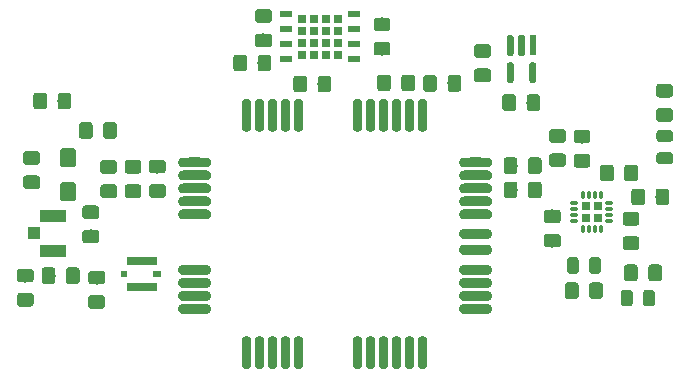
<source format=gbr>
%TF.GenerationSoftware,KiCad,Pcbnew,(5.0.2)-1*%
%TF.CreationDate,2021-04-08T12:32:06+02:00*%
%TF.ProjectId,trackerGPS,74726163-6b65-4724-9750-532e6b696361,rev?*%
%TF.SameCoordinates,Original*%
%TF.FileFunction,Paste,Top*%
%TF.FilePolarity,Positive*%
%FSLAX46Y46*%
G04 Gerber Fmt 4.6, Leading zero omitted, Abs format (unit mm)*
G04 Created by KiCad (PCBNEW (5.0.2)-1) date 08/04/2021 12:32:06*
%MOMM*%
%LPD*%
G01*
G04 APERTURE LIST*
%ADD10C,0.000100*%
%ADD11R,0.700000X0.550000*%
%ADD12R,0.550000X0.550000*%
%ADD13R,2.650000X0.800000*%
%ADD14C,0.100000*%
%ADD15C,0.975000*%
%ADD16C,1.150000*%
%ADD17R,2.200000X1.050000*%
%ADD18R,1.050000X1.000000*%
%ADD19O,0.750000X0.300000*%
%ADD20O,0.300000X0.750000*%
%ADD21R,0.730000X0.730000*%
%ADD22R,0.612132X1.805236*%
%ADD23C,0.612132*%
%ADD24C,1.350000*%
%ADD25R,0.800000X0.800000*%
%ADD26R,1.100000X0.500000*%
G04 APERTURE END LIST*
D10*
G36*
X126090400Y-92219000D02*
X126089156Y-91731500D01*
X126090400Y-91244000D01*
X126092449Y-91206712D01*
X126098590Y-91167943D01*
X126108749Y-91130028D01*
X126122816Y-91093383D01*
X126140636Y-91058409D01*
X126162015Y-91025489D01*
X126186717Y-90994984D01*
X126214473Y-90967228D01*
X126244978Y-90942526D01*
X126277898Y-90921147D01*
X126312872Y-90903327D01*
X126349517Y-90889260D01*
X126387432Y-90879101D01*
X126426201Y-90872961D01*
X126465400Y-90870906D01*
X126504599Y-90872961D01*
X126543368Y-90879101D01*
X126581283Y-90889260D01*
X126617928Y-90903327D01*
X126652902Y-90921147D01*
X126685822Y-90942526D01*
X126716327Y-90967228D01*
X126744083Y-90994984D01*
X126768785Y-91025489D01*
X126790164Y-91058409D01*
X126807984Y-91093383D01*
X126822051Y-91130028D01*
X126832210Y-91167943D01*
X126838351Y-91206712D01*
X126840400Y-91244000D01*
X126842886Y-92219000D01*
X126840400Y-93194000D01*
X126838351Y-93231288D01*
X126832210Y-93270057D01*
X126822051Y-93307972D01*
X126807984Y-93344617D01*
X126790164Y-93379591D01*
X126768785Y-93412511D01*
X126744083Y-93443016D01*
X126716327Y-93470772D01*
X126685822Y-93495474D01*
X126652902Y-93516853D01*
X126617928Y-93534673D01*
X126581283Y-93548740D01*
X126543368Y-93558899D01*
X126504599Y-93565039D01*
X126465400Y-93567094D01*
X126426201Y-93565039D01*
X126387432Y-93558899D01*
X126349517Y-93548740D01*
X126312872Y-93534673D01*
X126277898Y-93516853D01*
X126244978Y-93495474D01*
X126214473Y-93470772D01*
X126186717Y-93443016D01*
X126162015Y-93412511D01*
X126140636Y-93379591D01*
X126122816Y-93344617D01*
X126108749Y-93307972D01*
X126098590Y-93270057D01*
X126092449Y-93231288D01*
X126090400Y-93194000D01*
X126089157Y-92706500D01*
X126090400Y-92219000D01*
X126090400Y-92219000D01*
G37*
X126090400Y-92219000D02*
X126089156Y-91731500D01*
X126090400Y-91244000D01*
X126092449Y-91206712D01*
X126098590Y-91167943D01*
X126108749Y-91130028D01*
X126122816Y-91093383D01*
X126140636Y-91058409D01*
X126162015Y-91025489D01*
X126186717Y-90994984D01*
X126214473Y-90967228D01*
X126244978Y-90942526D01*
X126277898Y-90921147D01*
X126312872Y-90903327D01*
X126349517Y-90889260D01*
X126387432Y-90879101D01*
X126426201Y-90872961D01*
X126465400Y-90870906D01*
X126504599Y-90872961D01*
X126543368Y-90879101D01*
X126581283Y-90889260D01*
X126617928Y-90903327D01*
X126652902Y-90921147D01*
X126685822Y-90942526D01*
X126716327Y-90967228D01*
X126744083Y-90994984D01*
X126768785Y-91025489D01*
X126790164Y-91058409D01*
X126807984Y-91093383D01*
X126822051Y-91130028D01*
X126832210Y-91167943D01*
X126838351Y-91206712D01*
X126840400Y-91244000D01*
X126842886Y-92219000D01*
X126840400Y-93194000D01*
X126838351Y-93231288D01*
X126832210Y-93270057D01*
X126822051Y-93307972D01*
X126807984Y-93344617D01*
X126790164Y-93379591D01*
X126768785Y-93412511D01*
X126744083Y-93443016D01*
X126716327Y-93470772D01*
X126685822Y-93495474D01*
X126652902Y-93516853D01*
X126617928Y-93534673D01*
X126581283Y-93548740D01*
X126543368Y-93558899D01*
X126504599Y-93565039D01*
X126465400Y-93567094D01*
X126426201Y-93565039D01*
X126387432Y-93558899D01*
X126349517Y-93548740D01*
X126312872Y-93534673D01*
X126277898Y-93516853D01*
X126244978Y-93495474D01*
X126214473Y-93470772D01*
X126186717Y-93443016D01*
X126162015Y-93412511D01*
X126140636Y-93379591D01*
X126122816Y-93344617D01*
X126108749Y-93307972D01*
X126098590Y-93270057D01*
X126092449Y-93231288D01*
X126090400Y-93194000D01*
X126089157Y-92706500D01*
X126090400Y-92219000D01*
G36*
X126090400Y-72119000D02*
X126089156Y-71631500D01*
X126090400Y-71144000D01*
X126092449Y-71106712D01*
X126098590Y-71067943D01*
X126108749Y-71030028D01*
X126122816Y-70993383D01*
X126140636Y-70958409D01*
X126162015Y-70925489D01*
X126186717Y-70894984D01*
X126214473Y-70867228D01*
X126244978Y-70842526D01*
X126277898Y-70821147D01*
X126312872Y-70803327D01*
X126349517Y-70789260D01*
X126387432Y-70779101D01*
X126426201Y-70772961D01*
X126465400Y-70770906D01*
X126504599Y-70772961D01*
X126543368Y-70779101D01*
X126581283Y-70789260D01*
X126617928Y-70803327D01*
X126652902Y-70821147D01*
X126685822Y-70842526D01*
X126716327Y-70867228D01*
X126744083Y-70894984D01*
X126768785Y-70925489D01*
X126790164Y-70958409D01*
X126807984Y-70993383D01*
X126822051Y-71030028D01*
X126832210Y-71067943D01*
X126838351Y-71106712D01*
X126840400Y-71144000D01*
X126842886Y-72119000D01*
X126840400Y-73094000D01*
X126838351Y-73131288D01*
X126832210Y-73170057D01*
X126822051Y-73207972D01*
X126807984Y-73244617D01*
X126790164Y-73279591D01*
X126768785Y-73312511D01*
X126744083Y-73343016D01*
X126716327Y-73370772D01*
X126685822Y-73395474D01*
X126652902Y-73416853D01*
X126617928Y-73434673D01*
X126581283Y-73448740D01*
X126543368Y-73458899D01*
X126504599Y-73465039D01*
X126465400Y-73467094D01*
X126426201Y-73465039D01*
X126387432Y-73458899D01*
X126349517Y-73448740D01*
X126312872Y-73434673D01*
X126277898Y-73416853D01*
X126244978Y-73395474D01*
X126214473Y-73370772D01*
X126186717Y-73343016D01*
X126162015Y-73312511D01*
X126140636Y-73279591D01*
X126122816Y-73244617D01*
X126108749Y-73207972D01*
X126098590Y-73170057D01*
X126092449Y-73131288D01*
X126090400Y-73094000D01*
X126089157Y-72606500D01*
X126090400Y-72119000D01*
X126090400Y-72119000D01*
G37*
X126090400Y-72119000D02*
X126089156Y-71631500D01*
X126090400Y-71144000D01*
X126092449Y-71106712D01*
X126098590Y-71067943D01*
X126108749Y-71030028D01*
X126122816Y-70993383D01*
X126140636Y-70958409D01*
X126162015Y-70925489D01*
X126186717Y-70894984D01*
X126214473Y-70867228D01*
X126244978Y-70842526D01*
X126277898Y-70821147D01*
X126312872Y-70803327D01*
X126349517Y-70789260D01*
X126387432Y-70779101D01*
X126426201Y-70772961D01*
X126465400Y-70770906D01*
X126504599Y-70772961D01*
X126543368Y-70779101D01*
X126581283Y-70789260D01*
X126617928Y-70803327D01*
X126652902Y-70821147D01*
X126685822Y-70842526D01*
X126716327Y-70867228D01*
X126744083Y-70894984D01*
X126768785Y-70925489D01*
X126790164Y-70958409D01*
X126807984Y-70993383D01*
X126822051Y-71030028D01*
X126832210Y-71067943D01*
X126838351Y-71106712D01*
X126840400Y-71144000D01*
X126842886Y-72119000D01*
X126840400Y-73094000D01*
X126838351Y-73131288D01*
X126832210Y-73170057D01*
X126822051Y-73207972D01*
X126807984Y-73244617D01*
X126790164Y-73279591D01*
X126768785Y-73312511D01*
X126744083Y-73343016D01*
X126716327Y-73370772D01*
X126685822Y-73395474D01*
X126652902Y-73416853D01*
X126617928Y-73434673D01*
X126581283Y-73448740D01*
X126543368Y-73458899D01*
X126504599Y-73465039D01*
X126465400Y-73467094D01*
X126426201Y-73465039D01*
X126387432Y-73458899D01*
X126349517Y-73448740D01*
X126312872Y-73434673D01*
X126277898Y-73416853D01*
X126244978Y-73395474D01*
X126214473Y-73370772D01*
X126186717Y-73343016D01*
X126162015Y-73312511D01*
X126140636Y-73279591D01*
X126122816Y-73244617D01*
X126108749Y-73207972D01*
X126098590Y-73170057D01*
X126092449Y-73131288D01*
X126090400Y-73094000D01*
X126089157Y-72606500D01*
X126090400Y-72119000D01*
G36*
X131090400Y-92219000D02*
X131089156Y-91731500D01*
X131090400Y-91244000D01*
X131092449Y-91206712D01*
X131098590Y-91167943D01*
X131108749Y-91130028D01*
X131122816Y-91093383D01*
X131140636Y-91058409D01*
X131162015Y-91025489D01*
X131186717Y-90994984D01*
X131214473Y-90967228D01*
X131244978Y-90942526D01*
X131277898Y-90921147D01*
X131312872Y-90903327D01*
X131349517Y-90889260D01*
X131387432Y-90879101D01*
X131426201Y-90872961D01*
X131465400Y-90870906D01*
X131504599Y-90872961D01*
X131543368Y-90879101D01*
X131581283Y-90889260D01*
X131617928Y-90903327D01*
X131652902Y-90921147D01*
X131685822Y-90942526D01*
X131716327Y-90967228D01*
X131744083Y-90994984D01*
X131768785Y-91025489D01*
X131790164Y-91058409D01*
X131807984Y-91093383D01*
X131822051Y-91130028D01*
X131832210Y-91167943D01*
X131838351Y-91206712D01*
X131840400Y-91244000D01*
X131842886Y-92219000D01*
X131840400Y-93194000D01*
X131838351Y-93231288D01*
X131832210Y-93270057D01*
X131822051Y-93307972D01*
X131807984Y-93344617D01*
X131790164Y-93379591D01*
X131768785Y-93412511D01*
X131744083Y-93443016D01*
X131716327Y-93470772D01*
X131685822Y-93495474D01*
X131652902Y-93516853D01*
X131617928Y-93534673D01*
X131581283Y-93548740D01*
X131543368Y-93558899D01*
X131504599Y-93565039D01*
X131465400Y-93567094D01*
X131426201Y-93565039D01*
X131387432Y-93558899D01*
X131349517Y-93548740D01*
X131312872Y-93534673D01*
X131277898Y-93516853D01*
X131244978Y-93495474D01*
X131214473Y-93470772D01*
X131186717Y-93443016D01*
X131162015Y-93412511D01*
X131140636Y-93379591D01*
X131122816Y-93344617D01*
X131108749Y-93307972D01*
X131098590Y-93270057D01*
X131092449Y-93231288D01*
X131090400Y-93194000D01*
X131089157Y-92706500D01*
X131090400Y-92219000D01*
X131090400Y-92219000D01*
G37*
X131090400Y-92219000D02*
X131089156Y-91731500D01*
X131090400Y-91244000D01*
X131092449Y-91206712D01*
X131098590Y-91167943D01*
X131108749Y-91130028D01*
X131122816Y-91093383D01*
X131140636Y-91058409D01*
X131162015Y-91025489D01*
X131186717Y-90994984D01*
X131214473Y-90967228D01*
X131244978Y-90942526D01*
X131277898Y-90921147D01*
X131312872Y-90903327D01*
X131349517Y-90889260D01*
X131387432Y-90879101D01*
X131426201Y-90872961D01*
X131465400Y-90870906D01*
X131504599Y-90872961D01*
X131543368Y-90879101D01*
X131581283Y-90889260D01*
X131617928Y-90903327D01*
X131652902Y-90921147D01*
X131685822Y-90942526D01*
X131716327Y-90967228D01*
X131744083Y-90994984D01*
X131768785Y-91025489D01*
X131790164Y-91058409D01*
X131807984Y-91093383D01*
X131822051Y-91130028D01*
X131832210Y-91167943D01*
X131838351Y-91206712D01*
X131840400Y-91244000D01*
X131842886Y-92219000D01*
X131840400Y-93194000D01*
X131838351Y-93231288D01*
X131832210Y-93270057D01*
X131822051Y-93307972D01*
X131807984Y-93344617D01*
X131790164Y-93379591D01*
X131768785Y-93412511D01*
X131744083Y-93443016D01*
X131716327Y-93470772D01*
X131685822Y-93495474D01*
X131652902Y-93516853D01*
X131617928Y-93534673D01*
X131581283Y-93548740D01*
X131543368Y-93558899D01*
X131504599Y-93565039D01*
X131465400Y-93567094D01*
X131426201Y-93565039D01*
X131387432Y-93558899D01*
X131349517Y-93548740D01*
X131312872Y-93534673D01*
X131277898Y-93516853D01*
X131244978Y-93495474D01*
X131214473Y-93470772D01*
X131186717Y-93443016D01*
X131162015Y-93412511D01*
X131140636Y-93379591D01*
X131122816Y-93344617D01*
X131108749Y-93307972D01*
X131098590Y-93270057D01*
X131092449Y-93231288D01*
X131090400Y-93194000D01*
X131089157Y-92706500D01*
X131090400Y-92219000D01*
G36*
X131090400Y-72119000D02*
X131089156Y-71631500D01*
X131090400Y-71144000D01*
X131092449Y-71106712D01*
X131098590Y-71067943D01*
X131108749Y-71030028D01*
X131122816Y-70993383D01*
X131140636Y-70958409D01*
X131162015Y-70925489D01*
X131186717Y-70894984D01*
X131214473Y-70867228D01*
X131244978Y-70842526D01*
X131277898Y-70821147D01*
X131312872Y-70803327D01*
X131349517Y-70789260D01*
X131387432Y-70779101D01*
X131426201Y-70772961D01*
X131465400Y-70770906D01*
X131504599Y-70772961D01*
X131543368Y-70779101D01*
X131581283Y-70789260D01*
X131617928Y-70803327D01*
X131652902Y-70821147D01*
X131685822Y-70842526D01*
X131716327Y-70867228D01*
X131744083Y-70894984D01*
X131768785Y-70925489D01*
X131790164Y-70958409D01*
X131807984Y-70993383D01*
X131822051Y-71030028D01*
X131832210Y-71067943D01*
X131838351Y-71106712D01*
X131840400Y-71144000D01*
X131842886Y-72119000D01*
X131840400Y-73094000D01*
X131838351Y-73131288D01*
X131832210Y-73170057D01*
X131822051Y-73207972D01*
X131807984Y-73244617D01*
X131790164Y-73279591D01*
X131768785Y-73312511D01*
X131744083Y-73343016D01*
X131716327Y-73370772D01*
X131685822Y-73395474D01*
X131652902Y-73416853D01*
X131617928Y-73434673D01*
X131581283Y-73448740D01*
X131543368Y-73458899D01*
X131504599Y-73465039D01*
X131465400Y-73467094D01*
X131426201Y-73465039D01*
X131387432Y-73458899D01*
X131349517Y-73448740D01*
X131312872Y-73434673D01*
X131277898Y-73416853D01*
X131244978Y-73395474D01*
X131214473Y-73370772D01*
X131186717Y-73343016D01*
X131162015Y-73312511D01*
X131140636Y-73279591D01*
X131122816Y-73244617D01*
X131108749Y-73207972D01*
X131098590Y-73170057D01*
X131092449Y-73131288D01*
X131090400Y-73094000D01*
X131089157Y-72606500D01*
X131090400Y-72119000D01*
X131090400Y-72119000D01*
G37*
X131090400Y-72119000D02*
X131089156Y-71631500D01*
X131090400Y-71144000D01*
X131092449Y-71106712D01*
X131098590Y-71067943D01*
X131108749Y-71030028D01*
X131122816Y-70993383D01*
X131140636Y-70958409D01*
X131162015Y-70925489D01*
X131186717Y-70894984D01*
X131214473Y-70867228D01*
X131244978Y-70842526D01*
X131277898Y-70821147D01*
X131312872Y-70803327D01*
X131349517Y-70789260D01*
X131387432Y-70779101D01*
X131426201Y-70772961D01*
X131465400Y-70770906D01*
X131504599Y-70772961D01*
X131543368Y-70779101D01*
X131581283Y-70789260D01*
X131617928Y-70803327D01*
X131652902Y-70821147D01*
X131685822Y-70842526D01*
X131716327Y-70867228D01*
X131744083Y-70894984D01*
X131768785Y-70925489D01*
X131790164Y-70958409D01*
X131807984Y-70993383D01*
X131822051Y-71030028D01*
X131832210Y-71067943D01*
X131838351Y-71106712D01*
X131840400Y-71144000D01*
X131842886Y-72119000D01*
X131840400Y-73094000D01*
X131838351Y-73131288D01*
X131832210Y-73170057D01*
X131822051Y-73207972D01*
X131807984Y-73244617D01*
X131790164Y-73279591D01*
X131768785Y-73312511D01*
X131744083Y-73343016D01*
X131716327Y-73370772D01*
X131685822Y-73395474D01*
X131652902Y-73416853D01*
X131617928Y-73434673D01*
X131581283Y-73448740D01*
X131543368Y-73458899D01*
X131504599Y-73465039D01*
X131465400Y-73467094D01*
X131426201Y-73465039D01*
X131387432Y-73458899D01*
X131349517Y-73448740D01*
X131312872Y-73434673D01*
X131277898Y-73416853D01*
X131244978Y-73395474D01*
X131214473Y-73370772D01*
X131186717Y-73343016D01*
X131162015Y-73312511D01*
X131140636Y-73279591D01*
X131122816Y-73244617D01*
X131108749Y-73207972D01*
X131098590Y-73170057D01*
X131092449Y-73131288D01*
X131090400Y-73094000D01*
X131089157Y-72606500D01*
X131090400Y-72119000D01*
G36*
X124990400Y-92219000D02*
X124989156Y-91731500D01*
X124990400Y-91244000D01*
X124992449Y-91206712D01*
X124998590Y-91167943D01*
X125008749Y-91130028D01*
X125022816Y-91093383D01*
X125040636Y-91058409D01*
X125062015Y-91025489D01*
X125086717Y-90994984D01*
X125114473Y-90967228D01*
X125144978Y-90942526D01*
X125177898Y-90921147D01*
X125212872Y-90903327D01*
X125249517Y-90889260D01*
X125287432Y-90879101D01*
X125326201Y-90872961D01*
X125365400Y-90870906D01*
X125404599Y-90872961D01*
X125443368Y-90879101D01*
X125481283Y-90889260D01*
X125517928Y-90903327D01*
X125552902Y-90921147D01*
X125585822Y-90942526D01*
X125616327Y-90967228D01*
X125644083Y-90994984D01*
X125668785Y-91025489D01*
X125690164Y-91058409D01*
X125707984Y-91093383D01*
X125722051Y-91130028D01*
X125732210Y-91167943D01*
X125738351Y-91206712D01*
X125740400Y-91244000D01*
X125742886Y-92219000D01*
X125740400Y-93194000D01*
X125738351Y-93231288D01*
X125732210Y-93270057D01*
X125722051Y-93307972D01*
X125707984Y-93344617D01*
X125690164Y-93379591D01*
X125668785Y-93412511D01*
X125644083Y-93443016D01*
X125616327Y-93470772D01*
X125585822Y-93495474D01*
X125552902Y-93516853D01*
X125517928Y-93534673D01*
X125481283Y-93548740D01*
X125443368Y-93558899D01*
X125404599Y-93565039D01*
X125365400Y-93567094D01*
X125326201Y-93565039D01*
X125287432Y-93558899D01*
X125249517Y-93548740D01*
X125212872Y-93534673D01*
X125177898Y-93516853D01*
X125144978Y-93495474D01*
X125114473Y-93470772D01*
X125086717Y-93443016D01*
X125062015Y-93412511D01*
X125040636Y-93379591D01*
X125022816Y-93344617D01*
X125008749Y-93307972D01*
X124998590Y-93270057D01*
X124992449Y-93231288D01*
X124990400Y-93194000D01*
X124989157Y-92706500D01*
X124990400Y-92219000D01*
X124990400Y-92219000D01*
G37*
X124990400Y-92219000D02*
X124989156Y-91731500D01*
X124990400Y-91244000D01*
X124992449Y-91206712D01*
X124998590Y-91167943D01*
X125008749Y-91130028D01*
X125022816Y-91093383D01*
X125040636Y-91058409D01*
X125062015Y-91025489D01*
X125086717Y-90994984D01*
X125114473Y-90967228D01*
X125144978Y-90942526D01*
X125177898Y-90921147D01*
X125212872Y-90903327D01*
X125249517Y-90889260D01*
X125287432Y-90879101D01*
X125326201Y-90872961D01*
X125365400Y-90870906D01*
X125404599Y-90872961D01*
X125443368Y-90879101D01*
X125481283Y-90889260D01*
X125517928Y-90903327D01*
X125552902Y-90921147D01*
X125585822Y-90942526D01*
X125616327Y-90967228D01*
X125644083Y-90994984D01*
X125668785Y-91025489D01*
X125690164Y-91058409D01*
X125707984Y-91093383D01*
X125722051Y-91130028D01*
X125732210Y-91167943D01*
X125738351Y-91206712D01*
X125740400Y-91244000D01*
X125742886Y-92219000D01*
X125740400Y-93194000D01*
X125738351Y-93231288D01*
X125732210Y-93270057D01*
X125722051Y-93307972D01*
X125707984Y-93344617D01*
X125690164Y-93379591D01*
X125668785Y-93412511D01*
X125644083Y-93443016D01*
X125616327Y-93470772D01*
X125585822Y-93495474D01*
X125552902Y-93516853D01*
X125517928Y-93534673D01*
X125481283Y-93548740D01*
X125443368Y-93558899D01*
X125404599Y-93565039D01*
X125365400Y-93567094D01*
X125326201Y-93565039D01*
X125287432Y-93558899D01*
X125249517Y-93548740D01*
X125212872Y-93534673D01*
X125177898Y-93516853D01*
X125144978Y-93495474D01*
X125114473Y-93470772D01*
X125086717Y-93443016D01*
X125062015Y-93412511D01*
X125040636Y-93379591D01*
X125022816Y-93344617D01*
X125008749Y-93307972D01*
X124998590Y-93270057D01*
X124992449Y-93231288D01*
X124990400Y-93194000D01*
X124989157Y-92706500D01*
X124990400Y-92219000D01*
G36*
X123890400Y-92219000D02*
X123889156Y-91731500D01*
X123890400Y-91244000D01*
X123892449Y-91206712D01*
X123898590Y-91167943D01*
X123908749Y-91130028D01*
X123922816Y-91093383D01*
X123940636Y-91058409D01*
X123962015Y-91025489D01*
X123986717Y-90994984D01*
X124014473Y-90967228D01*
X124044978Y-90942526D01*
X124077898Y-90921147D01*
X124112872Y-90903327D01*
X124149517Y-90889260D01*
X124187432Y-90879101D01*
X124226201Y-90872961D01*
X124265400Y-90870906D01*
X124304599Y-90872961D01*
X124343368Y-90879101D01*
X124381283Y-90889260D01*
X124417928Y-90903327D01*
X124452902Y-90921147D01*
X124485822Y-90942526D01*
X124516327Y-90967228D01*
X124544083Y-90994984D01*
X124568785Y-91025489D01*
X124590164Y-91058409D01*
X124607984Y-91093383D01*
X124622051Y-91130028D01*
X124632210Y-91167943D01*
X124638351Y-91206712D01*
X124640400Y-91244000D01*
X124642886Y-92219000D01*
X124640400Y-93194000D01*
X124638351Y-93231288D01*
X124632210Y-93270057D01*
X124622051Y-93307972D01*
X124607984Y-93344617D01*
X124590164Y-93379591D01*
X124568785Y-93412511D01*
X124544083Y-93443016D01*
X124516327Y-93470772D01*
X124485822Y-93495474D01*
X124452902Y-93516853D01*
X124417928Y-93534673D01*
X124381283Y-93548740D01*
X124343368Y-93558899D01*
X124304599Y-93565039D01*
X124265400Y-93567094D01*
X124226201Y-93565039D01*
X124187432Y-93558899D01*
X124149517Y-93548740D01*
X124112872Y-93534673D01*
X124077898Y-93516853D01*
X124044978Y-93495474D01*
X124014473Y-93470772D01*
X123986717Y-93443016D01*
X123962015Y-93412511D01*
X123940636Y-93379591D01*
X123922816Y-93344617D01*
X123908749Y-93307972D01*
X123898590Y-93270057D01*
X123892449Y-93231288D01*
X123890400Y-93194000D01*
X123889157Y-92706500D01*
X123890400Y-92219000D01*
X123890400Y-92219000D01*
G37*
X123890400Y-92219000D02*
X123889156Y-91731500D01*
X123890400Y-91244000D01*
X123892449Y-91206712D01*
X123898590Y-91167943D01*
X123908749Y-91130028D01*
X123922816Y-91093383D01*
X123940636Y-91058409D01*
X123962015Y-91025489D01*
X123986717Y-90994984D01*
X124014473Y-90967228D01*
X124044978Y-90942526D01*
X124077898Y-90921147D01*
X124112872Y-90903327D01*
X124149517Y-90889260D01*
X124187432Y-90879101D01*
X124226201Y-90872961D01*
X124265400Y-90870906D01*
X124304599Y-90872961D01*
X124343368Y-90879101D01*
X124381283Y-90889260D01*
X124417928Y-90903327D01*
X124452902Y-90921147D01*
X124485822Y-90942526D01*
X124516327Y-90967228D01*
X124544083Y-90994984D01*
X124568785Y-91025489D01*
X124590164Y-91058409D01*
X124607984Y-91093383D01*
X124622051Y-91130028D01*
X124632210Y-91167943D01*
X124638351Y-91206712D01*
X124640400Y-91244000D01*
X124642886Y-92219000D01*
X124640400Y-93194000D01*
X124638351Y-93231288D01*
X124632210Y-93270057D01*
X124622051Y-93307972D01*
X124607984Y-93344617D01*
X124590164Y-93379591D01*
X124568785Y-93412511D01*
X124544083Y-93443016D01*
X124516327Y-93470772D01*
X124485822Y-93495474D01*
X124452902Y-93516853D01*
X124417928Y-93534673D01*
X124381283Y-93548740D01*
X124343368Y-93558899D01*
X124304599Y-93565039D01*
X124265400Y-93567094D01*
X124226201Y-93565039D01*
X124187432Y-93558899D01*
X124149517Y-93548740D01*
X124112872Y-93534673D01*
X124077898Y-93516853D01*
X124044978Y-93495474D01*
X124014473Y-93470772D01*
X123986717Y-93443016D01*
X123962015Y-93412511D01*
X123940636Y-93379591D01*
X123922816Y-93344617D01*
X123908749Y-93307972D01*
X123898590Y-93270057D01*
X123892449Y-93231288D01*
X123890400Y-93194000D01*
X123889157Y-92706500D01*
X123890400Y-92219000D01*
G36*
X122790400Y-92219000D02*
X122789156Y-91731500D01*
X122790400Y-91244000D01*
X122792449Y-91206712D01*
X122798590Y-91167943D01*
X122808749Y-91130028D01*
X122822816Y-91093383D01*
X122840636Y-91058409D01*
X122862015Y-91025489D01*
X122886717Y-90994984D01*
X122914473Y-90967228D01*
X122944978Y-90942526D01*
X122977898Y-90921147D01*
X123012872Y-90903327D01*
X123049517Y-90889260D01*
X123087432Y-90879101D01*
X123126201Y-90872961D01*
X123165400Y-90870906D01*
X123204599Y-90872961D01*
X123243368Y-90879101D01*
X123281283Y-90889260D01*
X123317928Y-90903327D01*
X123352902Y-90921147D01*
X123385822Y-90942526D01*
X123416327Y-90967228D01*
X123444083Y-90994984D01*
X123468785Y-91025489D01*
X123490164Y-91058409D01*
X123507984Y-91093383D01*
X123522051Y-91130028D01*
X123532210Y-91167943D01*
X123538351Y-91206712D01*
X123540400Y-91244000D01*
X123542886Y-92219000D01*
X123540400Y-93194000D01*
X123538351Y-93231288D01*
X123532210Y-93270057D01*
X123522051Y-93307972D01*
X123507984Y-93344617D01*
X123490164Y-93379591D01*
X123468785Y-93412511D01*
X123444083Y-93443016D01*
X123416327Y-93470772D01*
X123385822Y-93495474D01*
X123352902Y-93516853D01*
X123317928Y-93534673D01*
X123281283Y-93548740D01*
X123243368Y-93558899D01*
X123204599Y-93565039D01*
X123165400Y-93567094D01*
X123126201Y-93565039D01*
X123087432Y-93558899D01*
X123049517Y-93548740D01*
X123012872Y-93534673D01*
X122977898Y-93516853D01*
X122944978Y-93495474D01*
X122914473Y-93470772D01*
X122886717Y-93443016D01*
X122862015Y-93412511D01*
X122840636Y-93379591D01*
X122822816Y-93344617D01*
X122808749Y-93307972D01*
X122798590Y-93270057D01*
X122792449Y-93231288D01*
X122790400Y-93194000D01*
X122789157Y-92706500D01*
X122790400Y-92219000D01*
X122790400Y-92219000D01*
G37*
X122790400Y-92219000D02*
X122789156Y-91731500D01*
X122790400Y-91244000D01*
X122792449Y-91206712D01*
X122798590Y-91167943D01*
X122808749Y-91130028D01*
X122822816Y-91093383D01*
X122840636Y-91058409D01*
X122862015Y-91025489D01*
X122886717Y-90994984D01*
X122914473Y-90967228D01*
X122944978Y-90942526D01*
X122977898Y-90921147D01*
X123012872Y-90903327D01*
X123049517Y-90889260D01*
X123087432Y-90879101D01*
X123126201Y-90872961D01*
X123165400Y-90870906D01*
X123204599Y-90872961D01*
X123243368Y-90879101D01*
X123281283Y-90889260D01*
X123317928Y-90903327D01*
X123352902Y-90921147D01*
X123385822Y-90942526D01*
X123416327Y-90967228D01*
X123444083Y-90994984D01*
X123468785Y-91025489D01*
X123490164Y-91058409D01*
X123507984Y-91093383D01*
X123522051Y-91130028D01*
X123532210Y-91167943D01*
X123538351Y-91206712D01*
X123540400Y-91244000D01*
X123542886Y-92219000D01*
X123540400Y-93194000D01*
X123538351Y-93231288D01*
X123532210Y-93270057D01*
X123522051Y-93307972D01*
X123507984Y-93344617D01*
X123490164Y-93379591D01*
X123468785Y-93412511D01*
X123444083Y-93443016D01*
X123416327Y-93470772D01*
X123385822Y-93495474D01*
X123352902Y-93516853D01*
X123317928Y-93534673D01*
X123281283Y-93548740D01*
X123243368Y-93558899D01*
X123204599Y-93565039D01*
X123165400Y-93567094D01*
X123126201Y-93565039D01*
X123087432Y-93558899D01*
X123049517Y-93548740D01*
X123012872Y-93534673D01*
X122977898Y-93516853D01*
X122944978Y-93495474D01*
X122914473Y-93470772D01*
X122886717Y-93443016D01*
X122862015Y-93412511D01*
X122840636Y-93379591D01*
X122822816Y-93344617D01*
X122808749Y-93307972D01*
X122798590Y-93270057D01*
X122792449Y-93231288D01*
X122790400Y-93194000D01*
X122789157Y-92706500D01*
X122790400Y-92219000D01*
G36*
X121690400Y-92219000D02*
X121689156Y-91731500D01*
X121690400Y-91244000D01*
X121692449Y-91206712D01*
X121698590Y-91167943D01*
X121708749Y-91130028D01*
X121722816Y-91093383D01*
X121740636Y-91058409D01*
X121762015Y-91025489D01*
X121786717Y-90994984D01*
X121814473Y-90967228D01*
X121844978Y-90942526D01*
X121877898Y-90921147D01*
X121912872Y-90903327D01*
X121949517Y-90889260D01*
X121987432Y-90879101D01*
X122026201Y-90872961D01*
X122065400Y-90870906D01*
X122104599Y-90872961D01*
X122143368Y-90879101D01*
X122181283Y-90889260D01*
X122217928Y-90903327D01*
X122252902Y-90921147D01*
X122285822Y-90942526D01*
X122316327Y-90967228D01*
X122344083Y-90994984D01*
X122368785Y-91025489D01*
X122390164Y-91058409D01*
X122407984Y-91093383D01*
X122422051Y-91130028D01*
X122432210Y-91167943D01*
X122438351Y-91206712D01*
X122440400Y-91244000D01*
X122442886Y-92219000D01*
X122440400Y-93194000D01*
X122438351Y-93231288D01*
X122432210Y-93270057D01*
X122422051Y-93307972D01*
X122407984Y-93344617D01*
X122390164Y-93379591D01*
X122368785Y-93412511D01*
X122344083Y-93443016D01*
X122316327Y-93470772D01*
X122285822Y-93495474D01*
X122252902Y-93516853D01*
X122217928Y-93534673D01*
X122181283Y-93548740D01*
X122143368Y-93558899D01*
X122104599Y-93565039D01*
X122065400Y-93567094D01*
X122026201Y-93565039D01*
X121987432Y-93558899D01*
X121949517Y-93548740D01*
X121912872Y-93534673D01*
X121877898Y-93516853D01*
X121844978Y-93495474D01*
X121814473Y-93470772D01*
X121786717Y-93443016D01*
X121762015Y-93412511D01*
X121740636Y-93379591D01*
X121722816Y-93344617D01*
X121708749Y-93307972D01*
X121698590Y-93270057D01*
X121692449Y-93231288D01*
X121690400Y-93194000D01*
X121689157Y-92706500D01*
X121690400Y-92219000D01*
X121690400Y-92219000D01*
G37*
X121690400Y-92219000D02*
X121689156Y-91731500D01*
X121690400Y-91244000D01*
X121692449Y-91206712D01*
X121698590Y-91167943D01*
X121708749Y-91130028D01*
X121722816Y-91093383D01*
X121740636Y-91058409D01*
X121762015Y-91025489D01*
X121786717Y-90994984D01*
X121814473Y-90967228D01*
X121844978Y-90942526D01*
X121877898Y-90921147D01*
X121912872Y-90903327D01*
X121949517Y-90889260D01*
X121987432Y-90879101D01*
X122026201Y-90872961D01*
X122065400Y-90870906D01*
X122104599Y-90872961D01*
X122143368Y-90879101D01*
X122181283Y-90889260D01*
X122217928Y-90903327D01*
X122252902Y-90921147D01*
X122285822Y-90942526D01*
X122316327Y-90967228D01*
X122344083Y-90994984D01*
X122368785Y-91025489D01*
X122390164Y-91058409D01*
X122407984Y-91093383D01*
X122422051Y-91130028D01*
X122432210Y-91167943D01*
X122438351Y-91206712D01*
X122440400Y-91244000D01*
X122442886Y-92219000D01*
X122440400Y-93194000D01*
X122438351Y-93231288D01*
X122432210Y-93270057D01*
X122422051Y-93307972D01*
X122407984Y-93344617D01*
X122390164Y-93379591D01*
X122368785Y-93412511D01*
X122344083Y-93443016D01*
X122316327Y-93470772D01*
X122285822Y-93495474D01*
X122252902Y-93516853D01*
X122217928Y-93534673D01*
X122181283Y-93548740D01*
X122143368Y-93558899D01*
X122104599Y-93565039D01*
X122065400Y-93567094D01*
X122026201Y-93565039D01*
X121987432Y-93558899D01*
X121949517Y-93548740D01*
X121912872Y-93534673D01*
X121877898Y-93516853D01*
X121844978Y-93495474D01*
X121814473Y-93470772D01*
X121786717Y-93443016D01*
X121762015Y-93412511D01*
X121740636Y-93379591D01*
X121722816Y-93344617D01*
X121708749Y-93307972D01*
X121698590Y-93270057D01*
X121692449Y-93231288D01*
X121690400Y-93194000D01*
X121689157Y-92706500D01*
X121690400Y-92219000D01*
G36*
X132190400Y-92219000D02*
X132189156Y-91731500D01*
X132190400Y-91244000D01*
X132192449Y-91206712D01*
X132198590Y-91167943D01*
X132208749Y-91130028D01*
X132222816Y-91093383D01*
X132240636Y-91058409D01*
X132262015Y-91025489D01*
X132286717Y-90994984D01*
X132314473Y-90967228D01*
X132344978Y-90942526D01*
X132377898Y-90921147D01*
X132412872Y-90903327D01*
X132449517Y-90889260D01*
X132487432Y-90879101D01*
X132526201Y-90872961D01*
X132565400Y-90870906D01*
X132604599Y-90872961D01*
X132643368Y-90879101D01*
X132681283Y-90889260D01*
X132717928Y-90903327D01*
X132752902Y-90921147D01*
X132785822Y-90942526D01*
X132816327Y-90967228D01*
X132844083Y-90994984D01*
X132868785Y-91025489D01*
X132890164Y-91058409D01*
X132907984Y-91093383D01*
X132922051Y-91130028D01*
X132932210Y-91167943D01*
X132938351Y-91206712D01*
X132940400Y-91244000D01*
X132942886Y-92219000D01*
X132940400Y-93194000D01*
X132938351Y-93231288D01*
X132932210Y-93270057D01*
X132922051Y-93307972D01*
X132907984Y-93344617D01*
X132890164Y-93379591D01*
X132868785Y-93412511D01*
X132844083Y-93443016D01*
X132816327Y-93470772D01*
X132785822Y-93495474D01*
X132752902Y-93516853D01*
X132717928Y-93534673D01*
X132681283Y-93548740D01*
X132643368Y-93558899D01*
X132604599Y-93565039D01*
X132565400Y-93567094D01*
X132526201Y-93565039D01*
X132487432Y-93558899D01*
X132449517Y-93548740D01*
X132412872Y-93534673D01*
X132377898Y-93516853D01*
X132344978Y-93495474D01*
X132314473Y-93470772D01*
X132286717Y-93443016D01*
X132262015Y-93412511D01*
X132240636Y-93379591D01*
X132222816Y-93344617D01*
X132208749Y-93307972D01*
X132198590Y-93270057D01*
X132192449Y-93231288D01*
X132190400Y-93194000D01*
X132189157Y-92706500D01*
X132190400Y-92219000D01*
X132190400Y-92219000D01*
G37*
X132190400Y-92219000D02*
X132189156Y-91731500D01*
X132190400Y-91244000D01*
X132192449Y-91206712D01*
X132198590Y-91167943D01*
X132208749Y-91130028D01*
X132222816Y-91093383D01*
X132240636Y-91058409D01*
X132262015Y-91025489D01*
X132286717Y-90994984D01*
X132314473Y-90967228D01*
X132344978Y-90942526D01*
X132377898Y-90921147D01*
X132412872Y-90903327D01*
X132449517Y-90889260D01*
X132487432Y-90879101D01*
X132526201Y-90872961D01*
X132565400Y-90870906D01*
X132604599Y-90872961D01*
X132643368Y-90879101D01*
X132681283Y-90889260D01*
X132717928Y-90903327D01*
X132752902Y-90921147D01*
X132785822Y-90942526D01*
X132816327Y-90967228D01*
X132844083Y-90994984D01*
X132868785Y-91025489D01*
X132890164Y-91058409D01*
X132907984Y-91093383D01*
X132922051Y-91130028D01*
X132932210Y-91167943D01*
X132938351Y-91206712D01*
X132940400Y-91244000D01*
X132942886Y-92219000D01*
X132940400Y-93194000D01*
X132938351Y-93231288D01*
X132932210Y-93270057D01*
X132922051Y-93307972D01*
X132907984Y-93344617D01*
X132890164Y-93379591D01*
X132868785Y-93412511D01*
X132844083Y-93443016D01*
X132816327Y-93470772D01*
X132785822Y-93495474D01*
X132752902Y-93516853D01*
X132717928Y-93534673D01*
X132681283Y-93548740D01*
X132643368Y-93558899D01*
X132604599Y-93565039D01*
X132565400Y-93567094D01*
X132526201Y-93565039D01*
X132487432Y-93558899D01*
X132449517Y-93548740D01*
X132412872Y-93534673D01*
X132377898Y-93516853D01*
X132344978Y-93495474D01*
X132314473Y-93470772D01*
X132286717Y-93443016D01*
X132262015Y-93412511D01*
X132240636Y-93379591D01*
X132222816Y-93344617D01*
X132208749Y-93307972D01*
X132198590Y-93270057D01*
X132192449Y-93231288D01*
X132190400Y-93194000D01*
X132189157Y-92706500D01*
X132190400Y-92219000D01*
G36*
X133290400Y-92219000D02*
X133289156Y-91731500D01*
X133290400Y-91244000D01*
X133292449Y-91206712D01*
X133298590Y-91167943D01*
X133308749Y-91130028D01*
X133322816Y-91093383D01*
X133340636Y-91058409D01*
X133362015Y-91025489D01*
X133386717Y-90994984D01*
X133414473Y-90967228D01*
X133444978Y-90942526D01*
X133477898Y-90921147D01*
X133512872Y-90903327D01*
X133549517Y-90889260D01*
X133587432Y-90879101D01*
X133626201Y-90872961D01*
X133665400Y-90870906D01*
X133704599Y-90872961D01*
X133743368Y-90879101D01*
X133781283Y-90889260D01*
X133817928Y-90903327D01*
X133852902Y-90921147D01*
X133885822Y-90942526D01*
X133916327Y-90967228D01*
X133944083Y-90994984D01*
X133968785Y-91025489D01*
X133990164Y-91058409D01*
X134007984Y-91093383D01*
X134022051Y-91130028D01*
X134032210Y-91167943D01*
X134038351Y-91206712D01*
X134040400Y-91244000D01*
X134042886Y-92219000D01*
X134040400Y-93194000D01*
X134038351Y-93231288D01*
X134032210Y-93270057D01*
X134022051Y-93307972D01*
X134007984Y-93344617D01*
X133990164Y-93379591D01*
X133968785Y-93412511D01*
X133944083Y-93443016D01*
X133916327Y-93470772D01*
X133885822Y-93495474D01*
X133852902Y-93516853D01*
X133817928Y-93534673D01*
X133781283Y-93548740D01*
X133743368Y-93558899D01*
X133704599Y-93565039D01*
X133665400Y-93567094D01*
X133626201Y-93565039D01*
X133587432Y-93558899D01*
X133549517Y-93548740D01*
X133512872Y-93534673D01*
X133477898Y-93516853D01*
X133444978Y-93495474D01*
X133414473Y-93470772D01*
X133386717Y-93443016D01*
X133362015Y-93412511D01*
X133340636Y-93379591D01*
X133322816Y-93344617D01*
X133308749Y-93307972D01*
X133298590Y-93270057D01*
X133292449Y-93231288D01*
X133290400Y-93194000D01*
X133289157Y-92706500D01*
X133290400Y-92219000D01*
X133290400Y-92219000D01*
G37*
X133290400Y-92219000D02*
X133289156Y-91731500D01*
X133290400Y-91244000D01*
X133292449Y-91206712D01*
X133298590Y-91167943D01*
X133308749Y-91130028D01*
X133322816Y-91093383D01*
X133340636Y-91058409D01*
X133362015Y-91025489D01*
X133386717Y-90994984D01*
X133414473Y-90967228D01*
X133444978Y-90942526D01*
X133477898Y-90921147D01*
X133512872Y-90903327D01*
X133549517Y-90889260D01*
X133587432Y-90879101D01*
X133626201Y-90872961D01*
X133665400Y-90870906D01*
X133704599Y-90872961D01*
X133743368Y-90879101D01*
X133781283Y-90889260D01*
X133817928Y-90903327D01*
X133852902Y-90921147D01*
X133885822Y-90942526D01*
X133916327Y-90967228D01*
X133944083Y-90994984D01*
X133968785Y-91025489D01*
X133990164Y-91058409D01*
X134007984Y-91093383D01*
X134022051Y-91130028D01*
X134032210Y-91167943D01*
X134038351Y-91206712D01*
X134040400Y-91244000D01*
X134042886Y-92219000D01*
X134040400Y-93194000D01*
X134038351Y-93231288D01*
X134032210Y-93270057D01*
X134022051Y-93307972D01*
X134007984Y-93344617D01*
X133990164Y-93379591D01*
X133968785Y-93412511D01*
X133944083Y-93443016D01*
X133916327Y-93470772D01*
X133885822Y-93495474D01*
X133852902Y-93516853D01*
X133817928Y-93534673D01*
X133781283Y-93548740D01*
X133743368Y-93558899D01*
X133704599Y-93565039D01*
X133665400Y-93567094D01*
X133626201Y-93565039D01*
X133587432Y-93558899D01*
X133549517Y-93548740D01*
X133512872Y-93534673D01*
X133477898Y-93516853D01*
X133444978Y-93495474D01*
X133414473Y-93470772D01*
X133386717Y-93443016D01*
X133362015Y-93412511D01*
X133340636Y-93379591D01*
X133322816Y-93344617D01*
X133308749Y-93307972D01*
X133298590Y-93270057D01*
X133292449Y-93231288D01*
X133290400Y-93194000D01*
X133289157Y-92706500D01*
X133290400Y-92219000D01*
G36*
X134390400Y-92219000D02*
X134389156Y-91731500D01*
X134390400Y-91244000D01*
X134392449Y-91206712D01*
X134398590Y-91167943D01*
X134408749Y-91130028D01*
X134422816Y-91093383D01*
X134440636Y-91058409D01*
X134462015Y-91025489D01*
X134486717Y-90994984D01*
X134514473Y-90967228D01*
X134544978Y-90942526D01*
X134577898Y-90921147D01*
X134612872Y-90903327D01*
X134649517Y-90889260D01*
X134687432Y-90879101D01*
X134726201Y-90872961D01*
X134765400Y-90870906D01*
X134804599Y-90872961D01*
X134843368Y-90879101D01*
X134881283Y-90889260D01*
X134917928Y-90903327D01*
X134952902Y-90921147D01*
X134985822Y-90942526D01*
X135016327Y-90967228D01*
X135044083Y-90994984D01*
X135068785Y-91025489D01*
X135090164Y-91058409D01*
X135107984Y-91093383D01*
X135122051Y-91130028D01*
X135132210Y-91167943D01*
X135138351Y-91206712D01*
X135140400Y-91244000D01*
X135142886Y-92219000D01*
X135140400Y-93194000D01*
X135138351Y-93231288D01*
X135132210Y-93270057D01*
X135122051Y-93307972D01*
X135107984Y-93344617D01*
X135090164Y-93379591D01*
X135068785Y-93412511D01*
X135044083Y-93443016D01*
X135016327Y-93470772D01*
X134985822Y-93495474D01*
X134952902Y-93516853D01*
X134917928Y-93534673D01*
X134881283Y-93548740D01*
X134843368Y-93558899D01*
X134804599Y-93565039D01*
X134765400Y-93567094D01*
X134726201Y-93565039D01*
X134687432Y-93558899D01*
X134649517Y-93548740D01*
X134612872Y-93534673D01*
X134577898Y-93516853D01*
X134544978Y-93495474D01*
X134514473Y-93470772D01*
X134486717Y-93443016D01*
X134462015Y-93412511D01*
X134440636Y-93379591D01*
X134422816Y-93344617D01*
X134408749Y-93307972D01*
X134398590Y-93270057D01*
X134392449Y-93231288D01*
X134390400Y-93194000D01*
X134389157Y-92706500D01*
X134390400Y-92219000D01*
X134390400Y-92219000D01*
G37*
X134390400Y-92219000D02*
X134389156Y-91731500D01*
X134390400Y-91244000D01*
X134392449Y-91206712D01*
X134398590Y-91167943D01*
X134408749Y-91130028D01*
X134422816Y-91093383D01*
X134440636Y-91058409D01*
X134462015Y-91025489D01*
X134486717Y-90994984D01*
X134514473Y-90967228D01*
X134544978Y-90942526D01*
X134577898Y-90921147D01*
X134612872Y-90903327D01*
X134649517Y-90889260D01*
X134687432Y-90879101D01*
X134726201Y-90872961D01*
X134765400Y-90870906D01*
X134804599Y-90872961D01*
X134843368Y-90879101D01*
X134881283Y-90889260D01*
X134917928Y-90903327D01*
X134952902Y-90921147D01*
X134985822Y-90942526D01*
X135016327Y-90967228D01*
X135044083Y-90994984D01*
X135068785Y-91025489D01*
X135090164Y-91058409D01*
X135107984Y-91093383D01*
X135122051Y-91130028D01*
X135132210Y-91167943D01*
X135138351Y-91206712D01*
X135140400Y-91244000D01*
X135142886Y-92219000D01*
X135140400Y-93194000D01*
X135138351Y-93231288D01*
X135132210Y-93270057D01*
X135122051Y-93307972D01*
X135107984Y-93344617D01*
X135090164Y-93379591D01*
X135068785Y-93412511D01*
X135044083Y-93443016D01*
X135016327Y-93470772D01*
X134985822Y-93495474D01*
X134952902Y-93516853D01*
X134917928Y-93534673D01*
X134881283Y-93548740D01*
X134843368Y-93558899D01*
X134804599Y-93565039D01*
X134765400Y-93567094D01*
X134726201Y-93565039D01*
X134687432Y-93558899D01*
X134649517Y-93548740D01*
X134612872Y-93534673D01*
X134577898Y-93516853D01*
X134544978Y-93495474D01*
X134514473Y-93470772D01*
X134486717Y-93443016D01*
X134462015Y-93412511D01*
X134440636Y-93379591D01*
X134422816Y-93344617D01*
X134408749Y-93307972D01*
X134398590Y-93270057D01*
X134392449Y-93231288D01*
X134390400Y-93194000D01*
X134389157Y-92706500D01*
X134390400Y-92219000D01*
G36*
X135490400Y-92219000D02*
X135489156Y-91731500D01*
X135490400Y-91244000D01*
X135492449Y-91206712D01*
X135498590Y-91167943D01*
X135508749Y-91130028D01*
X135522816Y-91093383D01*
X135540636Y-91058409D01*
X135562015Y-91025489D01*
X135586717Y-90994984D01*
X135614473Y-90967228D01*
X135644978Y-90942526D01*
X135677898Y-90921147D01*
X135712872Y-90903327D01*
X135749517Y-90889260D01*
X135787432Y-90879101D01*
X135826201Y-90872961D01*
X135865400Y-90870906D01*
X135904599Y-90872961D01*
X135943368Y-90879101D01*
X135981283Y-90889260D01*
X136017928Y-90903327D01*
X136052902Y-90921147D01*
X136085822Y-90942526D01*
X136116327Y-90967228D01*
X136144083Y-90994984D01*
X136168785Y-91025489D01*
X136190164Y-91058409D01*
X136207984Y-91093383D01*
X136222051Y-91130028D01*
X136232210Y-91167943D01*
X136238351Y-91206712D01*
X136240400Y-91244000D01*
X136242886Y-92219000D01*
X136240400Y-93194000D01*
X136238351Y-93231288D01*
X136232210Y-93270057D01*
X136222051Y-93307972D01*
X136207984Y-93344617D01*
X136190164Y-93379591D01*
X136168785Y-93412511D01*
X136144083Y-93443016D01*
X136116327Y-93470772D01*
X136085822Y-93495474D01*
X136052902Y-93516853D01*
X136017928Y-93534673D01*
X135981283Y-93548740D01*
X135943368Y-93558899D01*
X135904599Y-93565039D01*
X135865400Y-93567094D01*
X135826201Y-93565039D01*
X135787432Y-93558899D01*
X135749517Y-93548740D01*
X135712872Y-93534673D01*
X135677898Y-93516853D01*
X135644978Y-93495474D01*
X135614473Y-93470772D01*
X135586717Y-93443016D01*
X135562015Y-93412511D01*
X135540636Y-93379591D01*
X135522816Y-93344617D01*
X135508749Y-93307972D01*
X135498590Y-93270057D01*
X135492449Y-93231288D01*
X135490400Y-93194000D01*
X135489157Y-92706500D01*
X135490400Y-92219000D01*
X135490400Y-92219000D01*
G37*
X135490400Y-92219000D02*
X135489156Y-91731500D01*
X135490400Y-91244000D01*
X135492449Y-91206712D01*
X135498590Y-91167943D01*
X135508749Y-91130028D01*
X135522816Y-91093383D01*
X135540636Y-91058409D01*
X135562015Y-91025489D01*
X135586717Y-90994984D01*
X135614473Y-90967228D01*
X135644978Y-90942526D01*
X135677898Y-90921147D01*
X135712872Y-90903327D01*
X135749517Y-90889260D01*
X135787432Y-90879101D01*
X135826201Y-90872961D01*
X135865400Y-90870906D01*
X135904599Y-90872961D01*
X135943368Y-90879101D01*
X135981283Y-90889260D01*
X136017928Y-90903327D01*
X136052902Y-90921147D01*
X136085822Y-90942526D01*
X136116327Y-90967228D01*
X136144083Y-90994984D01*
X136168785Y-91025489D01*
X136190164Y-91058409D01*
X136207984Y-91093383D01*
X136222051Y-91130028D01*
X136232210Y-91167943D01*
X136238351Y-91206712D01*
X136240400Y-91244000D01*
X136242886Y-92219000D01*
X136240400Y-93194000D01*
X136238351Y-93231288D01*
X136232210Y-93270057D01*
X136222051Y-93307972D01*
X136207984Y-93344617D01*
X136190164Y-93379591D01*
X136168785Y-93412511D01*
X136144083Y-93443016D01*
X136116327Y-93470772D01*
X136085822Y-93495474D01*
X136052902Y-93516853D01*
X136017928Y-93534673D01*
X135981283Y-93548740D01*
X135943368Y-93558899D01*
X135904599Y-93565039D01*
X135865400Y-93567094D01*
X135826201Y-93565039D01*
X135787432Y-93558899D01*
X135749517Y-93548740D01*
X135712872Y-93534673D01*
X135677898Y-93516853D01*
X135644978Y-93495474D01*
X135614473Y-93470772D01*
X135586717Y-93443016D01*
X135562015Y-93412511D01*
X135540636Y-93379591D01*
X135522816Y-93344617D01*
X135508749Y-93307972D01*
X135498590Y-93270057D01*
X135492449Y-93231288D01*
X135490400Y-93194000D01*
X135489157Y-92706500D01*
X135490400Y-92219000D01*
G36*
X136590400Y-92219000D02*
X136589156Y-91731500D01*
X136590400Y-91244000D01*
X136592449Y-91206712D01*
X136598590Y-91167943D01*
X136608749Y-91130028D01*
X136622816Y-91093383D01*
X136640636Y-91058409D01*
X136662015Y-91025489D01*
X136686717Y-90994984D01*
X136714473Y-90967228D01*
X136744978Y-90942526D01*
X136777898Y-90921147D01*
X136812872Y-90903327D01*
X136849517Y-90889260D01*
X136887432Y-90879101D01*
X136926201Y-90872961D01*
X136965400Y-90870906D01*
X137004599Y-90872961D01*
X137043368Y-90879101D01*
X137081283Y-90889260D01*
X137117928Y-90903327D01*
X137152902Y-90921147D01*
X137185822Y-90942526D01*
X137216327Y-90967228D01*
X137244083Y-90994984D01*
X137268785Y-91025489D01*
X137290164Y-91058409D01*
X137307984Y-91093383D01*
X137322051Y-91130028D01*
X137332210Y-91167943D01*
X137338351Y-91206712D01*
X137340400Y-91244000D01*
X137342886Y-92219000D01*
X137340400Y-93194000D01*
X137338351Y-93231288D01*
X137332210Y-93270057D01*
X137322051Y-93307972D01*
X137307984Y-93344617D01*
X137290164Y-93379591D01*
X137268785Y-93412511D01*
X137244083Y-93443016D01*
X137216327Y-93470772D01*
X137185822Y-93495474D01*
X137152902Y-93516853D01*
X137117928Y-93534673D01*
X137081283Y-93548740D01*
X137043368Y-93558899D01*
X137004599Y-93565039D01*
X136965400Y-93567094D01*
X136926201Y-93565039D01*
X136887432Y-93558899D01*
X136849517Y-93548740D01*
X136812872Y-93534673D01*
X136777898Y-93516853D01*
X136744978Y-93495474D01*
X136714473Y-93470772D01*
X136686717Y-93443016D01*
X136662015Y-93412511D01*
X136640636Y-93379591D01*
X136622816Y-93344617D01*
X136608749Y-93307972D01*
X136598590Y-93270057D01*
X136592449Y-93231288D01*
X136590400Y-93194000D01*
X136589157Y-92706500D01*
X136590400Y-92219000D01*
X136590400Y-92219000D01*
G37*
X136590400Y-92219000D02*
X136589156Y-91731500D01*
X136590400Y-91244000D01*
X136592449Y-91206712D01*
X136598590Y-91167943D01*
X136608749Y-91130028D01*
X136622816Y-91093383D01*
X136640636Y-91058409D01*
X136662015Y-91025489D01*
X136686717Y-90994984D01*
X136714473Y-90967228D01*
X136744978Y-90942526D01*
X136777898Y-90921147D01*
X136812872Y-90903327D01*
X136849517Y-90889260D01*
X136887432Y-90879101D01*
X136926201Y-90872961D01*
X136965400Y-90870906D01*
X137004599Y-90872961D01*
X137043368Y-90879101D01*
X137081283Y-90889260D01*
X137117928Y-90903327D01*
X137152902Y-90921147D01*
X137185822Y-90942526D01*
X137216327Y-90967228D01*
X137244083Y-90994984D01*
X137268785Y-91025489D01*
X137290164Y-91058409D01*
X137307984Y-91093383D01*
X137322051Y-91130028D01*
X137332210Y-91167943D01*
X137338351Y-91206712D01*
X137340400Y-91244000D01*
X137342886Y-92219000D01*
X137340400Y-93194000D01*
X137338351Y-93231288D01*
X137332210Y-93270057D01*
X137322051Y-93307972D01*
X137307984Y-93344617D01*
X137290164Y-93379591D01*
X137268785Y-93412511D01*
X137244083Y-93443016D01*
X137216327Y-93470772D01*
X137185822Y-93495474D01*
X137152902Y-93516853D01*
X137117928Y-93534673D01*
X137081283Y-93548740D01*
X137043368Y-93558899D01*
X137004599Y-93565039D01*
X136965400Y-93567094D01*
X136926201Y-93565039D01*
X136887432Y-93558899D01*
X136849517Y-93548740D01*
X136812872Y-93534673D01*
X136777898Y-93516853D01*
X136744978Y-93495474D01*
X136714473Y-93470772D01*
X136686717Y-93443016D01*
X136662015Y-93412511D01*
X136640636Y-93379591D01*
X136622816Y-93344617D01*
X136608749Y-93307972D01*
X136598590Y-93270057D01*
X136592449Y-93231288D01*
X136590400Y-93194000D01*
X136589157Y-92706500D01*
X136590400Y-92219000D01*
G36*
X132190400Y-72119000D02*
X132189156Y-71631500D01*
X132190400Y-71144000D01*
X132192449Y-71106712D01*
X132198590Y-71067943D01*
X132208749Y-71030028D01*
X132222816Y-70993383D01*
X132240636Y-70958409D01*
X132262015Y-70925489D01*
X132286717Y-70894984D01*
X132314473Y-70867228D01*
X132344978Y-70842526D01*
X132377898Y-70821147D01*
X132412872Y-70803327D01*
X132449517Y-70789260D01*
X132487432Y-70779101D01*
X132526201Y-70772961D01*
X132565400Y-70770906D01*
X132604599Y-70772961D01*
X132643368Y-70779101D01*
X132681283Y-70789260D01*
X132717928Y-70803327D01*
X132752902Y-70821147D01*
X132785822Y-70842526D01*
X132816327Y-70867228D01*
X132844083Y-70894984D01*
X132868785Y-70925489D01*
X132890164Y-70958409D01*
X132907984Y-70993383D01*
X132922051Y-71030028D01*
X132932210Y-71067943D01*
X132938351Y-71106712D01*
X132940400Y-71144000D01*
X132942886Y-72119000D01*
X132940400Y-73094000D01*
X132938351Y-73131288D01*
X132932210Y-73170057D01*
X132922051Y-73207972D01*
X132907984Y-73244617D01*
X132890164Y-73279591D01*
X132868785Y-73312511D01*
X132844083Y-73343016D01*
X132816327Y-73370772D01*
X132785822Y-73395474D01*
X132752902Y-73416853D01*
X132717928Y-73434673D01*
X132681283Y-73448740D01*
X132643368Y-73458899D01*
X132604599Y-73465039D01*
X132565400Y-73467094D01*
X132526201Y-73465039D01*
X132487432Y-73458899D01*
X132449517Y-73448740D01*
X132412872Y-73434673D01*
X132377898Y-73416853D01*
X132344978Y-73395474D01*
X132314473Y-73370772D01*
X132286717Y-73343016D01*
X132262015Y-73312511D01*
X132240636Y-73279591D01*
X132222816Y-73244617D01*
X132208749Y-73207972D01*
X132198590Y-73170057D01*
X132192449Y-73131288D01*
X132190400Y-73094000D01*
X132189157Y-72606500D01*
X132190400Y-72119000D01*
X132190400Y-72119000D01*
G37*
X132190400Y-72119000D02*
X132189156Y-71631500D01*
X132190400Y-71144000D01*
X132192449Y-71106712D01*
X132198590Y-71067943D01*
X132208749Y-71030028D01*
X132222816Y-70993383D01*
X132240636Y-70958409D01*
X132262015Y-70925489D01*
X132286717Y-70894984D01*
X132314473Y-70867228D01*
X132344978Y-70842526D01*
X132377898Y-70821147D01*
X132412872Y-70803327D01*
X132449517Y-70789260D01*
X132487432Y-70779101D01*
X132526201Y-70772961D01*
X132565400Y-70770906D01*
X132604599Y-70772961D01*
X132643368Y-70779101D01*
X132681283Y-70789260D01*
X132717928Y-70803327D01*
X132752902Y-70821147D01*
X132785822Y-70842526D01*
X132816327Y-70867228D01*
X132844083Y-70894984D01*
X132868785Y-70925489D01*
X132890164Y-70958409D01*
X132907984Y-70993383D01*
X132922051Y-71030028D01*
X132932210Y-71067943D01*
X132938351Y-71106712D01*
X132940400Y-71144000D01*
X132942886Y-72119000D01*
X132940400Y-73094000D01*
X132938351Y-73131288D01*
X132932210Y-73170057D01*
X132922051Y-73207972D01*
X132907984Y-73244617D01*
X132890164Y-73279591D01*
X132868785Y-73312511D01*
X132844083Y-73343016D01*
X132816327Y-73370772D01*
X132785822Y-73395474D01*
X132752902Y-73416853D01*
X132717928Y-73434673D01*
X132681283Y-73448740D01*
X132643368Y-73458899D01*
X132604599Y-73465039D01*
X132565400Y-73467094D01*
X132526201Y-73465039D01*
X132487432Y-73458899D01*
X132449517Y-73448740D01*
X132412872Y-73434673D01*
X132377898Y-73416853D01*
X132344978Y-73395474D01*
X132314473Y-73370772D01*
X132286717Y-73343016D01*
X132262015Y-73312511D01*
X132240636Y-73279591D01*
X132222816Y-73244617D01*
X132208749Y-73207972D01*
X132198590Y-73170057D01*
X132192449Y-73131288D01*
X132190400Y-73094000D01*
X132189157Y-72606500D01*
X132190400Y-72119000D01*
G36*
X133290400Y-72119000D02*
X133289156Y-71631500D01*
X133290400Y-71144000D01*
X133292449Y-71106712D01*
X133298590Y-71067943D01*
X133308749Y-71030028D01*
X133322816Y-70993383D01*
X133340636Y-70958409D01*
X133362015Y-70925489D01*
X133386717Y-70894984D01*
X133414473Y-70867228D01*
X133444978Y-70842526D01*
X133477898Y-70821147D01*
X133512872Y-70803327D01*
X133549517Y-70789260D01*
X133587432Y-70779101D01*
X133626201Y-70772961D01*
X133665400Y-70770906D01*
X133704599Y-70772961D01*
X133743368Y-70779101D01*
X133781283Y-70789260D01*
X133817928Y-70803327D01*
X133852902Y-70821147D01*
X133885822Y-70842526D01*
X133916327Y-70867228D01*
X133944083Y-70894984D01*
X133968785Y-70925489D01*
X133990164Y-70958409D01*
X134007984Y-70993383D01*
X134022051Y-71030028D01*
X134032210Y-71067943D01*
X134038351Y-71106712D01*
X134040400Y-71144000D01*
X134042886Y-72119000D01*
X134040400Y-73094000D01*
X134038351Y-73131288D01*
X134032210Y-73170057D01*
X134022051Y-73207972D01*
X134007984Y-73244617D01*
X133990164Y-73279591D01*
X133968785Y-73312511D01*
X133944083Y-73343016D01*
X133916327Y-73370772D01*
X133885822Y-73395474D01*
X133852902Y-73416853D01*
X133817928Y-73434673D01*
X133781283Y-73448740D01*
X133743368Y-73458899D01*
X133704599Y-73465039D01*
X133665400Y-73467094D01*
X133626201Y-73465039D01*
X133587432Y-73458899D01*
X133549517Y-73448740D01*
X133512872Y-73434673D01*
X133477898Y-73416853D01*
X133444978Y-73395474D01*
X133414473Y-73370772D01*
X133386717Y-73343016D01*
X133362015Y-73312511D01*
X133340636Y-73279591D01*
X133322816Y-73244617D01*
X133308749Y-73207972D01*
X133298590Y-73170057D01*
X133292449Y-73131288D01*
X133290400Y-73094000D01*
X133289157Y-72606500D01*
X133290400Y-72119000D01*
X133290400Y-72119000D01*
G37*
X133290400Y-72119000D02*
X133289156Y-71631500D01*
X133290400Y-71144000D01*
X133292449Y-71106712D01*
X133298590Y-71067943D01*
X133308749Y-71030028D01*
X133322816Y-70993383D01*
X133340636Y-70958409D01*
X133362015Y-70925489D01*
X133386717Y-70894984D01*
X133414473Y-70867228D01*
X133444978Y-70842526D01*
X133477898Y-70821147D01*
X133512872Y-70803327D01*
X133549517Y-70789260D01*
X133587432Y-70779101D01*
X133626201Y-70772961D01*
X133665400Y-70770906D01*
X133704599Y-70772961D01*
X133743368Y-70779101D01*
X133781283Y-70789260D01*
X133817928Y-70803327D01*
X133852902Y-70821147D01*
X133885822Y-70842526D01*
X133916327Y-70867228D01*
X133944083Y-70894984D01*
X133968785Y-70925489D01*
X133990164Y-70958409D01*
X134007984Y-70993383D01*
X134022051Y-71030028D01*
X134032210Y-71067943D01*
X134038351Y-71106712D01*
X134040400Y-71144000D01*
X134042886Y-72119000D01*
X134040400Y-73094000D01*
X134038351Y-73131288D01*
X134032210Y-73170057D01*
X134022051Y-73207972D01*
X134007984Y-73244617D01*
X133990164Y-73279591D01*
X133968785Y-73312511D01*
X133944083Y-73343016D01*
X133916327Y-73370772D01*
X133885822Y-73395474D01*
X133852902Y-73416853D01*
X133817928Y-73434673D01*
X133781283Y-73448740D01*
X133743368Y-73458899D01*
X133704599Y-73465039D01*
X133665400Y-73467094D01*
X133626201Y-73465039D01*
X133587432Y-73458899D01*
X133549517Y-73448740D01*
X133512872Y-73434673D01*
X133477898Y-73416853D01*
X133444978Y-73395474D01*
X133414473Y-73370772D01*
X133386717Y-73343016D01*
X133362015Y-73312511D01*
X133340636Y-73279591D01*
X133322816Y-73244617D01*
X133308749Y-73207972D01*
X133298590Y-73170057D01*
X133292449Y-73131288D01*
X133290400Y-73094000D01*
X133289157Y-72606500D01*
X133290400Y-72119000D01*
G36*
X134390400Y-72119000D02*
X134389156Y-71631500D01*
X134390400Y-71144000D01*
X134392449Y-71106712D01*
X134398590Y-71067943D01*
X134408749Y-71030028D01*
X134422816Y-70993383D01*
X134440636Y-70958409D01*
X134462015Y-70925489D01*
X134486717Y-70894984D01*
X134514473Y-70867228D01*
X134544978Y-70842526D01*
X134577898Y-70821147D01*
X134612872Y-70803327D01*
X134649517Y-70789260D01*
X134687432Y-70779101D01*
X134726201Y-70772961D01*
X134765400Y-70770906D01*
X134804599Y-70772961D01*
X134843368Y-70779101D01*
X134881283Y-70789260D01*
X134917928Y-70803327D01*
X134952902Y-70821147D01*
X134985822Y-70842526D01*
X135016327Y-70867228D01*
X135044083Y-70894984D01*
X135068785Y-70925489D01*
X135090164Y-70958409D01*
X135107984Y-70993383D01*
X135122051Y-71030028D01*
X135132210Y-71067943D01*
X135138351Y-71106712D01*
X135140400Y-71144000D01*
X135142886Y-72119000D01*
X135140400Y-73094000D01*
X135138351Y-73131288D01*
X135132210Y-73170057D01*
X135122051Y-73207972D01*
X135107984Y-73244617D01*
X135090164Y-73279591D01*
X135068785Y-73312511D01*
X135044083Y-73343016D01*
X135016327Y-73370772D01*
X134985822Y-73395474D01*
X134952902Y-73416853D01*
X134917928Y-73434673D01*
X134881283Y-73448740D01*
X134843368Y-73458899D01*
X134804599Y-73465039D01*
X134765400Y-73467094D01*
X134726201Y-73465039D01*
X134687432Y-73458899D01*
X134649517Y-73448740D01*
X134612872Y-73434673D01*
X134577898Y-73416853D01*
X134544978Y-73395474D01*
X134514473Y-73370772D01*
X134486717Y-73343016D01*
X134462015Y-73312511D01*
X134440636Y-73279591D01*
X134422816Y-73244617D01*
X134408749Y-73207972D01*
X134398590Y-73170057D01*
X134392449Y-73131288D01*
X134390400Y-73094000D01*
X134389157Y-72606500D01*
X134390400Y-72119000D01*
X134390400Y-72119000D01*
G37*
X134390400Y-72119000D02*
X134389156Y-71631500D01*
X134390400Y-71144000D01*
X134392449Y-71106712D01*
X134398590Y-71067943D01*
X134408749Y-71030028D01*
X134422816Y-70993383D01*
X134440636Y-70958409D01*
X134462015Y-70925489D01*
X134486717Y-70894984D01*
X134514473Y-70867228D01*
X134544978Y-70842526D01*
X134577898Y-70821147D01*
X134612872Y-70803327D01*
X134649517Y-70789260D01*
X134687432Y-70779101D01*
X134726201Y-70772961D01*
X134765400Y-70770906D01*
X134804599Y-70772961D01*
X134843368Y-70779101D01*
X134881283Y-70789260D01*
X134917928Y-70803327D01*
X134952902Y-70821147D01*
X134985822Y-70842526D01*
X135016327Y-70867228D01*
X135044083Y-70894984D01*
X135068785Y-70925489D01*
X135090164Y-70958409D01*
X135107984Y-70993383D01*
X135122051Y-71030028D01*
X135132210Y-71067943D01*
X135138351Y-71106712D01*
X135140400Y-71144000D01*
X135142886Y-72119000D01*
X135140400Y-73094000D01*
X135138351Y-73131288D01*
X135132210Y-73170057D01*
X135122051Y-73207972D01*
X135107984Y-73244617D01*
X135090164Y-73279591D01*
X135068785Y-73312511D01*
X135044083Y-73343016D01*
X135016327Y-73370772D01*
X134985822Y-73395474D01*
X134952902Y-73416853D01*
X134917928Y-73434673D01*
X134881283Y-73448740D01*
X134843368Y-73458899D01*
X134804599Y-73465039D01*
X134765400Y-73467094D01*
X134726201Y-73465039D01*
X134687432Y-73458899D01*
X134649517Y-73448740D01*
X134612872Y-73434673D01*
X134577898Y-73416853D01*
X134544978Y-73395474D01*
X134514473Y-73370772D01*
X134486717Y-73343016D01*
X134462015Y-73312511D01*
X134440636Y-73279591D01*
X134422816Y-73244617D01*
X134408749Y-73207972D01*
X134398590Y-73170057D01*
X134392449Y-73131288D01*
X134390400Y-73094000D01*
X134389157Y-72606500D01*
X134390400Y-72119000D01*
G36*
X135490400Y-72119000D02*
X135489156Y-71631500D01*
X135490400Y-71144000D01*
X135492449Y-71106712D01*
X135498590Y-71067943D01*
X135508749Y-71030028D01*
X135522816Y-70993383D01*
X135540636Y-70958409D01*
X135562015Y-70925489D01*
X135586717Y-70894984D01*
X135614473Y-70867228D01*
X135644978Y-70842526D01*
X135677898Y-70821147D01*
X135712872Y-70803327D01*
X135749517Y-70789260D01*
X135787432Y-70779101D01*
X135826201Y-70772961D01*
X135865400Y-70770906D01*
X135904599Y-70772961D01*
X135943368Y-70779101D01*
X135981283Y-70789260D01*
X136017928Y-70803327D01*
X136052902Y-70821147D01*
X136085822Y-70842526D01*
X136116327Y-70867228D01*
X136144083Y-70894984D01*
X136168785Y-70925489D01*
X136190164Y-70958409D01*
X136207984Y-70993383D01*
X136222051Y-71030028D01*
X136232210Y-71067943D01*
X136238351Y-71106712D01*
X136240400Y-71144000D01*
X136242886Y-72119000D01*
X136240400Y-73094000D01*
X136238351Y-73131288D01*
X136232210Y-73170057D01*
X136222051Y-73207972D01*
X136207984Y-73244617D01*
X136190164Y-73279591D01*
X136168785Y-73312511D01*
X136144083Y-73343016D01*
X136116327Y-73370772D01*
X136085822Y-73395474D01*
X136052902Y-73416853D01*
X136017928Y-73434673D01*
X135981283Y-73448740D01*
X135943368Y-73458899D01*
X135904599Y-73465039D01*
X135865400Y-73467094D01*
X135826201Y-73465039D01*
X135787432Y-73458899D01*
X135749517Y-73448740D01*
X135712872Y-73434673D01*
X135677898Y-73416853D01*
X135644978Y-73395474D01*
X135614473Y-73370772D01*
X135586717Y-73343016D01*
X135562015Y-73312511D01*
X135540636Y-73279591D01*
X135522816Y-73244617D01*
X135508749Y-73207972D01*
X135498590Y-73170057D01*
X135492449Y-73131288D01*
X135490400Y-73094000D01*
X135489157Y-72606500D01*
X135490400Y-72119000D01*
X135490400Y-72119000D01*
G37*
X135490400Y-72119000D02*
X135489156Y-71631500D01*
X135490400Y-71144000D01*
X135492449Y-71106712D01*
X135498590Y-71067943D01*
X135508749Y-71030028D01*
X135522816Y-70993383D01*
X135540636Y-70958409D01*
X135562015Y-70925489D01*
X135586717Y-70894984D01*
X135614473Y-70867228D01*
X135644978Y-70842526D01*
X135677898Y-70821147D01*
X135712872Y-70803327D01*
X135749517Y-70789260D01*
X135787432Y-70779101D01*
X135826201Y-70772961D01*
X135865400Y-70770906D01*
X135904599Y-70772961D01*
X135943368Y-70779101D01*
X135981283Y-70789260D01*
X136017928Y-70803327D01*
X136052902Y-70821147D01*
X136085822Y-70842526D01*
X136116327Y-70867228D01*
X136144083Y-70894984D01*
X136168785Y-70925489D01*
X136190164Y-70958409D01*
X136207984Y-70993383D01*
X136222051Y-71030028D01*
X136232210Y-71067943D01*
X136238351Y-71106712D01*
X136240400Y-71144000D01*
X136242886Y-72119000D01*
X136240400Y-73094000D01*
X136238351Y-73131288D01*
X136232210Y-73170057D01*
X136222051Y-73207972D01*
X136207984Y-73244617D01*
X136190164Y-73279591D01*
X136168785Y-73312511D01*
X136144083Y-73343016D01*
X136116327Y-73370772D01*
X136085822Y-73395474D01*
X136052902Y-73416853D01*
X136017928Y-73434673D01*
X135981283Y-73448740D01*
X135943368Y-73458899D01*
X135904599Y-73465039D01*
X135865400Y-73467094D01*
X135826201Y-73465039D01*
X135787432Y-73458899D01*
X135749517Y-73448740D01*
X135712872Y-73434673D01*
X135677898Y-73416853D01*
X135644978Y-73395474D01*
X135614473Y-73370772D01*
X135586717Y-73343016D01*
X135562015Y-73312511D01*
X135540636Y-73279591D01*
X135522816Y-73244617D01*
X135508749Y-73207972D01*
X135498590Y-73170057D01*
X135492449Y-73131288D01*
X135490400Y-73094000D01*
X135489157Y-72606500D01*
X135490400Y-72119000D01*
G36*
X136590400Y-72119000D02*
X136589156Y-71631500D01*
X136590400Y-71144000D01*
X136592449Y-71106712D01*
X136598590Y-71067943D01*
X136608749Y-71030028D01*
X136622816Y-70993383D01*
X136640636Y-70958409D01*
X136662015Y-70925489D01*
X136686717Y-70894984D01*
X136714473Y-70867228D01*
X136744978Y-70842526D01*
X136777898Y-70821147D01*
X136812872Y-70803327D01*
X136849517Y-70789260D01*
X136887432Y-70779101D01*
X136926201Y-70772961D01*
X136965400Y-70770906D01*
X137004599Y-70772961D01*
X137043368Y-70779101D01*
X137081283Y-70789260D01*
X137117928Y-70803327D01*
X137152902Y-70821147D01*
X137185822Y-70842526D01*
X137216327Y-70867228D01*
X137244083Y-70894984D01*
X137268785Y-70925489D01*
X137290164Y-70958409D01*
X137307984Y-70993383D01*
X137322051Y-71030028D01*
X137332210Y-71067943D01*
X137338351Y-71106712D01*
X137340400Y-71144000D01*
X137342886Y-72119000D01*
X137340400Y-73094000D01*
X137338351Y-73131288D01*
X137332210Y-73170057D01*
X137322051Y-73207972D01*
X137307984Y-73244617D01*
X137290164Y-73279591D01*
X137268785Y-73312511D01*
X137244083Y-73343016D01*
X137216327Y-73370772D01*
X137185822Y-73395474D01*
X137152902Y-73416853D01*
X137117928Y-73434673D01*
X137081283Y-73448740D01*
X137043368Y-73458899D01*
X137004599Y-73465039D01*
X136965400Y-73467094D01*
X136926201Y-73465039D01*
X136887432Y-73458899D01*
X136849517Y-73448740D01*
X136812872Y-73434673D01*
X136777898Y-73416853D01*
X136744978Y-73395474D01*
X136714473Y-73370772D01*
X136686717Y-73343016D01*
X136662015Y-73312511D01*
X136640636Y-73279591D01*
X136622816Y-73244617D01*
X136608749Y-73207972D01*
X136598590Y-73170057D01*
X136592449Y-73131288D01*
X136590400Y-73094000D01*
X136589157Y-72606500D01*
X136590400Y-72119000D01*
X136590400Y-72119000D01*
G37*
X136590400Y-72119000D02*
X136589156Y-71631500D01*
X136590400Y-71144000D01*
X136592449Y-71106712D01*
X136598590Y-71067943D01*
X136608749Y-71030028D01*
X136622816Y-70993383D01*
X136640636Y-70958409D01*
X136662015Y-70925489D01*
X136686717Y-70894984D01*
X136714473Y-70867228D01*
X136744978Y-70842526D01*
X136777898Y-70821147D01*
X136812872Y-70803327D01*
X136849517Y-70789260D01*
X136887432Y-70779101D01*
X136926201Y-70772961D01*
X136965400Y-70770906D01*
X137004599Y-70772961D01*
X137043368Y-70779101D01*
X137081283Y-70789260D01*
X137117928Y-70803327D01*
X137152902Y-70821147D01*
X137185822Y-70842526D01*
X137216327Y-70867228D01*
X137244083Y-70894984D01*
X137268785Y-70925489D01*
X137290164Y-70958409D01*
X137307984Y-70993383D01*
X137322051Y-71030028D01*
X137332210Y-71067943D01*
X137338351Y-71106712D01*
X137340400Y-71144000D01*
X137342886Y-72119000D01*
X137340400Y-73094000D01*
X137338351Y-73131288D01*
X137332210Y-73170057D01*
X137322051Y-73207972D01*
X137307984Y-73244617D01*
X137290164Y-73279591D01*
X137268785Y-73312511D01*
X137244083Y-73343016D01*
X137216327Y-73370772D01*
X137185822Y-73395474D01*
X137152902Y-73416853D01*
X137117928Y-73434673D01*
X137081283Y-73448740D01*
X137043368Y-73458899D01*
X137004599Y-73465039D01*
X136965400Y-73467094D01*
X136926201Y-73465039D01*
X136887432Y-73458899D01*
X136849517Y-73448740D01*
X136812872Y-73434673D01*
X136777898Y-73416853D01*
X136744978Y-73395474D01*
X136714473Y-73370772D01*
X136686717Y-73343016D01*
X136662015Y-73312511D01*
X136640636Y-73279591D01*
X136622816Y-73244617D01*
X136608749Y-73207972D01*
X136598590Y-73170057D01*
X136592449Y-73131288D01*
X136590400Y-73094000D01*
X136589157Y-72606500D01*
X136590400Y-72119000D01*
G36*
X124990400Y-72119000D02*
X124989156Y-71631500D01*
X124990400Y-71144000D01*
X124992449Y-71106712D01*
X124998590Y-71067943D01*
X125008749Y-71030028D01*
X125022816Y-70993383D01*
X125040636Y-70958409D01*
X125062015Y-70925489D01*
X125086717Y-70894984D01*
X125114473Y-70867228D01*
X125144978Y-70842526D01*
X125177898Y-70821147D01*
X125212872Y-70803327D01*
X125249517Y-70789260D01*
X125287432Y-70779101D01*
X125326201Y-70772961D01*
X125365400Y-70770906D01*
X125404599Y-70772961D01*
X125443368Y-70779101D01*
X125481283Y-70789260D01*
X125517928Y-70803327D01*
X125552902Y-70821147D01*
X125585822Y-70842526D01*
X125616327Y-70867228D01*
X125644083Y-70894984D01*
X125668785Y-70925489D01*
X125690164Y-70958409D01*
X125707984Y-70993383D01*
X125722051Y-71030028D01*
X125732210Y-71067943D01*
X125738351Y-71106712D01*
X125740400Y-71144000D01*
X125742886Y-72119000D01*
X125740400Y-73094000D01*
X125738351Y-73131288D01*
X125732210Y-73170057D01*
X125722051Y-73207972D01*
X125707984Y-73244617D01*
X125690164Y-73279591D01*
X125668785Y-73312511D01*
X125644083Y-73343016D01*
X125616327Y-73370772D01*
X125585822Y-73395474D01*
X125552902Y-73416853D01*
X125517928Y-73434673D01*
X125481283Y-73448740D01*
X125443368Y-73458899D01*
X125404599Y-73465039D01*
X125365400Y-73467094D01*
X125326201Y-73465039D01*
X125287432Y-73458899D01*
X125249517Y-73448740D01*
X125212872Y-73434673D01*
X125177898Y-73416853D01*
X125144978Y-73395474D01*
X125114473Y-73370772D01*
X125086717Y-73343016D01*
X125062015Y-73312511D01*
X125040636Y-73279591D01*
X125022816Y-73244617D01*
X125008749Y-73207972D01*
X124998590Y-73170057D01*
X124992449Y-73131288D01*
X124990400Y-73094000D01*
X124989157Y-72606500D01*
X124990400Y-72119000D01*
X124990400Y-72119000D01*
G37*
X124990400Y-72119000D02*
X124989156Y-71631500D01*
X124990400Y-71144000D01*
X124992449Y-71106712D01*
X124998590Y-71067943D01*
X125008749Y-71030028D01*
X125022816Y-70993383D01*
X125040636Y-70958409D01*
X125062015Y-70925489D01*
X125086717Y-70894984D01*
X125114473Y-70867228D01*
X125144978Y-70842526D01*
X125177898Y-70821147D01*
X125212872Y-70803327D01*
X125249517Y-70789260D01*
X125287432Y-70779101D01*
X125326201Y-70772961D01*
X125365400Y-70770906D01*
X125404599Y-70772961D01*
X125443368Y-70779101D01*
X125481283Y-70789260D01*
X125517928Y-70803327D01*
X125552902Y-70821147D01*
X125585822Y-70842526D01*
X125616327Y-70867228D01*
X125644083Y-70894984D01*
X125668785Y-70925489D01*
X125690164Y-70958409D01*
X125707984Y-70993383D01*
X125722051Y-71030028D01*
X125732210Y-71067943D01*
X125738351Y-71106712D01*
X125740400Y-71144000D01*
X125742886Y-72119000D01*
X125740400Y-73094000D01*
X125738351Y-73131288D01*
X125732210Y-73170057D01*
X125722051Y-73207972D01*
X125707984Y-73244617D01*
X125690164Y-73279591D01*
X125668785Y-73312511D01*
X125644083Y-73343016D01*
X125616327Y-73370772D01*
X125585822Y-73395474D01*
X125552902Y-73416853D01*
X125517928Y-73434673D01*
X125481283Y-73448740D01*
X125443368Y-73458899D01*
X125404599Y-73465039D01*
X125365400Y-73467094D01*
X125326201Y-73465039D01*
X125287432Y-73458899D01*
X125249517Y-73448740D01*
X125212872Y-73434673D01*
X125177898Y-73416853D01*
X125144978Y-73395474D01*
X125114473Y-73370772D01*
X125086717Y-73343016D01*
X125062015Y-73312511D01*
X125040636Y-73279591D01*
X125022816Y-73244617D01*
X125008749Y-73207972D01*
X124998590Y-73170057D01*
X124992449Y-73131288D01*
X124990400Y-73094000D01*
X124989157Y-72606500D01*
X124990400Y-72119000D01*
G36*
X123890400Y-72119000D02*
X123889156Y-71631500D01*
X123890400Y-71144000D01*
X123892449Y-71106712D01*
X123898590Y-71067943D01*
X123908749Y-71030028D01*
X123922816Y-70993383D01*
X123940636Y-70958409D01*
X123962015Y-70925489D01*
X123986717Y-70894984D01*
X124014473Y-70867228D01*
X124044978Y-70842526D01*
X124077898Y-70821147D01*
X124112872Y-70803327D01*
X124149517Y-70789260D01*
X124187432Y-70779101D01*
X124226201Y-70772961D01*
X124265400Y-70770906D01*
X124304599Y-70772961D01*
X124343368Y-70779101D01*
X124381283Y-70789260D01*
X124417928Y-70803327D01*
X124452902Y-70821147D01*
X124485822Y-70842526D01*
X124516327Y-70867228D01*
X124544083Y-70894984D01*
X124568785Y-70925489D01*
X124590164Y-70958409D01*
X124607984Y-70993383D01*
X124622051Y-71030028D01*
X124632210Y-71067943D01*
X124638351Y-71106712D01*
X124640400Y-71144000D01*
X124642886Y-72119000D01*
X124640400Y-73094000D01*
X124638351Y-73131288D01*
X124632210Y-73170057D01*
X124622051Y-73207972D01*
X124607984Y-73244617D01*
X124590164Y-73279591D01*
X124568785Y-73312511D01*
X124544083Y-73343016D01*
X124516327Y-73370772D01*
X124485822Y-73395474D01*
X124452902Y-73416853D01*
X124417928Y-73434673D01*
X124381283Y-73448740D01*
X124343368Y-73458899D01*
X124304599Y-73465039D01*
X124265400Y-73467094D01*
X124226201Y-73465039D01*
X124187432Y-73458899D01*
X124149517Y-73448740D01*
X124112872Y-73434673D01*
X124077898Y-73416853D01*
X124044978Y-73395474D01*
X124014473Y-73370772D01*
X123986717Y-73343016D01*
X123962015Y-73312511D01*
X123940636Y-73279591D01*
X123922816Y-73244617D01*
X123908749Y-73207972D01*
X123898590Y-73170057D01*
X123892449Y-73131288D01*
X123890400Y-73094000D01*
X123889157Y-72606500D01*
X123890400Y-72119000D01*
X123890400Y-72119000D01*
G37*
X123890400Y-72119000D02*
X123889156Y-71631500D01*
X123890400Y-71144000D01*
X123892449Y-71106712D01*
X123898590Y-71067943D01*
X123908749Y-71030028D01*
X123922816Y-70993383D01*
X123940636Y-70958409D01*
X123962015Y-70925489D01*
X123986717Y-70894984D01*
X124014473Y-70867228D01*
X124044978Y-70842526D01*
X124077898Y-70821147D01*
X124112872Y-70803327D01*
X124149517Y-70789260D01*
X124187432Y-70779101D01*
X124226201Y-70772961D01*
X124265400Y-70770906D01*
X124304599Y-70772961D01*
X124343368Y-70779101D01*
X124381283Y-70789260D01*
X124417928Y-70803327D01*
X124452902Y-70821147D01*
X124485822Y-70842526D01*
X124516327Y-70867228D01*
X124544083Y-70894984D01*
X124568785Y-70925489D01*
X124590164Y-70958409D01*
X124607984Y-70993383D01*
X124622051Y-71030028D01*
X124632210Y-71067943D01*
X124638351Y-71106712D01*
X124640400Y-71144000D01*
X124642886Y-72119000D01*
X124640400Y-73094000D01*
X124638351Y-73131288D01*
X124632210Y-73170057D01*
X124622051Y-73207972D01*
X124607984Y-73244617D01*
X124590164Y-73279591D01*
X124568785Y-73312511D01*
X124544083Y-73343016D01*
X124516327Y-73370772D01*
X124485822Y-73395474D01*
X124452902Y-73416853D01*
X124417928Y-73434673D01*
X124381283Y-73448740D01*
X124343368Y-73458899D01*
X124304599Y-73465039D01*
X124265400Y-73467094D01*
X124226201Y-73465039D01*
X124187432Y-73458899D01*
X124149517Y-73448740D01*
X124112872Y-73434673D01*
X124077898Y-73416853D01*
X124044978Y-73395474D01*
X124014473Y-73370772D01*
X123986717Y-73343016D01*
X123962015Y-73312511D01*
X123940636Y-73279591D01*
X123922816Y-73244617D01*
X123908749Y-73207972D01*
X123898590Y-73170057D01*
X123892449Y-73131288D01*
X123890400Y-73094000D01*
X123889157Y-72606500D01*
X123890400Y-72119000D01*
G36*
X122790400Y-72119000D02*
X122789156Y-71631500D01*
X122790400Y-71144000D01*
X122792449Y-71106712D01*
X122798590Y-71067943D01*
X122808749Y-71030028D01*
X122822816Y-70993383D01*
X122840636Y-70958409D01*
X122862015Y-70925489D01*
X122886717Y-70894984D01*
X122914473Y-70867228D01*
X122944978Y-70842526D01*
X122977898Y-70821147D01*
X123012872Y-70803327D01*
X123049517Y-70789260D01*
X123087432Y-70779101D01*
X123126201Y-70772961D01*
X123165400Y-70770906D01*
X123204599Y-70772961D01*
X123243368Y-70779101D01*
X123281283Y-70789260D01*
X123317928Y-70803327D01*
X123352902Y-70821147D01*
X123385822Y-70842526D01*
X123416327Y-70867228D01*
X123444083Y-70894984D01*
X123468785Y-70925489D01*
X123490164Y-70958409D01*
X123507984Y-70993383D01*
X123522051Y-71030028D01*
X123532210Y-71067943D01*
X123538351Y-71106712D01*
X123540400Y-71144000D01*
X123542886Y-72119000D01*
X123540400Y-73094000D01*
X123538351Y-73131288D01*
X123532210Y-73170057D01*
X123522051Y-73207972D01*
X123507984Y-73244617D01*
X123490164Y-73279591D01*
X123468785Y-73312511D01*
X123444083Y-73343016D01*
X123416327Y-73370772D01*
X123385822Y-73395474D01*
X123352902Y-73416853D01*
X123317928Y-73434673D01*
X123281283Y-73448740D01*
X123243368Y-73458899D01*
X123204599Y-73465039D01*
X123165400Y-73467094D01*
X123126201Y-73465039D01*
X123087432Y-73458899D01*
X123049517Y-73448740D01*
X123012872Y-73434673D01*
X122977898Y-73416853D01*
X122944978Y-73395474D01*
X122914473Y-73370772D01*
X122886717Y-73343016D01*
X122862015Y-73312511D01*
X122840636Y-73279591D01*
X122822816Y-73244617D01*
X122808749Y-73207972D01*
X122798590Y-73170057D01*
X122792449Y-73131288D01*
X122790400Y-73094000D01*
X122789157Y-72606500D01*
X122790400Y-72119000D01*
X122790400Y-72119000D01*
G37*
X122790400Y-72119000D02*
X122789156Y-71631500D01*
X122790400Y-71144000D01*
X122792449Y-71106712D01*
X122798590Y-71067943D01*
X122808749Y-71030028D01*
X122822816Y-70993383D01*
X122840636Y-70958409D01*
X122862015Y-70925489D01*
X122886717Y-70894984D01*
X122914473Y-70867228D01*
X122944978Y-70842526D01*
X122977898Y-70821147D01*
X123012872Y-70803327D01*
X123049517Y-70789260D01*
X123087432Y-70779101D01*
X123126201Y-70772961D01*
X123165400Y-70770906D01*
X123204599Y-70772961D01*
X123243368Y-70779101D01*
X123281283Y-70789260D01*
X123317928Y-70803327D01*
X123352902Y-70821147D01*
X123385822Y-70842526D01*
X123416327Y-70867228D01*
X123444083Y-70894984D01*
X123468785Y-70925489D01*
X123490164Y-70958409D01*
X123507984Y-70993383D01*
X123522051Y-71030028D01*
X123532210Y-71067943D01*
X123538351Y-71106712D01*
X123540400Y-71144000D01*
X123542886Y-72119000D01*
X123540400Y-73094000D01*
X123538351Y-73131288D01*
X123532210Y-73170057D01*
X123522051Y-73207972D01*
X123507984Y-73244617D01*
X123490164Y-73279591D01*
X123468785Y-73312511D01*
X123444083Y-73343016D01*
X123416327Y-73370772D01*
X123385822Y-73395474D01*
X123352902Y-73416853D01*
X123317928Y-73434673D01*
X123281283Y-73448740D01*
X123243368Y-73458899D01*
X123204599Y-73465039D01*
X123165400Y-73467094D01*
X123126201Y-73465039D01*
X123087432Y-73458899D01*
X123049517Y-73448740D01*
X123012872Y-73434673D01*
X122977898Y-73416853D01*
X122944978Y-73395474D01*
X122914473Y-73370772D01*
X122886717Y-73343016D01*
X122862015Y-73312511D01*
X122840636Y-73279591D01*
X122822816Y-73244617D01*
X122808749Y-73207972D01*
X122798590Y-73170057D01*
X122792449Y-73131288D01*
X122790400Y-73094000D01*
X122789157Y-72606500D01*
X122790400Y-72119000D01*
G36*
X121690400Y-72119000D02*
X121689156Y-71631500D01*
X121690400Y-71144000D01*
X121692449Y-71106712D01*
X121698590Y-71067943D01*
X121708749Y-71030028D01*
X121722816Y-70993383D01*
X121740636Y-70958409D01*
X121762015Y-70925489D01*
X121786717Y-70894984D01*
X121814473Y-70867228D01*
X121844978Y-70842526D01*
X121877898Y-70821147D01*
X121912872Y-70803327D01*
X121949517Y-70789260D01*
X121987432Y-70779101D01*
X122026201Y-70772961D01*
X122065400Y-70770906D01*
X122104599Y-70772961D01*
X122143368Y-70779101D01*
X122181283Y-70789260D01*
X122217928Y-70803327D01*
X122252902Y-70821147D01*
X122285822Y-70842526D01*
X122316327Y-70867228D01*
X122344083Y-70894984D01*
X122368785Y-70925489D01*
X122390164Y-70958409D01*
X122407984Y-70993383D01*
X122422051Y-71030028D01*
X122432210Y-71067943D01*
X122438351Y-71106712D01*
X122440400Y-71144000D01*
X122442886Y-72119000D01*
X122440400Y-73094000D01*
X122438351Y-73131288D01*
X122432210Y-73170057D01*
X122422051Y-73207972D01*
X122407984Y-73244617D01*
X122390164Y-73279591D01*
X122368785Y-73312511D01*
X122344083Y-73343016D01*
X122316327Y-73370772D01*
X122285822Y-73395474D01*
X122252902Y-73416853D01*
X122217928Y-73434673D01*
X122181283Y-73448740D01*
X122143368Y-73458899D01*
X122104599Y-73465039D01*
X122065400Y-73467094D01*
X122026201Y-73465039D01*
X121987432Y-73458899D01*
X121949517Y-73448740D01*
X121912872Y-73434673D01*
X121877898Y-73416853D01*
X121844978Y-73395474D01*
X121814473Y-73370772D01*
X121786717Y-73343016D01*
X121762015Y-73312511D01*
X121740636Y-73279591D01*
X121722816Y-73244617D01*
X121708749Y-73207972D01*
X121698590Y-73170057D01*
X121692449Y-73131288D01*
X121690400Y-73094000D01*
X121689157Y-72606500D01*
X121690400Y-72119000D01*
X121690400Y-72119000D01*
G37*
X121690400Y-72119000D02*
X121689156Y-71631500D01*
X121690400Y-71144000D01*
X121692449Y-71106712D01*
X121698590Y-71067943D01*
X121708749Y-71030028D01*
X121722816Y-70993383D01*
X121740636Y-70958409D01*
X121762015Y-70925489D01*
X121786717Y-70894984D01*
X121814473Y-70867228D01*
X121844978Y-70842526D01*
X121877898Y-70821147D01*
X121912872Y-70803327D01*
X121949517Y-70789260D01*
X121987432Y-70779101D01*
X122026201Y-70772961D01*
X122065400Y-70770906D01*
X122104599Y-70772961D01*
X122143368Y-70779101D01*
X122181283Y-70789260D01*
X122217928Y-70803327D01*
X122252902Y-70821147D01*
X122285822Y-70842526D01*
X122316327Y-70867228D01*
X122344083Y-70894984D01*
X122368785Y-70925489D01*
X122390164Y-70958409D01*
X122407984Y-70993383D01*
X122422051Y-71030028D01*
X122432210Y-71067943D01*
X122438351Y-71106712D01*
X122440400Y-71144000D01*
X122442886Y-72119000D01*
X122440400Y-73094000D01*
X122438351Y-73131288D01*
X122432210Y-73170057D01*
X122422051Y-73207972D01*
X122407984Y-73244617D01*
X122390164Y-73279591D01*
X122368785Y-73312511D01*
X122344083Y-73343016D01*
X122316327Y-73370772D01*
X122285822Y-73395474D01*
X122252902Y-73416853D01*
X122217928Y-73434673D01*
X122181283Y-73448740D01*
X122143368Y-73458899D01*
X122104599Y-73465039D01*
X122065400Y-73467094D01*
X122026201Y-73465039D01*
X121987432Y-73458899D01*
X121949517Y-73448740D01*
X121912872Y-73434673D01*
X121877898Y-73416853D01*
X121844978Y-73395474D01*
X121814473Y-73370772D01*
X121786717Y-73343016D01*
X121762015Y-73312511D01*
X121740636Y-73279591D01*
X121722816Y-73244617D01*
X121708749Y-73207972D01*
X121698590Y-73170057D01*
X121692449Y-73131288D01*
X121690400Y-73094000D01*
X121689157Y-72606500D01*
X121690400Y-72119000D01*
G36*
X141465400Y-82544000D02*
X140977900Y-82545244D01*
X140490400Y-82544000D01*
X140453112Y-82541951D01*
X140414343Y-82535810D01*
X140376428Y-82525651D01*
X140339783Y-82511584D01*
X140304809Y-82493764D01*
X140271889Y-82472385D01*
X140241384Y-82447683D01*
X140213628Y-82419927D01*
X140188926Y-82389422D01*
X140167547Y-82356502D01*
X140149727Y-82321528D01*
X140135660Y-82284883D01*
X140125501Y-82246968D01*
X140119361Y-82208199D01*
X140117306Y-82169000D01*
X140119361Y-82129801D01*
X140125501Y-82091032D01*
X140135660Y-82053117D01*
X140149727Y-82016472D01*
X140167547Y-81981498D01*
X140188926Y-81948578D01*
X140213628Y-81918073D01*
X140241384Y-81890317D01*
X140271889Y-81865615D01*
X140304809Y-81844236D01*
X140339783Y-81826416D01*
X140376428Y-81812349D01*
X140414343Y-81802190D01*
X140453112Y-81796049D01*
X140490400Y-81794000D01*
X141465400Y-81791514D01*
X142440400Y-81794000D01*
X142477688Y-81796049D01*
X142516457Y-81802190D01*
X142554372Y-81812349D01*
X142591017Y-81826416D01*
X142625991Y-81844236D01*
X142658911Y-81865615D01*
X142689416Y-81890317D01*
X142717172Y-81918073D01*
X142741874Y-81948578D01*
X142763253Y-81981498D01*
X142781073Y-82016472D01*
X142795140Y-82053117D01*
X142805299Y-82091032D01*
X142811439Y-82129801D01*
X142813494Y-82169000D01*
X142811439Y-82208199D01*
X142805299Y-82246968D01*
X142795140Y-82284883D01*
X142781073Y-82321528D01*
X142763253Y-82356502D01*
X142741874Y-82389422D01*
X142717172Y-82419927D01*
X142689416Y-82447683D01*
X142658911Y-82472385D01*
X142625991Y-82493764D01*
X142591017Y-82511584D01*
X142554372Y-82525651D01*
X142516457Y-82535810D01*
X142477688Y-82541951D01*
X142440400Y-82544000D01*
X141952900Y-82545243D01*
X141465400Y-82544000D01*
X141465400Y-82544000D01*
G37*
X141465400Y-82544000D02*
X140977900Y-82545244D01*
X140490400Y-82544000D01*
X140453112Y-82541951D01*
X140414343Y-82535810D01*
X140376428Y-82525651D01*
X140339783Y-82511584D01*
X140304809Y-82493764D01*
X140271889Y-82472385D01*
X140241384Y-82447683D01*
X140213628Y-82419927D01*
X140188926Y-82389422D01*
X140167547Y-82356502D01*
X140149727Y-82321528D01*
X140135660Y-82284883D01*
X140125501Y-82246968D01*
X140119361Y-82208199D01*
X140117306Y-82169000D01*
X140119361Y-82129801D01*
X140125501Y-82091032D01*
X140135660Y-82053117D01*
X140149727Y-82016472D01*
X140167547Y-81981498D01*
X140188926Y-81948578D01*
X140213628Y-81918073D01*
X140241384Y-81890317D01*
X140271889Y-81865615D01*
X140304809Y-81844236D01*
X140339783Y-81826416D01*
X140376428Y-81812349D01*
X140414343Y-81802190D01*
X140453112Y-81796049D01*
X140490400Y-81794000D01*
X141465400Y-81791514D01*
X142440400Y-81794000D01*
X142477688Y-81796049D01*
X142516457Y-81802190D01*
X142554372Y-81812349D01*
X142591017Y-81826416D01*
X142625991Y-81844236D01*
X142658911Y-81865615D01*
X142689416Y-81890317D01*
X142717172Y-81918073D01*
X142741874Y-81948578D01*
X142763253Y-81981498D01*
X142781073Y-82016472D01*
X142795140Y-82053117D01*
X142805299Y-82091032D01*
X142811439Y-82129801D01*
X142813494Y-82169000D01*
X142811439Y-82208199D01*
X142805299Y-82246968D01*
X142795140Y-82284883D01*
X142781073Y-82321528D01*
X142763253Y-82356502D01*
X142741874Y-82389422D01*
X142717172Y-82419927D01*
X142689416Y-82447683D01*
X142658911Y-82472385D01*
X142625991Y-82493764D01*
X142591017Y-82511584D01*
X142554372Y-82525651D01*
X142516457Y-82535810D01*
X142477688Y-82541951D01*
X142440400Y-82544000D01*
X141952900Y-82545243D01*
X141465400Y-82544000D01*
G36*
X117665400Y-80894000D02*
X117177900Y-80895244D01*
X116690400Y-80894000D01*
X116653112Y-80891951D01*
X116614343Y-80885810D01*
X116576428Y-80875651D01*
X116539783Y-80861584D01*
X116504809Y-80843764D01*
X116471889Y-80822385D01*
X116441384Y-80797683D01*
X116413628Y-80769927D01*
X116388926Y-80739422D01*
X116367547Y-80706502D01*
X116349727Y-80671528D01*
X116335660Y-80634883D01*
X116325501Y-80596968D01*
X116319361Y-80558199D01*
X116317306Y-80519000D01*
X116319361Y-80479801D01*
X116325501Y-80441032D01*
X116335660Y-80403117D01*
X116349727Y-80366472D01*
X116367547Y-80331498D01*
X116388926Y-80298578D01*
X116413628Y-80268073D01*
X116441384Y-80240317D01*
X116471889Y-80215615D01*
X116504809Y-80194236D01*
X116539783Y-80176416D01*
X116576428Y-80162349D01*
X116614343Y-80152190D01*
X116653112Y-80146049D01*
X116690400Y-80144000D01*
X117665400Y-80141514D01*
X118640400Y-80144000D01*
X118677688Y-80146049D01*
X118716457Y-80152190D01*
X118754372Y-80162349D01*
X118791017Y-80176416D01*
X118825991Y-80194236D01*
X118858911Y-80215615D01*
X118889416Y-80240317D01*
X118917172Y-80268073D01*
X118941874Y-80298578D01*
X118963253Y-80331498D01*
X118981073Y-80366472D01*
X118995140Y-80403117D01*
X119005299Y-80441032D01*
X119011439Y-80479801D01*
X119013494Y-80519000D01*
X119011439Y-80558199D01*
X119005299Y-80596968D01*
X118995140Y-80634883D01*
X118981073Y-80671528D01*
X118963253Y-80706502D01*
X118941874Y-80739422D01*
X118917172Y-80769927D01*
X118889416Y-80797683D01*
X118858911Y-80822385D01*
X118825991Y-80843764D01*
X118791017Y-80861584D01*
X118754372Y-80875651D01*
X118716457Y-80885810D01*
X118677688Y-80891951D01*
X118640400Y-80894000D01*
X118152900Y-80895243D01*
X117665400Y-80894000D01*
X117665400Y-80894000D01*
G37*
X117665400Y-80894000D02*
X117177900Y-80895244D01*
X116690400Y-80894000D01*
X116653112Y-80891951D01*
X116614343Y-80885810D01*
X116576428Y-80875651D01*
X116539783Y-80861584D01*
X116504809Y-80843764D01*
X116471889Y-80822385D01*
X116441384Y-80797683D01*
X116413628Y-80769927D01*
X116388926Y-80739422D01*
X116367547Y-80706502D01*
X116349727Y-80671528D01*
X116335660Y-80634883D01*
X116325501Y-80596968D01*
X116319361Y-80558199D01*
X116317306Y-80519000D01*
X116319361Y-80479801D01*
X116325501Y-80441032D01*
X116335660Y-80403117D01*
X116349727Y-80366472D01*
X116367547Y-80331498D01*
X116388926Y-80298578D01*
X116413628Y-80268073D01*
X116441384Y-80240317D01*
X116471889Y-80215615D01*
X116504809Y-80194236D01*
X116539783Y-80176416D01*
X116576428Y-80162349D01*
X116614343Y-80152190D01*
X116653112Y-80146049D01*
X116690400Y-80144000D01*
X117665400Y-80141514D01*
X118640400Y-80144000D01*
X118677688Y-80146049D01*
X118716457Y-80152190D01*
X118754372Y-80162349D01*
X118791017Y-80176416D01*
X118825991Y-80194236D01*
X118858911Y-80215615D01*
X118889416Y-80240317D01*
X118917172Y-80268073D01*
X118941874Y-80298578D01*
X118963253Y-80331498D01*
X118981073Y-80366472D01*
X118995140Y-80403117D01*
X119005299Y-80441032D01*
X119011439Y-80479801D01*
X119013494Y-80519000D01*
X119011439Y-80558199D01*
X119005299Y-80596968D01*
X118995140Y-80634883D01*
X118981073Y-80671528D01*
X118963253Y-80706502D01*
X118941874Y-80739422D01*
X118917172Y-80769927D01*
X118889416Y-80797683D01*
X118858911Y-80822385D01*
X118825991Y-80843764D01*
X118791017Y-80861584D01*
X118754372Y-80875651D01*
X118716457Y-80885810D01*
X118677688Y-80891951D01*
X118640400Y-80894000D01*
X118152900Y-80895243D01*
X117665400Y-80894000D01*
G36*
X117665400Y-85594000D02*
X117177900Y-85595244D01*
X116690400Y-85594000D01*
X116653112Y-85591951D01*
X116614343Y-85585810D01*
X116576428Y-85575651D01*
X116539783Y-85561584D01*
X116504809Y-85543764D01*
X116471889Y-85522385D01*
X116441384Y-85497683D01*
X116413628Y-85469927D01*
X116388926Y-85439422D01*
X116367547Y-85406502D01*
X116349727Y-85371528D01*
X116335660Y-85334883D01*
X116325501Y-85296968D01*
X116319361Y-85258199D01*
X116317306Y-85219000D01*
X116319361Y-85179801D01*
X116325501Y-85141032D01*
X116335660Y-85103117D01*
X116349727Y-85066472D01*
X116367547Y-85031498D01*
X116388926Y-84998578D01*
X116413628Y-84968073D01*
X116441384Y-84940317D01*
X116471889Y-84915615D01*
X116504809Y-84894236D01*
X116539783Y-84876416D01*
X116576428Y-84862349D01*
X116614343Y-84852190D01*
X116653112Y-84846049D01*
X116690400Y-84844000D01*
X117665400Y-84841514D01*
X118640400Y-84844000D01*
X118677688Y-84846049D01*
X118716457Y-84852190D01*
X118754372Y-84862349D01*
X118791017Y-84876416D01*
X118825991Y-84894236D01*
X118858911Y-84915615D01*
X118889416Y-84940317D01*
X118917172Y-84968073D01*
X118941874Y-84998578D01*
X118963253Y-85031498D01*
X118981073Y-85066472D01*
X118995140Y-85103117D01*
X119005299Y-85141032D01*
X119011439Y-85179801D01*
X119013494Y-85219000D01*
X119011439Y-85258199D01*
X119005299Y-85296968D01*
X118995140Y-85334883D01*
X118981073Y-85371528D01*
X118963253Y-85406502D01*
X118941874Y-85439422D01*
X118917172Y-85469927D01*
X118889416Y-85497683D01*
X118858911Y-85522385D01*
X118825991Y-85543764D01*
X118791017Y-85561584D01*
X118754372Y-85575651D01*
X118716457Y-85585810D01*
X118677688Y-85591951D01*
X118640400Y-85594000D01*
X118152900Y-85595243D01*
X117665400Y-85594000D01*
X117665400Y-85594000D01*
G37*
X117665400Y-85594000D02*
X117177900Y-85595244D01*
X116690400Y-85594000D01*
X116653112Y-85591951D01*
X116614343Y-85585810D01*
X116576428Y-85575651D01*
X116539783Y-85561584D01*
X116504809Y-85543764D01*
X116471889Y-85522385D01*
X116441384Y-85497683D01*
X116413628Y-85469927D01*
X116388926Y-85439422D01*
X116367547Y-85406502D01*
X116349727Y-85371528D01*
X116335660Y-85334883D01*
X116325501Y-85296968D01*
X116319361Y-85258199D01*
X116317306Y-85219000D01*
X116319361Y-85179801D01*
X116325501Y-85141032D01*
X116335660Y-85103117D01*
X116349727Y-85066472D01*
X116367547Y-85031498D01*
X116388926Y-84998578D01*
X116413628Y-84968073D01*
X116441384Y-84940317D01*
X116471889Y-84915615D01*
X116504809Y-84894236D01*
X116539783Y-84876416D01*
X116576428Y-84862349D01*
X116614343Y-84852190D01*
X116653112Y-84846049D01*
X116690400Y-84844000D01*
X117665400Y-84841514D01*
X118640400Y-84844000D01*
X118677688Y-84846049D01*
X118716457Y-84852190D01*
X118754372Y-84862349D01*
X118791017Y-84876416D01*
X118825991Y-84894236D01*
X118858911Y-84915615D01*
X118889416Y-84940317D01*
X118917172Y-84968073D01*
X118941874Y-84998578D01*
X118963253Y-85031498D01*
X118981073Y-85066472D01*
X118995140Y-85103117D01*
X119005299Y-85141032D01*
X119011439Y-85179801D01*
X119013494Y-85219000D01*
X119011439Y-85258199D01*
X119005299Y-85296968D01*
X118995140Y-85334883D01*
X118981073Y-85371528D01*
X118963253Y-85406502D01*
X118941874Y-85439422D01*
X118917172Y-85469927D01*
X118889416Y-85497683D01*
X118858911Y-85522385D01*
X118825991Y-85543764D01*
X118791017Y-85561584D01*
X118754372Y-85575651D01*
X118716457Y-85585810D01*
X118677688Y-85591951D01*
X118640400Y-85594000D01*
X118152900Y-85595243D01*
X117665400Y-85594000D01*
G36*
X141465400Y-85594000D02*
X140977900Y-85595244D01*
X140490400Y-85594000D01*
X140453112Y-85591951D01*
X140414343Y-85585810D01*
X140376428Y-85575651D01*
X140339783Y-85561584D01*
X140304809Y-85543764D01*
X140271889Y-85522385D01*
X140241384Y-85497683D01*
X140213628Y-85469927D01*
X140188926Y-85439422D01*
X140167547Y-85406502D01*
X140149727Y-85371528D01*
X140135660Y-85334883D01*
X140125501Y-85296968D01*
X140119361Y-85258199D01*
X140117306Y-85219000D01*
X140119361Y-85179801D01*
X140125501Y-85141032D01*
X140135660Y-85103117D01*
X140149727Y-85066472D01*
X140167547Y-85031498D01*
X140188926Y-84998578D01*
X140213628Y-84968073D01*
X140241384Y-84940317D01*
X140271889Y-84915615D01*
X140304809Y-84894236D01*
X140339783Y-84876416D01*
X140376428Y-84862349D01*
X140414343Y-84852190D01*
X140453112Y-84846049D01*
X140490400Y-84844000D01*
X141465400Y-84841514D01*
X142440400Y-84844000D01*
X142477688Y-84846049D01*
X142516457Y-84852190D01*
X142554372Y-84862349D01*
X142591017Y-84876416D01*
X142625991Y-84894236D01*
X142658911Y-84915615D01*
X142689416Y-84940317D01*
X142717172Y-84968073D01*
X142741874Y-84998578D01*
X142763253Y-85031498D01*
X142781073Y-85066472D01*
X142795140Y-85103117D01*
X142805299Y-85141032D01*
X142811439Y-85179801D01*
X142813494Y-85219000D01*
X142811439Y-85258199D01*
X142805299Y-85296968D01*
X142795140Y-85334883D01*
X142781073Y-85371528D01*
X142763253Y-85406502D01*
X142741874Y-85439422D01*
X142717172Y-85469927D01*
X142689416Y-85497683D01*
X142658911Y-85522385D01*
X142625991Y-85543764D01*
X142591017Y-85561584D01*
X142554372Y-85575651D01*
X142516457Y-85585810D01*
X142477688Y-85591951D01*
X142440400Y-85594000D01*
X141952900Y-85595243D01*
X141465400Y-85594000D01*
X141465400Y-85594000D01*
G37*
X141465400Y-85594000D02*
X140977900Y-85595244D01*
X140490400Y-85594000D01*
X140453112Y-85591951D01*
X140414343Y-85585810D01*
X140376428Y-85575651D01*
X140339783Y-85561584D01*
X140304809Y-85543764D01*
X140271889Y-85522385D01*
X140241384Y-85497683D01*
X140213628Y-85469927D01*
X140188926Y-85439422D01*
X140167547Y-85406502D01*
X140149727Y-85371528D01*
X140135660Y-85334883D01*
X140125501Y-85296968D01*
X140119361Y-85258199D01*
X140117306Y-85219000D01*
X140119361Y-85179801D01*
X140125501Y-85141032D01*
X140135660Y-85103117D01*
X140149727Y-85066472D01*
X140167547Y-85031498D01*
X140188926Y-84998578D01*
X140213628Y-84968073D01*
X140241384Y-84940317D01*
X140271889Y-84915615D01*
X140304809Y-84894236D01*
X140339783Y-84876416D01*
X140376428Y-84862349D01*
X140414343Y-84852190D01*
X140453112Y-84846049D01*
X140490400Y-84844000D01*
X141465400Y-84841514D01*
X142440400Y-84844000D01*
X142477688Y-84846049D01*
X142516457Y-84852190D01*
X142554372Y-84862349D01*
X142591017Y-84876416D01*
X142625991Y-84894236D01*
X142658911Y-84915615D01*
X142689416Y-84940317D01*
X142717172Y-84968073D01*
X142741874Y-84998578D01*
X142763253Y-85031498D01*
X142781073Y-85066472D01*
X142795140Y-85103117D01*
X142805299Y-85141032D01*
X142811439Y-85179801D01*
X142813494Y-85219000D01*
X142811439Y-85258199D01*
X142805299Y-85296968D01*
X142795140Y-85334883D01*
X142781073Y-85371528D01*
X142763253Y-85406502D01*
X142741874Y-85439422D01*
X142717172Y-85469927D01*
X142689416Y-85497683D01*
X142658911Y-85522385D01*
X142625991Y-85543764D01*
X142591017Y-85561584D01*
X142554372Y-85575651D01*
X142516457Y-85585810D01*
X142477688Y-85591951D01*
X142440400Y-85594000D01*
X141952900Y-85595243D01*
X141465400Y-85594000D01*
G36*
X141465400Y-80894000D02*
X140977900Y-80895244D01*
X140490400Y-80894000D01*
X140453112Y-80891951D01*
X140414343Y-80885810D01*
X140376428Y-80875651D01*
X140339783Y-80861584D01*
X140304809Y-80843764D01*
X140271889Y-80822385D01*
X140241384Y-80797683D01*
X140213628Y-80769927D01*
X140188926Y-80739422D01*
X140167547Y-80706502D01*
X140149727Y-80671528D01*
X140135660Y-80634883D01*
X140125501Y-80596968D01*
X140119361Y-80558199D01*
X140117306Y-80519000D01*
X140119361Y-80479801D01*
X140125501Y-80441032D01*
X140135660Y-80403117D01*
X140149727Y-80366472D01*
X140167547Y-80331498D01*
X140188926Y-80298578D01*
X140213628Y-80268073D01*
X140241384Y-80240317D01*
X140271889Y-80215615D01*
X140304809Y-80194236D01*
X140339783Y-80176416D01*
X140376428Y-80162349D01*
X140414343Y-80152190D01*
X140453112Y-80146049D01*
X140490400Y-80144000D01*
X141465400Y-80141514D01*
X142440400Y-80144000D01*
X142477688Y-80146049D01*
X142516457Y-80152190D01*
X142554372Y-80162349D01*
X142591017Y-80176416D01*
X142625991Y-80194236D01*
X142658911Y-80215615D01*
X142689416Y-80240317D01*
X142717172Y-80268073D01*
X142741874Y-80298578D01*
X142763253Y-80331498D01*
X142781073Y-80366472D01*
X142795140Y-80403117D01*
X142805299Y-80441032D01*
X142811439Y-80479801D01*
X142813494Y-80519000D01*
X142811439Y-80558199D01*
X142805299Y-80596968D01*
X142795140Y-80634883D01*
X142781073Y-80671528D01*
X142763253Y-80706502D01*
X142741874Y-80739422D01*
X142717172Y-80769927D01*
X142689416Y-80797683D01*
X142658911Y-80822385D01*
X142625991Y-80843764D01*
X142591017Y-80861584D01*
X142554372Y-80875651D01*
X142516457Y-80885810D01*
X142477688Y-80891951D01*
X142440400Y-80894000D01*
X141952900Y-80895243D01*
X141465400Y-80894000D01*
X141465400Y-80894000D01*
G37*
X141465400Y-80894000D02*
X140977900Y-80895244D01*
X140490400Y-80894000D01*
X140453112Y-80891951D01*
X140414343Y-80885810D01*
X140376428Y-80875651D01*
X140339783Y-80861584D01*
X140304809Y-80843764D01*
X140271889Y-80822385D01*
X140241384Y-80797683D01*
X140213628Y-80769927D01*
X140188926Y-80739422D01*
X140167547Y-80706502D01*
X140149727Y-80671528D01*
X140135660Y-80634883D01*
X140125501Y-80596968D01*
X140119361Y-80558199D01*
X140117306Y-80519000D01*
X140119361Y-80479801D01*
X140125501Y-80441032D01*
X140135660Y-80403117D01*
X140149727Y-80366472D01*
X140167547Y-80331498D01*
X140188926Y-80298578D01*
X140213628Y-80268073D01*
X140241384Y-80240317D01*
X140271889Y-80215615D01*
X140304809Y-80194236D01*
X140339783Y-80176416D01*
X140376428Y-80162349D01*
X140414343Y-80152190D01*
X140453112Y-80146049D01*
X140490400Y-80144000D01*
X141465400Y-80141514D01*
X142440400Y-80144000D01*
X142477688Y-80146049D01*
X142516457Y-80152190D01*
X142554372Y-80162349D01*
X142591017Y-80176416D01*
X142625991Y-80194236D01*
X142658911Y-80215615D01*
X142689416Y-80240317D01*
X142717172Y-80268073D01*
X142741874Y-80298578D01*
X142763253Y-80331498D01*
X142781073Y-80366472D01*
X142795140Y-80403117D01*
X142805299Y-80441032D01*
X142811439Y-80479801D01*
X142813494Y-80519000D01*
X142811439Y-80558199D01*
X142805299Y-80596968D01*
X142795140Y-80634883D01*
X142781073Y-80671528D01*
X142763253Y-80706502D01*
X142741874Y-80739422D01*
X142717172Y-80769927D01*
X142689416Y-80797683D01*
X142658911Y-80822385D01*
X142625991Y-80843764D01*
X142591017Y-80861584D01*
X142554372Y-80875651D01*
X142516457Y-80885810D01*
X142477688Y-80891951D01*
X142440400Y-80894000D01*
X141952900Y-80895243D01*
X141465400Y-80894000D01*
G36*
X117665400Y-86694000D02*
X117177900Y-86695244D01*
X116690400Y-86694000D01*
X116653112Y-86691951D01*
X116614343Y-86685810D01*
X116576428Y-86675651D01*
X116539783Y-86661584D01*
X116504809Y-86643764D01*
X116471889Y-86622385D01*
X116441384Y-86597683D01*
X116413628Y-86569927D01*
X116388926Y-86539422D01*
X116367547Y-86506502D01*
X116349727Y-86471528D01*
X116335660Y-86434883D01*
X116325501Y-86396968D01*
X116319361Y-86358199D01*
X116317306Y-86319000D01*
X116319361Y-86279801D01*
X116325501Y-86241032D01*
X116335660Y-86203117D01*
X116349727Y-86166472D01*
X116367547Y-86131498D01*
X116388926Y-86098578D01*
X116413628Y-86068073D01*
X116441384Y-86040317D01*
X116471889Y-86015615D01*
X116504809Y-85994236D01*
X116539783Y-85976416D01*
X116576428Y-85962349D01*
X116614343Y-85952190D01*
X116653112Y-85946049D01*
X116690400Y-85944000D01*
X117665400Y-85941514D01*
X118640400Y-85944000D01*
X118677688Y-85946049D01*
X118716457Y-85952190D01*
X118754372Y-85962349D01*
X118791017Y-85976416D01*
X118825991Y-85994236D01*
X118858911Y-86015615D01*
X118889416Y-86040317D01*
X118917172Y-86068073D01*
X118941874Y-86098578D01*
X118963253Y-86131498D01*
X118981073Y-86166472D01*
X118995140Y-86203117D01*
X119005299Y-86241032D01*
X119011439Y-86279801D01*
X119013494Y-86319000D01*
X119011439Y-86358199D01*
X119005299Y-86396968D01*
X118995140Y-86434883D01*
X118981073Y-86471528D01*
X118963253Y-86506502D01*
X118941874Y-86539422D01*
X118917172Y-86569927D01*
X118889416Y-86597683D01*
X118858911Y-86622385D01*
X118825991Y-86643764D01*
X118791017Y-86661584D01*
X118754372Y-86675651D01*
X118716457Y-86685810D01*
X118677688Y-86691951D01*
X118640400Y-86694000D01*
X118152900Y-86695243D01*
X117665400Y-86694000D01*
X117665400Y-86694000D01*
G37*
X117665400Y-86694000D02*
X117177900Y-86695244D01*
X116690400Y-86694000D01*
X116653112Y-86691951D01*
X116614343Y-86685810D01*
X116576428Y-86675651D01*
X116539783Y-86661584D01*
X116504809Y-86643764D01*
X116471889Y-86622385D01*
X116441384Y-86597683D01*
X116413628Y-86569927D01*
X116388926Y-86539422D01*
X116367547Y-86506502D01*
X116349727Y-86471528D01*
X116335660Y-86434883D01*
X116325501Y-86396968D01*
X116319361Y-86358199D01*
X116317306Y-86319000D01*
X116319361Y-86279801D01*
X116325501Y-86241032D01*
X116335660Y-86203117D01*
X116349727Y-86166472D01*
X116367547Y-86131498D01*
X116388926Y-86098578D01*
X116413628Y-86068073D01*
X116441384Y-86040317D01*
X116471889Y-86015615D01*
X116504809Y-85994236D01*
X116539783Y-85976416D01*
X116576428Y-85962349D01*
X116614343Y-85952190D01*
X116653112Y-85946049D01*
X116690400Y-85944000D01*
X117665400Y-85941514D01*
X118640400Y-85944000D01*
X118677688Y-85946049D01*
X118716457Y-85952190D01*
X118754372Y-85962349D01*
X118791017Y-85976416D01*
X118825991Y-85994236D01*
X118858911Y-86015615D01*
X118889416Y-86040317D01*
X118917172Y-86068073D01*
X118941874Y-86098578D01*
X118963253Y-86131498D01*
X118981073Y-86166472D01*
X118995140Y-86203117D01*
X119005299Y-86241032D01*
X119011439Y-86279801D01*
X119013494Y-86319000D01*
X119011439Y-86358199D01*
X119005299Y-86396968D01*
X118995140Y-86434883D01*
X118981073Y-86471528D01*
X118963253Y-86506502D01*
X118941874Y-86539422D01*
X118917172Y-86569927D01*
X118889416Y-86597683D01*
X118858911Y-86622385D01*
X118825991Y-86643764D01*
X118791017Y-86661584D01*
X118754372Y-86675651D01*
X118716457Y-86685810D01*
X118677688Y-86691951D01*
X118640400Y-86694000D01*
X118152900Y-86695243D01*
X117665400Y-86694000D01*
G36*
X117665400Y-87794000D02*
X117177900Y-87795244D01*
X116690400Y-87794000D01*
X116653112Y-87791951D01*
X116614343Y-87785810D01*
X116576428Y-87775651D01*
X116539783Y-87761584D01*
X116504809Y-87743764D01*
X116471889Y-87722385D01*
X116441384Y-87697683D01*
X116413628Y-87669927D01*
X116388926Y-87639422D01*
X116367547Y-87606502D01*
X116349727Y-87571528D01*
X116335660Y-87534883D01*
X116325501Y-87496968D01*
X116319361Y-87458199D01*
X116317306Y-87419000D01*
X116319361Y-87379801D01*
X116325501Y-87341032D01*
X116335660Y-87303117D01*
X116349727Y-87266472D01*
X116367547Y-87231498D01*
X116388926Y-87198578D01*
X116413628Y-87168073D01*
X116441384Y-87140317D01*
X116471889Y-87115615D01*
X116504809Y-87094236D01*
X116539783Y-87076416D01*
X116576428Y-87062349D01*
X116614343Y-87052190D01*
X116653112Y-87046049D01*
X116690400Y-87044000D01*
X117665400Y-87041514D01*
X118640400Y-87044000D01*
X118677688Y-87046049D01*
X118716457Y-87052190D01*
X118754372Y-87062349D01*
X118791017Y-87076416D01*
X118825991Y-87094236D01*
X118858911Y-87115615D01*
X118889416Y-87140317D01*
X118917172Y-87168073D01*
X118941874Y-87198578D01*
X118963253Y-87231498D01*
X118981073Y-87266472D01*
X118995140Y-87303117D01*
X119005299Y-87341032D01*
X119011439Y-87379801D01*
X119013494Y-87419000D01*
X119011439Y-87458199D01*
X119005299Y-87496968D01*
X118995140Y-87534883D01*
X118981073Y-87571528D01*
X118963253Y-87606502D01*
X118941874Y-87639422D01*
X118917172Y-87669927D01*
X118889416Y-87697683D01*
X118858911Y-87722385D01*
X118825991Y-87743764D01*
X118791017Y-87761584D01*
X118754372Y-87775651D01*
X118716457Y-87785810D01*
X118677688Y-87791951D01*
X118640400Y-87794000D01*
X118152900Y-87795243D01*
X117665400Y-87794000D01*
X117665400Y-87794000D01*
G37*
X117665400Y-87794000D02*
X117177900Y-87795244D01*
X116690400Y-87794000D01*
X116653112Y-87791951D01*
X116614343Y-87785810D01*
X116576428Y-87775651D01*
X116539783Y-87761584D01*
X116504809Y-87743764D01*
X116471889Y-87722385D01*
X116441384Y-87697683D01*
X116413628Y-87669927D01*
X116388926Y-87639422D01*
X116367547Y-87606502D01*
X116349727Y-87571528D01*
X116335660Y-87534883D01*
X116325501Y-87496968D01*
X116319361Y-87458199D01*
X116317306Y-87419000D01*
X116319361Y-87379801D01*
X116325501Y-87341032D01*
X116335660Y-87303117D01*
X116349727Y-87266472D01*
X116367547Y-87231498D01*
X116388926Y-87198578D01*
X116413628Y-87168073D01*
X116441384Y-87140317D01*
X116471889Y-87115615D01*
X116504809Y-87094236D01*
X116539783Y-87076416D01*
X116576428Y-87062349D01*
X116614343Y-87052190D01*
X116653112Y-87046049D01*
X116690400Y-87044000D01*
X117665400Y-87041514D01*
X118640400Y-87044000D01*
X118677688Y-87046049D01*
X118716457Y-87052190D01*
X118754372Y-87062349D01*
X118791017Y-87076416D01*
X118825991Y-87094236D01*
X118858911Y-87115615D01*
X118889416Y-87140317D01*
X118917172Y-87168073D01*
X118941874Y-87198578D01*
X118963253Y-87231498D01*
X118981073Y-87266472D01*
X118995140Y-87303117D01*
X119005299Y-87341032D01*
X119011439Y-87379801D01*
X119013494Y-87419000D01*
X119011439Y-87458199D01*
X119005299Y-87496968D01*
X118995140Y-87534883D01*
X118981073Y-87571528D01*
X118963253Y-87606502D01*
X118941874Y-87639422D01*
X118917172Y-87669927D01*
X118889416Y-87697683D01*
X118858911Y-87722385D01*
X118825991Y-87743764D01*
X118791017Y-87761584D01*
X118754372Y-87775651D01*
X118716457Y-87785810D01*
X118677688Y-87791951D01*
X118640400Y-87794000D01*
X118152900Y-87795243D01*
X117665400Y-87794000D01*
G36*
X117665400Y-88894000D02*
X117177900Y-88895244D01*
X116690400Y-88894000D01*
X116653112Y-88891951D01*
X116614343Y-88885810D01*
X116576428Y-88875651D01*
X116539783Y-88861584D01*
X116504809Y-88843764D01*
X116471889Y-88822385D01*
X116441384Y-88797683D01*
X116413628Y-88769927D01*
X116388926Y-88739422D01*
X116367547Y-88706502D01*
X116349727Y-88671528D01*
X116335660Y-88634883D01*
X116325501Y-88596968D01*
X116319361Y-88558199D01*
X116317306Y-88519000D01*
X116319361Y-88479801D01*
X116325501Y-88441032D01*
X116335660Y-88403117D01*
X116349727Y-88366472D01*
X116367547Y-88331498D01*
X116388926Y-88298578D01*
X116413628Y-88268073D01*
X116441384Y-88240317D01*
X116471889Y-88215615D01*
X116504809Y-88194236D01*
X116539783Y-88176416D01*
X116576428Y-88162349D01*
X116614343Y-88152190D01*
X116653112Y-88146049D01*
X116690400Y-88144000D01*
X117665400Y-88141514D01*
X118640400Y-88144000D01*
X118677688Y-88146049D01*
X118716457Y-88152190D01*
X118754372Y-88162349D01*
X118791017Y-88176416D01*
X118825991Y-88194236D01*
X118858911Y-88215615D01*
X118889416Y-88240317D01*
X118917172Y-88268073D01*
X118941874Y-88298578D01*
X118963253Y-88331498D01*
X118981073Y-88366472D01*
X118995140Y-88403117D01*
X119005299Y-88441032D01*
X119011439Y-88479801D01*
X119013494Y-88519000D01*
X119011439Y-88558199D01*
X119005299Y-88596968D01*
X118995140Y-88634883D01*
X118981073Y-88671528D01*
X118963253Y-88706502D01*
X118941874Y-88739422D01*
X118917172Y-88769927D01*
X118889416Y-88797683D01*
X118858911Y-88822385D01*
X118825991Y-88843764D01*
X118791017Y-88861584D01*
X118754372Y-88875651D01*
X118716457Y-88885810D01*
X118677688Y-88891951D01*
X118640400Y-88894000D01*
X118152900Y-88895243D01*
X117665400Y-88894000D01*
X117665400Y-88894000D01*
G37*
X117665400Y-88894000D02*
X117177900Y-88895244D01*
X116690400Y-88894000D01*
X116653112Y-88891951D01*
X116614343Y-88885810D01*
X116576428Y-88875651D01*
X116539783Y-88861584D01*
X116504809Y-88843764D01*
X116471889Y-88822385D01*
X116441384Y-88797683D01*
X116413628Y-88769927D01*
X116388926Y-88739422D01*
X116367547Y-88706502D01*
X116349727Y-88671528D01*
X116335660Y-88634883D01*
X116325501Y-88596968D01*
X116319361Y-88558199D01*
X116317306Y-88519000D01*
X116319361Y-88479801D01*
X116325501Y-88441032D01*
X116335660Y-88403117D01*
X116349727Y-88366472D01*
X116367547Y-88331498D01*
X116388926Y-88298578D01*
X116413628Y-88268073D01*
X116441384Y-88240317D01*
X116471889Y-88215615D01*
X116504809Y-88194236D01*
X116539783Y-88176416D01*
X116576428Y-88162349D01*
X116614343Y-88152190D01*
X116653112Y-88146049D01*
X116690400Y-88144000D01*
X117665400Y-88141514D01*
X118640400Y-88144000D01*
X118677688Y-88146049D01*
X118716457Y-88152190D01*
X118754372Y-88162349D01*
X118791017Y-88176416D01*
X118825991Y-88194236D01*
X118858911Y-88215615D01*
X118889416Y-88240317D01*
X118917172Y-88268073D01*
X118941874Y-88298578D01*
X118963253Y-88331498D01*
X118981073Y-88366472D01*
X118995140Y-88403117D01*
X119005299Y-88441032D01*
X119011439Y-88479801D01*
X119013494Y-88519000D01*
X119011439Y-88558199D01*
X119005299Y-88596968D01*
X118995140Y-88634883D01*
X118981073Y-88671528D01*
X118963253Y-88706502D01*
X118941874Y-88739422D01*
X118917172Y-88769927D01*
X118889416Y-88797683D01*
X118858911Y-88822385D01*
X118825991Y-88843764D01*
X118791017Y-88861584D01*
X118754372Y-88875651D01*
X118716457Y-88885810D01*
X118677688Y-88891951D01*
X118640400Y-88894000D01*
X118152900Y-88895243D01*
X117665400Y-88894000D01*
G36*
X117665400Y-79794000D02*
X117177900Y-79795244D01*
X116690400Y-79794000D01*
X116653112Y-79791951D01*
X116614343Y-79785810D01*
X116576428Y-79775651D01*
X116539783Y-79761584D01*
X116504809Y-79743764D01*
X116471889Y-79722385D01*
X116441384Y-79697683D01*
X116413628Y-79669927D01*
X116388926Y-79639422D01*
X116367547Y-79606502D01*
X116349727Y-79571528D01*
X116335660Y-79534883D01*
X116325501Y-79496968D01*
X116319361Y-79458199D01*
X116317306Y-79419000D01*
X116319361Y-79379801D01*
X116325501Y-79341032D01*
X116335660Y-79303117D01*
X116349727Y-79266472D01*
X116367547Y-79231498D01*
X116388926Y-79198578D01*
X116413628Y-79168073D01*
X116441384Y-79140317D01*
X116471889Y-79115615D01*
X116504809Y-79094236D01*
X116539783Y-79076416D01*
X116576428Y-79062349D01*
X116614343Y-79052190D01*
X116653112Y-79046049D01*
X116690400Y-79044000D01*
X117665400Y-79041514D01*
X118640400Y-79044000D01*
X118677688Y-79046049D01*
X118716457Y-79052190D01*
X118754372Y-79062349D01*
X118791017Y-79076416D01*
X118825991Y-79094236D01*
X118858911Y-79115615D01*
X118889416Y-79140317D01*
X118917172Y-79168073D01*
X118941874Y-79198578D01*
X118963253Y-79231498D01*
X118981073Y-79266472D01*
X118995140Y-79303117D01*
X119005299Y-79341032D01*
X119011439Y-79379801D01*
X119013494Y-79419000D01*
X119011439Y-79458199D01*
X119005299Y-79496968D01*
X118995140Y-79534883D01*
X118981073Y-79571528D01*
X118963253Y-79606502D01*
X118941874Y-79639422D01*
X118917172Y-79669927D01*
X118889416Y-79697683D01*
X118858911Y-79722385D01*
X118825991Y-79743764D01*
X118791017Y-79761584D01*
X118754372Y-79775651D01*
X118716457Y-79785810D01*
X118677688Y-79791951D01*
X118640400Y-79794000D01*
X118152900Y-79795243D01*
X117665400Y-79794000D01*
X117665400Y-79794000D01*
G37*
X117665400Y-79794000D02*
X117177900Y-79795244D01*
X116690400Y-79794000D01*
X116653112Y-79791951D01*
X116614343Y-79785810D01*
X116576428Y-79775651D01*
X116539783Y-79761584D01*
X116504809Y-79743764D01*
X116471889Y-79722385D01*
X116441384Y-79697683D01*
X116413628Y-79669927D01*
X116388926Y-79639422D01*
X116367547Y-79606502D01*
X116349727Y-79571528D01*
X116335660Y-79534883D01*
X116325501Y-79496968D01*
X116319361Y-79458199D01*
X116317306Y-79419000D01*
X116319361Y-79379801D01*
X116325501Y-79341032D01*
X116335660Y-79303117D01*
X116349727Y-79266472D01*
X116367547Y-79231498D01*
X116388926Y-79198578D01*
X116413628Y-79168073D01*
X116441384Y-79140317D01*
X116471889Y-79115615D01*
X116504809Y-79094236D01*
X116539783Y-79076416D01*
X116576428Y-79062349D01*
X116614343Y-79052190D01*
X116653112Y-79046049D01*
X116690400Y-79044000D01*
X117665400Y-79041514D01*
X118640400Y-79044000D01*
X118677688Y-79046049D01*
X118716457Y-79052190D01*
X118754372Y-79062349D01*
X118791017Y-79076416D01*
X118825991Y-79094236D01*
X118858911Y-79115615D01*
X118889416Y-79140317D01*
X118917172Y-79168073D01*
X118941874Y-79198578D01*
X118963253Y-79231498D01*
X118981073Y-79266472D01*
X118995140Y-79303117D01*
X119005299Y-79341032D01*
X119011439Y-79379801D01*
X119013494Y-79419000D01*
X119011439Y-79458199D01*
X119005299Y-79496968D01*
X118995140Y-79534883D01*
X118981073Y-79571528D01*
X118963253Y-79606502D01*
X118941874Y-79639422D01*
X118917172Y-79669927D01*
X118889416Y-79697683D01*
X118858911Y-79722385D01*
X118825991Y-79743764D01*
X118791017Y-79761584D01*
X118754372Y-79775651D01*
X118716457Y-79785810D01*
X118677688Y-79791951D01*
X118640400Y-79794000D01*
X118152900Y-79795243D01*
X117665400Y-79794000D01*
G36*
X117665400Y-78694000D02*
X117177900Y-78695244D01*
X116690400Y-78694000D01*
X116653112Y-78691951D01*
X116614343Y-78685810D01*
X116576428Y-78675651D01*
X116539783Y-78661584D01*
X116504809Y-78643764D01*
X116471889Y-78622385D01*
X116441384Y-78597683D01*
X116413628Y-78569927D01*
X116388926Y-78539422D01*
X116367547Y-78506502D01*
X116349727Y-78471528D01*
X116335660Y-78434883D01*
X116325501Y-78396968D01*
X116319361Y-78358199D01*
X116317306Y-78319000D01*
X116319361Y-78279801D01*
X116325501Y-78241032D01*
X116335660Y-78203117D01*
X116349727Y-78166472D01*
X116367547Y-78131498D01*
X116388926Y-78098578D01*
X116413628Y-78068073D01*
X116441384Y-78040317D01*
X116471889Y-78015615D01*
X116504809Y-77994236D01*
X116539783Y-77976416D01*
X116576428Y-77962349D01*
X116614343Y-77952190D01*
X116653112Y-77946049D01*
X116690400Y-77944000D01*
X117665400Y-77941514D01*
X118640400Y-77944000D01*
X118677688Y-77946049D01*
X118716457Y-77952190D01*
X118754372Y-77962349D01*
X118791017Y-77976416D01*
X118825991Y-77994236D01*
X118858911Y-78015615D01*
X118889416Y-78040317D01*
X118917172Y-78068073D01*
X118941874Y-78098578D01*
X118963253Y-78131498D01*
X118981073Y-78166472D01*
X118995140Y-78203117D01*
X119005299Y-78241032D01*
X119011439Y-78279801D01*
X119013494Y-78319000D01*
X119011439Y-78358199D01*
X119005299Y-78396968D01*
X118995140Y-78434883D01*
X118981073Y-78471528D01*
X118963253Y-78506502D01*
X118941874Y-78539422D01*
X118917172Y-78569927D01*
X118889416Y-78597683D01*
X118858911Y-78622385D01*
X118825991Y-78643764D01*
X118791017Y-78661584D01*
X118754372Y-78675651D01*
X118716457Y-78685810D01*
X118677688Y-78691951D01*
X118640400Y-78694000D01*
X118152900Y-78695243D01*
X117665400Y-78694000D01*
X117665400Y-78694000D01*
G37*
X117665400Y-78694000D02*
X117177900Y-78695244D01*
X116690400Y-78694000D01*
X116653112Y-78691951D01*
X116614343Y-78685810D01*
X116576428Y-78675651D01*
X116539783Y-78661584D01*
X116504809Y-78643764D01*
X116471889Y-78622385D01*
X116441384Y-78597683D01*
X116413628Y-78569927D01*
X116388926Y-78539422D01*
X116367547Y-78506502D01*
X116349727Y-78471528D01*
X116335660Y-78434883D01*
X116325501Y-78396968D01*
X116319361Y-78358199D01*
X116317306Y-78319000D01*
X116319361Y-78279801D01*
X116325501Y-78241032D01*
X116335660Y-78203117D01*
X116349727Y-78166472D01*
X116367547Y-78131498D01*
X116388926Y-78098578D01*
X116413628Y-78068073D01*
X116441384Y-78040317D01*
X116471889Y-78015615D01*
X116504809Y-77994236D01*
X116539783Y-77976416D01*
X116576428Y-77962349D01*
X116614343Y-77952190D01*
X116653112Y-77946049D01*
X116690400Y-77944000D01*
X117665400Y-77941514D01*
X118640400Y-77944000D01*
X118677688Y-77946049D01*
X118716457Y-77952190D01*
X118754372Y-77962349D01*
X118791017Y-77976416D01*
X118825991Y-77994236D01*
X118858911Y-78015615D01*
X118889416Y-78040317D01*
X118917172Y-78068073D01*
X118941874Y-78098578D01*
X118963253Y-78131498D01*
X118981073Y-78166472D01*
X118995140Y-78203117D01*
X119005299Y-78241032D01*
X119011439Y-78279801D01*
X119013494Y-78319000D01*
X119011439Y-78358199D01*
X119005299Y-78396968D01*
X118995140Y-78434883D01*
X118981073Y-78471528D01*
X118963253Y-78506502D01*
X118941874Y-78539422D01*
X118917172Y-78569927D01*
X118889416Y-78597683D01*
X118858911Y-78622385D01*
X118825991Y-78643764D01*
X118791017Y-78661584D01*
X118754372Y-78675651D01*
X118716457Y-78685810D01*
X118677688Y-78691951D01*
X118640400Y-78694000D01*
X118152900Y-78695243D01*
X117665400Y-78694000D01*
G36*
X117665400Y-77594000D02*
X117177900Y-77595244D01*
X116690400Y-77594000D01*
X116653112Y-77591951D01*
X116614343Y-77585810D01*
X116576428Y-77575651D01*
X116539783Y-77561584D01*
X116504809Y-77543764D01*
X116471889Y-77522385D01*
X116441384Y-77497683D01*
X116413628Y-77469927D01*
X116388926Y-77439422D01*
X116367547Y-77406502D01*
X116349727Y-77371528D01*
X116335660Y-77334883D01*
X116325501Y-77296968D01*
X116319361Y-77258199D01*
X116317306Y-77219000D01*
X116319361Y-77179801D01*
X116325501Y-77141032D01*
X116335660Y-77103117D01*
X116349727Y-77066472D01*
X116367547Y-77031498D01*
X116388926Y-76998578D01*
X116413628Y-76968073D01*
X116441384Y-76940317D01*
X116471889Y-76915615D01*
X116504809Y-76894236D01*
X116539783Y-76876416D01*
X116576428Y-76862349D01*
X116614343Y-76852190D01*
X116653112Y-76846049D01*
X116690400Y-76844000D01*
X117665400Y-76841514D01*
X118640400Y-76844000D01*
X118677688Y-76846049D01*
X118716457Y-76852190D01*
X118754372Y-76862349D01*
X118791017Y-76876416D01*
X118825991Y-76894236D01*
X118858911Y-76915615D01*
X118889416Y-76940317D01*
X118917172Y-76968073D01*
X118941874Y-76998578D01*
X118963253Y-77031498D01*
X118981073Y-77066472D01*
X118995140Y-77103117D01*
X119005299Y-77141032D01*
X119011439Y-77179801D01*
X119013494Y-77219000D01*
X119011439Y-77258199D01*
X119005299Y-77296968D01*
X118995140Y-77334883D01*
X118981073Y-77371528D01*
X118963253Y-77406502D01*
X118941874Y-77439422D01*
X118917172Y-77469927D01*
X118889416Y-77497683D01*
X118858911Y-77522385D01*
X118825991Y-77543764D01*
X118791017Y-77561584D01*
X118754372Y-77575651D01*
X118716457Y-77585810D01*
X118677688Y-77591951D01*
X118640400Y-77594000D01*
X118152900Y-77595243D01*
X117665400Y-77594000D01*
X117665400Y-77594000D01*
G37*
X117665400Y-77594000D02*
X117177900Y-77595244D01*
X116690400Y-77594000D01*
X116653112Y-77591951D01*
X116614343Y-77585810D01*
X116576428Y-77575651D01*
X116539783Y-77561584D01*
X116504809Y-77543764D01*
X116471889Y-77522385D01*
X116441384Y-77497683D01*
X116413628Y-77469927D01*
X116388926Y-77439422D01*
X116367547Y-77406502D01*
X116349727Y-77371528D01*
X116335660Y-77334883D01*
X116325501Y-77296968D01*
X116319361Y-77258199D01*
X116317306Y-77219000D01*
X116319361Y-77179801D01*
X116325501Y-77141032D01*
X116335660Y-77103117D01*
X116349727Y-77066472D01*
X116367547Y-77031498D01*
X116388926Y-76998578D01*
X116413628Y-76968073D01*
X116441384Y-76940317D01*
X116471889Y-76915615D01*
X116504809Y-76894236D01*
X116539783Y-76876416D01*
X116576428Y-76862349D01*
X116614343Y-76852190D01*
X116653112Y-76846049D01*
X116690400Y-76844000D01*
X117665400Y-76841514D01*
X118640400Y-76844000D01*
X118677688Y-76846049D01*
X118716457Y-76852190D01*
X118754372Y-76862349D01*
X118791017Y-76876416D01*
X118825991Y-76894236D01*
X118858911Y-76915615D01*
X118889416Y-76940317D01*
X118917172Y-76968073D01*
X118941874Y-76998578D01*
X118963253Y-77031498D01*
X118981073Y-77066472D01*
X118995140Y-77103117D01*
X119005299Y-77141032D01*
X119011439Y-77179801D01*
X119013494Y-77219000D01*
X119011439Y-77258199D01*
X119005299Y-77296968D01*
X118995140Y-77334883D01*
X118981073Y-77371528D01*
X118963253Y-77406502D01*
X118941874Y-77439422D01*
X118917172Y-77469927D01*
X118889416Y-77497683D01*
X118858911Y-77522385D01*
X118825991Y-77543764D01*
X118791017Y-77561584D01*
X118754372Y-77575651D01*
X118716457Y-77585810D01*
X118677688Y-77591951D01*
X118640400Y-77594000D01*
X118152900Y-77595243D01*
X117665400Y-77594000D01*
G36*
X117665400Y-76494000D02*
X117177900Y-76495244D01*
X116690400Y-76494000D01*
X116653112Y-76491951D01*
X116614343Y-76485810D01*
X116576428Y-76475651D01*
X116539783Y-76461584D01*
X116504809Y-76443764D01*
X116471889Y-76422385D01*
X116441384Y-76397683D01*
X116413628Y-76369927D01*
X116388926Y-76339422D01*
X116367547Y-76306502D01*
X116349727Y-76271528D01*
X116335660Y-76234883D01*
X116325501Y-76196968D01*
X116319361Y-76158199D01*
X116317306Y-76119000D01*
X116319361Y-76079801D01*
X116325501Y-76041032D01*
X116335660Y-76003117D01*
X116349727Y-75966472D01*
X116367547Y-75931498D01*
X116388926Y-75898578D01*
X116413628Y-75868073D01*
X116441384Y-75840317D01*
X116471889Y-75815615D01*
X116504809Y-75794236D01*
X116539783Y-75776416D01*
X116576428Y-75762349D01*
X116614343Y-75752190D01*
X116653112Y-75746049D01*
X116690400Y-75744000D01*
X117665400Y-75741514D01*
X118640400Y-75744000D01*
X118677688Y-75746049D01*
X118716457Y-75752190D01*
X118754372Y-75762349D01*
X118791017Y-75776416D01*
X118825991Y-75794236D01*
X118858911Y-75815615D01*
X118889416Y-75840317D01*
X118917172Y-75868073D01*
X118941874Y-75898578D01*
X118963253Y-75931498D01*
X118981073Y-75966472D01*
X118995140Y-76003117D01*
X119005299Y-76041032D01*
X119011439Y-76079801D01*
X119013494Y-76119000D01*
X119011439Y-76158199D01*
X119005299Y-76196968D01*
X118995140Y-76234883D01*
X118981073Y-76271528D01*
X118963253Y-76306502D01*
X118941874Y-76339422D01*
X118917172Y-76369927D01*
X118889416Y-76397683D01*
X118858911Y-76422385D01*
X118825991Y-76443764D01*
X118791017Y-76461584D01*
X118754372Y-76475651D01*
X118716457Y-76485810D01*
X118677688Y-76491951D01*
X118640400Y-76494000D01*
X118152900Y-76495243D01*
X117665400Y-76494000D01*
X117665400Y-76494000D01*
G37*
X117665400Y-76494000D02*
X117177900Y-76495244D01*
X116690400Y-76494000D01*
X116653112Y-76491951D01*
X116614343Y-76485810D01*
X116576428Y-76475651D01*
X116539783Y-76461584D01*
X116504809Y-76443764D01*
X116471889Y-76422385D01*
X116441384Y-76397683D01*
X116413628Y-76369927D01*
X116388926Y-76339422D01*
X116367547Y-76306502D01*
X116349727Y-76271528D01*
X116335660Y-76234883D01*
X116325501Y-76196968D01*
X116319361Y-76158199D01*
X116317306Y-76119000D01*
X116319361Y-76079801D01*
X116325501Y-76041032D01*
X116335660Y-76003117D01*
X116349727Y-75966472D01*
X116367547Y-75931498D01*
X116388926Y-75898578D01*
X116413628Y-75868073D01*
X116441384Y-75840317D01*
X116471889Y-75815615D01*
X116504809Y-75794236D01*
X116539783Y-75776416D01*
X116576428Y-75762349D01*
X116614343Y-75752190D01*
X116653112Y-75746049D01*
X116690400Y-75744000D01*
X117665400Y-75741514D01*
X118640400Y-75744000D01*
X118677688Y-75746049D01*
X118716457Y-75752190D01*
X118754372Y-75762349D01*
X118791017Y-75776416D01*
X118825991Y-75794236D01*
X118858911Y-75815615D01*
X118889416Y-75840317D01*
X118917172Y-75868073D01*
X118941874Y-75898578D01*
X118963253Y-75931498D01*
X118981073Y-75966472D01*
X118995140Y-76003117D01*
X119005299Y-76041032D01*
X119011439Y-76079801D01*
X119013494Y-76119000D01*
X119011439Y-76158199D01*
X119005299Y-76196968D01*
X118995140Y-76234883D01*
X118981073Y-76271528D01*
X118963253Y-76306502D01*
X118941874Y-76339422D01*
X118917172Y-76369927D01*
X118889416Y-76397683D01*
X118858911Y-76422385D01*
X118825991Y-76443764D01*
X118791017Y-76461584D01*
X118754372Y-76475651D01*
X118716457Y-76485810D01*
X118677688Y-76491951D01*
X118640400Y-76494000D01*
X118152900Y-76495243D01*
X117665400Y-76494000D01*
G36*
X141465400Y-86694000D02*
X140977900Y-86695244D01*
X140490400Y-86694000D01*
X140453112Y-86691951D01*
X140414343Y-86685810D01*
X140376428Y-86675651D01*
X140339783Y-86661584D01*
X140304809Y-86643764D01*
X140271889Y-86622385D01*
X140241384Y-86597683D01*
X140213628Y-86569927D01*
X140188926Y-86539422D01*
X140167547Y-86506502D01*
X140149727Y-86471528D01*
X140135660Y-86434883D01*
X140125501Y-86396968D01*
X140119361Y-86358199D01*
X140117306Y-86319000D01*
X140119361Y-86279801D01*
X140125501Y-86241032D01*
X140135660Y-86203117D01*
X140149727Y-86166472D01*
X140167547Y-86131498D01*
X140188926Y-86098578D01*
X140213628Y-86068073D01*
X140241384Y-86040317D01*
X140271889Y-86015615D01*
X140304809Y-85994236D01*
X140339783Y-85976416D01*
X140376428Y-85962349D01*
X140414343Y-85952190D01*
X140453112Y-85946049D01*
X140490400Y-85944000D01*
X141465400Y-85941514D01*
X142440400Y-85944000D01*
X142477688Y-85946049D01*
X142516457Y-85952190D01*
X142554372Y-85962349D01*
X142591017Y-85976416D01*
X142625991Y-85994236D01*
X142658911Y-86015615D01*
X142689416Y-86040317D01*
X142717172Y-86068073D01*
X142741874Y-86098578D01*
X142763253Y-86131498D01*
X142781073Y-86166472D01*
X142795140Y-86203117D01*
X142805299Y-86241032D01*
X142811439Y-86279801D01*
X142813494Y-86319000D01*
X142811439Y-86358199D01*
X142805299Y-86396968D01*
X142795140Y-86434883D01*
X142781073Y-86471528D01*
X142763253Y-86506502D01*
X142741874Y-86539422D01*
X142717172Y-86569927D01*
X142689416Y-86597683D01*
X142658911Y-86622385D01*
X142625991Y-86643764D01*
X142591017Y-86661584D01*
X142554372Y-86675651D01*
X142516457Y-86685810D01*
X142477688Y-86691951D01*
X142440400Y-86694000D01*
X141952900Y-86695243D01*
X141465400Y-86694000D01*
X141465400Y-86694000D01*
G37*
X141465400Y-86694000D02*
X140977900Y-86695244D01*
X140490400Y-86694000D01*
X140453112Y-86691951D01*
X140414343Y-86685810D01*
X140376428Y-86675651D01*
X140339783Y-86661584D01*
X140304809Y-86643764D01*
X140271889Y-86622385D01*
X140241384Y-86597683D01*
X140213628Y-86569927D01*
X140188926Y-86539422D01*
X140167547Y-86506502D01*
X140149727Y-86471528D01*
X140135660Y-86434883D01*
X140125501Y-86396968D01*
X140119361Y-86358199D01*
X140117306Y-86319000D01*
X140119361Y-86279801D01*
X140125501Y-86241032D01*
X140135660Y-86203117D01*
X140149727Y-86166472D01*
X140167547Y-86131498D01*
X140188926Y-86098578D01*
X140213628Y-86068073D01*
X140241384Y-86040317D01*
X140271889Y-86015615D01*
X140304809Y-85994236D01*
X140339783Y-85976416D01*
X140376428Y-85962349D01*
X140414343Y-85952190D01*
X140453112Y-85946049D01*
X140490400Y-85944000D01*
X141465400Y-85941514D01*
X142440400Y-85944000D01*
X142477688Y-85946049D01*
X142516457Y-85952190D01*
X142554372Y-85962349D01*
X142591017Y-85976416D01*
X142625991Y-85994236D01*
X142658911Y-86015615D01*
X142689416Y-86040317D01*
X142717172Y-86068073D01*
X142741874Y-86098578D01*
X142763253Y-86131498D01*
X142781073Y-86166472D01*
X142795140Y-86203117D01*
X142805299Y-86241032D01*
X142811439Y-86279801D01*
X142813494Y-86319000D01*
X142811439Y-86358199D01*
X142805299Y-86396968D01*
X142795140Y-86434883D01*
X142781073Y-86471528D01*
X142763253Y-86506502D01*
X142741874Y-86539422D01*
X142717172Y-86569927D01*
X142689416Y-86597683D01*
X142658911Y-86622385D01*
X142625991Y-86643764D01*
X142591017Y-86661584D01*
X142554372Y-86675651D01*
X142516457Y-86685810D01*
X142477688Y-86691951D01*
X142440400Y-86694000D01*
X141952900Y-86695243D01*
X141465400Y-86694000D01*
G36*
X141465400Y-87794000D02*
X140977900Y-87795244D01*
X140490400Y-87794000D01*
X140453112Y-87791951D01*
X140414343Y-87785810D01*
X140376428Y-87775651D01*
X140339783Y-87761584D01*
X140304809Y-87743764D01*
X140271889Y-87722385D01*
X140241384Y-87697683D01*
X140213628Y-87669927D01*
X140188926Y-87639422D01*
X140167547Y-87606502D01*
X140149727Y-87571528D01*
X140135660Y-87534883D01*
X140125501Y-87496968D01*
X140119361Y-87458199D01*
X140117306Y-87419000D01*
X140119361Y-87379801D01*
X140125501Y-87341032D01*
X140135660Y-87303117D01*
X140149727Y-87266472D01*
X140167547Y-87231498D01*
X140188926Y-87198578D01*
X140213628Y-87168073D01*
X140241384Y-87140317D01*
X140271889Y-87115615D01*
X140304809Y-87094236D01*
X140339783Y-87076416D01*
X140376428Y-87062349D01*
X140414343Y-87052190D01*
X140453112Y-87046049D01*
X140490400Y-87044000D01*
X141465400Y-87041514D01*
X142440400Y-87044000D01*
X142477688Y-87046049D01*
X142516457Y-87052190D01*
X142554372Y-87062349D01*
X142591017Y-87076416D01*
X142625991Y-87094236D01*
X142658911Y-87115615D01*
X142689416Y-87140317D01*
X142717172Y-87168073D01*
X142741874Y-87198578D01*
X142763253Y-87231498D01*
X142781073Y-87266472D01*
X142795140Y-87303117D01*
X142805299Y-87341032D01*
X142811439Y-87379801D01*
X142813494Y-87419000D01*
X142811439Y-87458199D01*
X142805299Y-87496968D01*
X142795140Y-87534883D01*
X142781073Y-87571528D01*
X142763253Y-87606502D01*
X142741874Y-87639422D01*
X142717172Y-87669927D01*
X142689416Y-87697683D01*
X142658911Y-87722385D01*
X142625991Y-87743764D01*
X142591017Y-87761584D01*
X142554372Y-87775651D01*
X142516457Y-87785810D01*
X142477688Y-87791951D01*
X142440400Y-87794000D01*
X141952900Y-87795243D01*
X141465400Y-87794000D01*
X141465400Y-87794000D01*
G37*
X141465400Y-87794000D02*
X140977900Y-87795244D01*
X140490400Y-87794000D01*
X140453112Y-87791951D01*
X140414343Y-87785810D01*
X140376428Y-87775651D01*
X140339783Y-87761584D01*
X140304809Y-87743764D01*
X140271889Y-87722385D01*
X140241384Y-87697683D01*
X140213628Y-87669927D01*
X140188926Y-87639422D01*
X140167547Y-87606502D01*
X140149727Y-87571528D01*
X140135660Y-87534883D01*
X140125501Y-87496968D01*
X140119361Y-87458199D01*
X140117306Y-87419000D01*
X140119361Y-87379801D01*
X140125501Y-87341032D01*
X140135660Y-87303117D01*
X140149727Y-87266472D01*
X140167547Y-87231498D01*
X140188926Y-87198578D01*
X140213628Y-87168073D01*
X140241384Y-87140317D01*
X140271889Y-87115615D01*
X140304809Y-87094236D01*
X140339783Y-87076416D01*
X140376428Y-87062349D01*
X140414343Y-87052190D01*
X140453112Y-87046049D01*
X140490400Y-87044000D01*
X141465400Y-87041514D01*
X142440400Y-87044000D01*
X142477688Y-87046049D01*
X142516457Y-87052190D01*
X142554372Y-87062349D01*
X142591017Y-87076416D01*
X142625991Y-87094236D01*
X142658911Y-87115615D01*
X142689416Y-87140317D01*
X142717172Y-87168073D01*
X142741874Y-87198578D01*
X142763253Y-87231498D01*
X142781073Y-87266472D01*
X142795140Y-87303117D01*
X142805299Y-87341032D01*
X142811439Y-87379801D01*
X142813494Y-87419000D01*
X142811439Y-87458199D01*
X142805299Y-87496968D01*
X142795140Y-87534883D01*
X142781073Y-87571528D01*
X142763253Y-87606502D01*
X142741874Y-87639422D01*
X142717172Y-87669927D01*
X142689416Y-87697683D01*
X142658911Y-87722385D01*
X142625991Y-87743764D01*
X142591017Y-87761584D01*
X142554372Y-87775651D01*
X142516457Y-87785810D01*
X142477688Y-87791951D01*
X142440400Y-87794000D01*
X141952900Y-87795243D01*
X141465400Y-87794000D01*
G36*
X141465400Y-88894000D02*
X140977900Y-88895244D01*
X140490400Y-88894000D01*
X140453112Y-88891951D01*
X140414343Y-88885810D01*
X140376428Y-88875651D01*
X140339783Y-88861584D01*
X140304809Y-88843764D01*
X140271889Y-88822385D01*
X140241384Y-88797683D01*
X140213628Y-88769927D01*
X140188926Y-88739422D01*
X140167547Y-88706502D01*
X140149727Y-88671528D01*
X140135660Y-88634883D01*
X140125501Y-88596968D01*
X140119361Y-88558199D01*
X140117306Y-88519000D01*
X140119361Y-88479801D01*
X140125501Y-88441032D01*
X140135660Y-88403117D01*
X140149727Y-88366472D01*
X140167547Y-88331498D01*
X140188926Y-88298578D01*
X140213628Y-88268073D01*
X140241384Y-88240317D01*
X140271889Y-88215615D01*
X140304809Y-88194236D01*
X140339783Y-88176416D01*
X140376428Y-88162349D01*
X140414343Y-88152190D01*
X140453112Y-88146049D01*
X140490400Y-88144000D01*
X141465400Y-88141514D01*
X142440400Y-88144000D01*
X142477688Y-88146049D01*
X142516457Y-88152190D01*
X142554372Y-88162349D01*
X142591017Y-88176416D01*
X142625991Y-88194236D01*
X142658911Y-88215615D01*
X142689416Y-88240317D01*
X142717172Y-88268073D01*
X142741874Y-88298578D01*
X142763253Y-88331498D01*
X142781073Y-88366472D01*
X142795140Y-88403117D01*
X142805299Y-88441032D01*
X142811439Y-88479801D01*
X142813494Y-88519000D01*
X142811439Y-88558199D01*
X142805299Y-88596968D01*
X142795140Y-88634883D01*
X142781073Y-88671528D01*
X142763253Y-88706502D01*
X142741874Y-88739422D01*
X142717172Y-88769927D01*
X142689416Y-88797683D01*
X142658911Y-88822385D01*
X142625991Y-88843764D01*
X142591017Y-88861584D01*
X142554372Y-88875651D01*
X142516457Y-88885810D01*
X142477688Y-88891951D01*
X142440400Y-88894000D01*
X141952900Y-88895243D01*
X141465400Y-88894000D01*
X141465400Y-88894000D01*
G37*
X141465400Y-88894000D02*
X140977900Y-88895244D01*
X140490400Y-88894000D01*
X140453112Y-88891951D01*
X140414343Y-88885810D01*
X140376428Y-88875651D01*
X140339783Y-88861584D01*
X140304809Y-88843764D01*
X140271889Y-88822385D01*
X140241384Y-88797683D01*
X140213628Y-88769927D01*
X140188926Y-88739422D01*
X140167547Y-88706502D01*
X140149727Y-88671528D01*
X140135660Y-88634883D01*
X140125501Y-88596968D01*
X140119361Y-88558199D01*
X140117306Y-88519000D01*
X140119361Y-88479801D01*
X140125501Y-88441032D01*
X140135660Y-88403117D01*
X140149727Y-88366472D01*
X140167547Y-88331498D01*
X140188926Y-88298578D01*
X140213628Y-88268073D01*
X140241384Y-88240317D01*
X140271889Y-88215615D01*
X140304809Y-88194236D01*
X140339783Y-88176416D01*
X140376428Y-88162349D01*
X140414343Y-88152190D01*
X140453112Y-88146049D01*
X140490400Y-88144000D01*
X141465400Y-88141514D01*
X142440400Y-88144000D01*
X142477688Y-88146049D01*
X142516457Y-88152190D01*
X142554372Y-88162349D01*
X142591017Y-88176416D01*
X142625991Y-88194236D01*
X142658911Y-88215615D01*
X142689416Y-88240317D01*
X142717172Y-88268073D01*
X142741874Y-88298578D01*
X142763253Y-88331498D01*
X142781073Y-88366472D01*
X142795140Y-88403117D01*
X142805299Y-88441032D01*
X142811439Y-88479801D01*
X142813494Y-88519000D01*
X142811439Y-88558199D01*
X142805299Y-88596968D01*
X142795140Y-88634883D01*
X142781073Y-88671528D01*
X142763253Y-88706502D01*
X142741874Y-88739422D01*
X142717172Y-88769927D01*
X142689416Y-88797683D01*
X142658911Y-88822385D01*
X142625991Y-88843764D01*
X142591017Y-88861584D01*
X142554372Y-88875651D01*
X142516457Y-88885810D01*
X142477688Y-88891951D01*
X142440400Y-88894000D01*
X141952900Y-88895243D01*
X141465400Y-88894000D01*
G36*
X141465400Y-78694000D02*
X140977900Y-78695244D01*
X140490400Y-78694000D01*
X140453112Y-78691951D01*
X140414343Y-78685810D01*
X140376428Y-78675651D01*
X140339783Y-78661584D01*
X140304809Y-78643764D01*
X140271889Y-78622385D01*
X140241384Y-78597683D01*
X140213628Y-78569927D01*
X140188926Y-78539422D01*
X140167547Y-78506502D01*
X140149727Y-78471528D01*
X140135660Y-78434883D01*
X140125501Y-78396968D01*
X140119361Y-78358199D01*
X140117306Y-78319000D01*
X140119361Y-78279801D01*
X140125501Y-78241032D01*
X140135660Y-78203117D01*
X140149727Y-78166472D01*
X140167547Y-78131498D01*
X140188926Y-78098578D01*
X140213628Y-78068073D01*
X140241384Y-78040317D01*
X140271889Y-78015615D01*
X140304809Y-77994236D01*
X140339783Y-77976416D01*
X140376428Y-77962349D01*
X140414343Y-77952190D01*
X140453112Y-77946049D01*
X140490400Y-77944000D01*
X141465400Y-77941514D01*
X142440400Y-77944000D01*
X142477688Y-77946049D01*
X142516457Y-77952190D01*
X142554372Y-77962349D01*
X142591017Y-77976416D01*
X142625991Y-77994236D01*
X142658911Y-78015615D01*
X142689416Y-78040317D01*
X142717172Y-78068073D01*
X142741874Y-78098578D01*
X142763253Y-78131498D01*
X142781073Y-78166472D01*
X142795140Y-78203117D01*
X142805299Y-78241032D01*
X142811439Y-78279801D01*
X142813494Y-78319000D01*
X142811439Y-78358199D01*
X142805299Y-78396968D01*
X142795140Y-78434883D01*
X142781073Y-78471528D01*
X142763253Y-78506502D01*
X142741874Y-78539422D01*
X142717172Y-78569927D01*
X142689416Y-78597683D01*
X142658911Y-78622385D01*
X142625991Y-78643764D01*
X142591017Y-78661584D01*
X142554372Y-78675651D01*
X142516457Y-78685810D01*
X142477688Y-78691951D01*
X142440400Y-78694000D01*
X141952900Y-78695243D01*
X141465400Y-78694000D01*
X141465400Y-78694000D01*
G37*
X141465400Y-78694000D02*
X140977900Y-78695244D01*
X140490400Y-78694000D01*
X140453112Y-78691951D01*
X140414343Y-78685810D01*
X140376428Y-78675651D01*
X140339783Y-78661584D01*
X140304809Y-78643764D01*
X140271889Y-78622385D01*
X140241384Y-78597683D01*
X140213628Y-78569927D01*
X140188926Y-78539422D01*
X140167547Y-78506502D01*
X140149727Y-78471528D01*
X140135660Y-78434883D01*
X140125501Y-78396968D01*
X140119361Y-78358199D01*
X140117306Y-78319000D01*
X140119361Y-78279801D01*
X140125501Y-78241032D01*
X140135660Y-78203117D01*
X140149727Y-78166472D01*
X140167547Y-78131498D01*
X140188926Y-78098578D01*
X140213628Y-78068073D01*
X140241384Y-78040317D01*
X140271889Y-78015615D01*
X140304809Y-77994236D01*
X140339783Y-77976416D01*
X140376428Y-77962349D01*
X140414343Y-77952190D01*
X140453112Y-77946049D01*
X140490400Y-77944000D01*
X141465400Y-77941514D01*
X142440400Y-77944000D01*
X142477688Y-77946049D01*
X142516457Y-77952190D01*
X142554372Y-77962349D01*
X142591017Y-77976416D01*
X142625991Y-77994236D01*
X142658911Y-78015615D01*
X142689416Y-78040317D01*
X142717172Y-78068073D01*
X142741874Y-78098578D01*
X142763253Y-78131498D01*
X142781073Y-78166472D01*
X142795140Y-78203117D01*
X142805299Y-78241032D01*
X142811439Y-78279801D01*
X142813494Y-78319000D01*
X142811439Y-78358199D01*
X142805299Y-78396968D01*
X142795140Y-78434883D01*
X142781073Y-78471528D01*
X142763253Y-78506502D01*
X142741874Y-78539422D01*
X142717172Y-78569927D01*
X142689416Y-78597683D01*
X142658911Y-78622385D01*
X142625991Y-78643764D01*
X142591017Y-78661584D01*
X142554372Y-78675651D01*
X142516457Y-78685810D01*
X142477688Y-78691951D01*
X142440400Y-78694000D01*
X141952900Y-78695243D01*
X141465400Y-78694000D01*
G36*
X141465400Y-79794000D02*
X140977900Y-79795244D01*
X140490400Y-79794000D01*
X140453112Y-79791951D01*
X140414343Y-79785810D01*
X140376428Y-79775651D01*
X140339783Y-79761584D01*
X140304809Y-79743764D01*
X140271889Y-79722385D01*
X140241384Y-79697683D01*
X140213628Y-79669927D01*
X140188926Y-79639422D01*
X140167547Y-79606502D01*
X140149727Y-79571528D01*
X140135660Y-79534883D01*
X140125501Y-79496968D01*
X140119361Y-79458199D01*
X140117306Y-79419000D01*
X140119361Y-79379801D01*
X140125501Y-79341032D01*
X140135660Y-79303117D01*
X140149727Y-79266472D01*
X140167547Y-79231498D01*
X140188926Y-79198578D01*
X140213628Y-79168073D01*
X140241384Y-79140317D01*
X140271889Y-79115615D01*
X140304809Y-79094236D01*
X140339783Y-79076416D01*
X140376428Y-79062349D01*
X140414343Y-79052190D01*
X140453112Y-79046049D01*
X140490400Y-79044000D01*
X141465400Y-79041514D01*
X142440400Y-79044000D01*
X142477688Y-79046049D01*
X142516457Y-79052190D01*
X142554372Y-79062349D01*
X142591017Y-79076416D01*
X142625991Y-79094236D01*
X142658911Y-79115615D01*
X142689416Y-79140317D01*
X142717172Y-79168073D01*
X142741874Y-79198578D01*
X142763253Y-79231498D01*
X142781073Y-79266472D01*
X142795140Y-79303117D01*
X142805299Y-79341032D01*
X142811439Y-79379801D01*
X142813494Y-79419000D01*
X142811439Y-79458199D01*
X142805299Y-79496968D01*
X142795140Y-79534883D01*
X142781073Y-79571528D01*
X142763253Y-79606502D01*
X142741874Y-79639422D01*
X142717172Y-79669927D01*
X142689416Y-79697683D01*
X142658911Y-79722385D01*
X142625991Y-79743764D01*
X142591017Y-79761584D01*
X142554372Y-79775651D01*
X142516457Y-79785810D01*
X142477688Y-79791951D01*
X142440400Y-79794000D01*
X141952900Y-79795243D01*
X141465400Y-79794000D01*
X141465400Y-79794000D01*
G37*
X141465400Y-79794000D02*
X140977900Y-79795244D01*
X140490400Y-79794000D01*
X140453112Y-79791951D01*
X140414343Y-79785810D01*
X140376428Y-79775651D01*
X140339783Y-79761584D01*
X140304809Y-79743764D01*
X140271889Y-79722385D01*
X140241384Y-79697683D01*
X140213628Y-79669927D01*
X140188926Y-79639422D01*
X140167547Y-79606502D01*
X140149727Y-79571528D01*
X140135660Y-79534883D01*
X140125501Y-79496968D01*
X140119361Y-79458199D01*
X140117306Y-79419000D01*
X140119361Y-79379801D01*
X140125501Y-79341032D01*
X140135660Y-79303117D01*
X140149727Y-79266472D01*
X140167547Y-79231498D01*
X140188926Y-79198578D01*
X140213628Y-79168073D01*
X140241384Y-79140317D01*
X140271889Y-79115615D01*
X140304809Y-79094236D01*
X140339783Y-79076416D01*
X140376428Y-79062349D01*
X140414343Y-79052190D01*
X140453112Y-79046049D01*
X140490400Y-79044000D01*
X141465400Y-79041514D01*
X142440400Y-79044000D01*
X142477688Y-79046049D01*
X142516457Y-79052190D01*
X142554372Y-79062349D01*
X142591017Y-79076416D01*
X142625991Y-79094236D01*
X142658911Y-79115615D01*
X142689416Y-79140317D01*
X142717172Y-79168073D01*
X142741874Y-79198578D01*
X142763253Y-79231498D01*
X142781073Y-79266472D01*
X142795140Y-79303117D01*
X142805299Y-79341032D01*
X142811439Y-79379801D01*
X142813494Y-79419000D01*
X142811439Y-79458199D01*
X142805299Y-79496968D01*
X142795140Y-79534883D01*
X142781073Y-79571528D01*
X142763253Y-79606502D01*
X142741874Y-79639422D01*
X142717172Y-79669927D01*
X142689416Y-79697683D01*
X142658911Y-79722385D01*
X142625991Y-79743764D01*
X142591017Y-79761584D01*
X142554372Y-79775651D01*
X142516457Y-79785810D01*
X142477688Y-79791951D01*
X142440400Y-79794000D01*
X141952900Y-79795243D01*
X141465400Y-79794000D01*
G36*
X141465400Y-77594000D02*
X140977900Y-77595244D01*
X140490400Y-77594000D01*
X140453112Y-77591951D01*
X140414343Y-77585810D01*
X140376428Y-77575651D01*
X140339783Y-77561584D01*
X140304809Y-77543764D01*
X140271889Y-77522385D01*
X140241384Y-77497683D01*
X140213628Y-77469927D01*
X140188926Y-77439422D01*
X140167547Y-77406502D01*
X140149727Y-77371528D01*
X140135660Y-77334883D01*
X140125501Y-77296968D01*
X140119361Y-77258199D01*
X140117306Y-77219000D01*
X140119361Y-77179801D01*
X140125501Y-77141032D01*
X140135660Y-77103117D01*
X140149727Y-77066472D01*
X140167547Y-77031498D01*
X140188926Y-76998578D01*
X140213628Y-76968073D01*
X140241384Y-76940317D01*
X140271889Y-76915615D01*
X140304809Y-76894236D01*
X140339783Y-76876416D01*
X140376428Y-76862349D01*
X140414343Y-76852190D01*
X140453112Y-76846049D01*
X140490400Y-76844000D01*
X141465400Y-76841514D01*
X142440400Y-76844000D01*
X142477688Y-76846049D01*
X142516457Y-76852190D01*
X142554372Y-76862349D01*
X142591017Y-76876416D01*
X142625991Y-76894236D01*
X142658911Y-76915615D01*
X142689416Y-76940317D01*
X142717172Y-76968073D01*
X142741874Y-76998578D01*
X142763253Y-77031498D01*
X142781073Y-77066472D01*
X142795140Y-77103117D01*
X142805299Y-77141032D01*
X142811439Y-77179801D01*
X142813494Y-77219000D01*
X142811439Y-77258199D01*
X142805299Y-77296968D01*
X142795140Y-77334883D01*
X142781073Y-77371528D01*
X142763253Y-77406502D01*
X142741874Y-77439422D01*
X142717172Y-77469927D01*
X142689416Y-77497683D01*
X142658911Y-77522385D01*
X142625991Y-77543764D01*
X142591017Y-77561584D01*
X142554372Y-77575651D01*
X142516457Y-77585810D01*
X142477688Y-77591951D01*
X142440400Y-77594000D01*
X141952900Y-77595243D01*
X141465400Y-77594000D01*
X141465400Y-77594000D01*
G37*
X141465400Y-77594000D02*
X140977900Y-77595244D01*
X140490400Y-77594000D01*
X140453112Y-77591951D01*
X140414343Y-77585810D01*
X140376428Y-77575651D01*
X140339783Y-77561584D01*
X140304809Y-77543764D01*
X140271889Y-77522385D01*
X140241384Y-77497683D01*
X140213628Y-77469927D01*
X140188926Y-77439422D01*
X140167547Y-77406502D01*
X140149727Y-77371528D01*
X140135660Y-77334883D01*
X140125501Y-77296968D01*
X140119361Y-77258199D01*
X140117306Y-77219000D01*
X140119361Y-77179801D01*
X140125501Y-77141032D01*
X140135660Y-77103117D01*
X140149727Y-77066472D01*
X140167547Y-77031498D01*
X140188926Y-76998578D01*
X140213628Y-76968073D01*
X140241384Y-76940317D01*
X140271889Y-76915615D01*
X140304809Y-76894236D01*
X140339783Y-76876416D01*
X140376428Y-76862349D01*
X140414343Y-76852190D01*
X140453112Y-76846049D01*
X140490400Y-76844000D01*
X141465400Y-76841514D01*
X142440400Y-76844000D01*
X142477688Y-76846049D01*
X142516457Y-76852190D01*
X142554372Y-76862349D01*
X142591017Y-76876416D01*
X142625991Y-76894236D01*
X142658911Y-76915615D01*
X142689416Y-76940317D01*
X142717172Y-76968073D01*
X142741874Y-76998578D01*
X142763253Y-77031498D01*
X142781073Y-77066472D01*
X142795140Y-77103117D01*
X142805299Y-77141032D01*
X142811439Y-77179801D01*
X142813494Y-77219000D01*
X142811439Y-77258199D01*
X142805299Y-77296968D01*
X142795140Y-77334883D01*
X142781073Y-77371528D01*
X142763253Y-77406502D01*
X142741874Y-77439422D01*
X142717172Y-77469927D01*
X142689416Y-77497683D01*
X142658911Y-77522385D01*
X142625991Y-77543764D01*
X142591017Y-77561584D01*
X142554372Y-77575651D01*
X142516457Y-77585810D01*
X142477688Y-77591951D01*
X142440400Y-77594000D01*
X141952900Y-77595243D01*
X141465400Y-77594000D01*
G36*
X141465400Y-76494000D02*
X140977900Y-76495244D01*
X140490400Y-76494000D01*
X140453112Y-76491951D01*
X140414343Y-76485810D01*
X140376428Y-76475651D01*
X140339783Y-76461584D01*
X140304809Y-76443764D01*
X140271889Y-76422385D01*
X140241384Y-76397683D01*
X140213628Y-76369927D01*
X140188926Y-76339422D01*
X140167547Y-76306502D01*
X140149727Y-76271528D01*
X140135660Y-76234883D01*
X140125501Y-76196968D01*
X140119361Y-76158199D01*
X140117306Y-76119000D01*
X140119361Y-76079801D01*
X140125501Y-76041032D01*
X140135660Y-76003117D01*
X140149727Y-75966472D01*
X140167547Y-75931498D01*
X140188926Y-75898578D01*
X140213628Y-75868073D01*
X140241384Y-75840317D01*
X140271889Y-75815615D01*
X140304809Y-75794236D01*
X140339783Y-75776416D01*
X140376428Y-75762349D01*
X140414343Y-75752190D01*
X140453112Y-75746049D01*
X140490400Y-75744000D01*
X141465400Y-75741514D01*
X142440400Y-75744000D01*
X142477688Y-75746049D01*
X142516457Y-75752190D01*
X142554372Y-75762349D01*
X142591017Y-75776416D01*
X142625991Y-75794236D01*
X142658911Y-75815615D01*
X142689416Y-75840317D01*
X142717172Y-75868073D01*
X142741874Y-75898578D01*
X142763253Y-75931498D01*
X142781073Y-75966472D01*
X142795140Y-76003117D01*
X142805299Y-76041032D01*
X142811439Y-76079801D01*
X142813494Y-76119000D01*
X142811439Y-76158199D01*
X142805299Y-76196968D01*
X142795140Y-76234883D01*
X142781073Y-76271528D01*
X142763253Y-76306502D01*
X142741874Y-76339422D01*
X142717172Y-76369927D01*
X142689416Y-76397683D01*
X142658911Y-76422385D01*
X142625991Y-76443764D01*
X142591017Y-76461584D01*
X142554372Y-76475651D01*
X142516457Y-76485810D01*
X142477688Y-76491951D01*
X142440400Y-76494000D01*
X141952900Y-76495243D01*
X141465400Y-76494000D01*
X141465400Y-76494000D01*
G37*
X141465400Y-76494000D02*
X140977900Y-76495244D01*
X140490400Y-76494000D01*
X140453112Y-76491951D01*
X140414343Y-76485810D01*
X140376428Y-76475651D01*
X140339783Y-76461584D01*
X140304809Y-76443764D01*
X140271889Y-76422385D01*
X140241384Y-76397683D01*
X140213628Y-76369927D01*
X140188926Y-76339422D01*
X140167547Y-76306502D01*
X140149727Y-76271528D01*
X140135660Y-76234883D01*
X140125501Y-76196968D01*
X140119361Y-76158199D01*
X140117306Y-76119000D01*
X140119361Y-76079801D01*
X140125501Y-76041032D01*
X140135660Y-76003117D01*
X140149727Y-75966472D01*
X140167547Y-75931498D01*
X140188926Y-75898578D01*
X140213628Y-75868073D01*
X140241384Y-75840317D01*
X140271889Y-75815615D01*
X140304809Y-75794236D01*
X140339783Y-75776416D01*
X140376428Y-75762349D01*
X140414343Y-75752190D01*
X140453112Y-75746049D01*
X140490400Y-75744000D01*
X141465400Y-75741514D01*
X142440400Y-75744000D01*
X142477688Y-75746049D01*
X142516457Y-75752190D01*
X142554372Y-75762349D01*
X142591017Y-75776416D01*
X142625991Y-75794236D01*
X142658911Y-75815615D01*
X142689416Y-75840317D01*
X142717172Y-75868073D01*
X142741874Y-75898578D01*
X142763253Y-75931498D01*
X142781073Y-75966472D01*
X142795140Y-76003117D01*
X142805299Y-76041032D01*
X142811439Y-76079801D01*
X142813494Y-76119000D01*
X142811439Y-76158199D01*
X142805299Y-76196968D01*
X142795140Y-76234883D01*
X142781073Y-76271528D01*
X142763253Y-76306502D01*
X142741874Y-76339422D01*
X142717172Y-76369927D01*
X142689416Y-76397683D01*
X142658911Y-76422385D01*
X142625991Y-76443764D01*
X142591017Y-76461584D01*
X142554372Y-76475651D01*
X142516457Y-76485810D01*
X142477688Y-76491951D01*
X142440400Y-76494000D01*
X141952900Y-76495243D01*
X141465400Y-76494000D01*
G36*
X141465400Y-83894000D02*
X140977900Y-83895244D01*
X140490400Y-83894000D01*
X140453112Y-83891951D01*
X140414343Y-83885810D01*
X140376428Y-83875651D01*
X140339783Y-83861584D01*
X140304809Y-83843764D01*
X140271889Y-83822385D01*
X140241384Y-83797683D01*
X140213628Y-83769927D01*
X140188926Y-83739422D01*
X140167547Y-83706502D01*
X140149727Y-83671528D01*
X140135660Y-83634883D01*
X140125501Y-83596968D01*
X140119361Y-83558199D01*
X140117306Y-83519000D01*
X140119361Y-83479801D01*
X140125501Y-83441032D01*
X140135660Y-83403117D01*
X140149727Y-83366472D01*
X140167547Y-83331498D01*
X140188926Y-83298578D01*
X140213628Y-83268073D01*
X140241384Y-83240317D01*
X140271889Y-83215615D01*
X140304809Y-83194236D01*
X140339783Y-83176416D01*
X140376428Y-83162349D01*
X140414343Y-83152190D01*
X140453112Y-83146049D01*
X140490400Y-83144000D01*
X141465400Y-83141514D01*
X142440400Y-83144000D01*
X142477688Y-83146049D01*
X142516457Y-83152190D01*
X142554372Y-83162349D01*
X142591017Y-83176416D01*
X142625991Y-83194236D01*
X142658911Y-83215615D01*
X142689416Y-83240317D01*
X142717172Y-83268073D01*
X142741874Y-83298578D01*
X142763253Y-83331498D01*
X142781073Y-83366472D01*
X142795140Y-83403117D01*
X142805299Y-83441032D01*
X142811439Y-83479801D01*
X142813494Y-83519000D01*
X142811439Y-83558199D01*
X142805299Y-83596968D01*
X142795140Y-83634883D01*
X142781073Y-83671528D01*
X142763253Y-83706502D01*
X142741874Y-83739422D01*
X142717172Y-83769927D01*
X142689416Y-83797683D01*
X142658911Y-83822385D01*
X142625991Y-83843764D01*
X142591017Y-83861584D01*
X142554372Y-83875651D01*
X142516457Y-83885810D01*
X142477688Y-83891951D01*
X142440400Y-83894000D01*
X141952900Y-83895243D01*
X141465400Y-83894000D01*
X141465400Y-83894000D01*
G37*
X141465400Y-83894000D02*
X140977900Y-83895244D01*
X140490400Y-83894000D01*
X140453112Y-83891951D01*
X140414343Y-83885810D01*
X140376428Y-83875651D01*
X140339783Y-83861584D01*
X140304809Y-83843764D01*
X140271889Y-83822385D01*
X140241384Y-83797683D01*
X140213628Y-83769927D01*
X140188926Y-83739422D01*
X140167547Y-83706502D01*
X140149727Y-83671528D01*
X140135660Y-83634883D01*
X140125501Y-83596968D01*
X140119361Y-83558199D01*
X140117306Y-83519000D01*
X140119361Y-83479801D01*
X140125501Y-83441032D01*
X140135660Y-83403117D01*
X140149727Y-83366472D01*
X140167547Y-83331498D01*
X140188926Y-83298578D01*
X140213628Y-83268073D01*
X140241384Y-83240317D01*
X140271889Y-83215615D01*
X140304809Y-83194236D01*
X140339783Y-83176416D01*
X140376428Y-83162349D01*
X140414343Y-83152190D01*
X140453112Y-83146049D01*
X140490400Y-83144000D01*
X141465400Y-83141514D01*
X142440400Y-83144000D01*
X142477688Y-83146049D01*
X142516457Y-83152190D01*
X142554372Y-83162349D01*
X142591017Y-83176416D01*
X142625991Y-83194236D01*
X142658911Y-83215615D01*
X142689416Y-83240317D01*
X142717172Y-83268073D01*
X142741874Y-83298578D01*
X142763253Y-83331498D01*
X142781073Y-83366472D01*
X142795140Y-83403117D01*
X142805299Y-83441032D01*
X142811439Y-83479801D01*
X142813494Y-83519000D01*
X142811439Y-83558199D01*
X142805299Y-83596968D01*
X142795140Y-83634883D01*
X142781073Y-83671528D01*
X142763253Y-83706502D01*
X142741874Y-83739422D01*
X142717172Y-83769927D01*
X142689416Y-83797683D01*
X142658911Y-83822385D01*
X142625991Y-83843764D01*
X142591017Y-83861584D01*
X142554372Y-83875651D01*
X142516457Y-83885810D01*
X142477688Y-83891951D01*
X142440400Y-83894000D01*
X141952900Y-83895243D01*
X141465400Y-83894000D01*
D11*
X114543840Y-85608160D03*
D12*
X111768840Y-85608160D03*
D13*
X113218840Y-86708160D03*
X113218840Y-84508160D03*
D14*
G36*
X157998242Y-75315374D02*
X158021903Y-75318884D01*
X158045107Y-75324696D01*
X158067629Y-75332754D01*
X158089253Y-75342982D01*
X158109770Y-75355279D01*
X158128983Y-75369529D01*
X158146707Y-75385593D01*
X158162771Y-75403317D01*
X158177021Y-75422530D01*
X158189318Y-75443047D01*
X158199546Y-75464671D01*
X158207604Y-75487193D01*
X158213416Y-75510397D01*
X158216926Y-75534058D01*
X158218100Y-75557950D01*
X158218100Y-76045450D01*
X158216926Y-76069342D01*
X158213416Y-76093003D01*
X158207604Y-76116207D01*
X158199546Y-76138729D01*
X158189318Y-76160353D01*
X158177021Y-76180870D01*
X158162771Y-76200083D01*
X158146707Y-76217807D01*
X158128983Y-76233871D01*
X158109770Y-76248121D01*
X158089253Y-76260418D01*
X158067629Y-76270646D01*
X158045107Y-76278704D01*
X158021903Y-76284516D01*
X157998242Y-76288026D01*
X157974350Y-76289200D01*
X157061850Y-76289200D01*
X157037958Y-76288026D01*
X157014297Y-76284516D01*
X156991093Y-76278704D01*
X156968571Y-76270646D01*
X156946947Y-76260418D01*
X156926430Y-76248121D01*
X156907217Y-76233871D01*
X156889493Y-76217807D01*
X156873429Y-76200083D01*
X156859179Y-76180870D01*
X156846882Y-76160353D01*
X156836654Y-76138729D01*
X156828596Y-76116207D01*
X156822784Y-76093003D01*
X156819274Y-76069342D01*
X156818100Y-76045450D01*
X156818100Y-75557950D01*
X156819274Y-75534058D01*
X156822784Y-75510397D01*
X156828596Y-75487193D01*
X156836654Y-75464671D01*
X156846882Y-75443047D01*
X156859179Y-75422530D01*
X156873429Y-75403317D01*
X156889493Y-75385593D01*
X156907217Y-75369529D01*
X156926430Y-75355279D01*
X156946947Y-75342982D01*
X156968571Y-75332754D01*
X156991093Y-75324696D01*
X157014297Y-75318884D01*
X157037958Y-75315374D01*
X157061850Y-75314200D01*
X157974350Y-75314200D01*
X157998242Y-75315374D01*
X157998242Y-75315374D01*
G37*
D15*
X157518100Y-75801700D03*
D14*
G36*
X157998242Y-73440374D02*
X158021903Y-73443884D01*
X158045107Y-73449696D01*
X158067629Y-73457754D01*
X158089253Y-73467982D01*
X158109770Y-73480279D01*
X158128983Y-73494529D01*
X158146707Y-73510593D01*
X158162771Y-73528317D01*
X158177021Y-73547530D01*
X158189318Y-73568047D01*
X158199546Y-73589671D01*
X158207604Y-73612193D01*
X158213416Y-73635397D01*
X158216926Y-73659058D01*
X158218100Y-73682950D01*
X158218100Y-74170450D01*
X158216926Y-74194342D01*
X158213416Y-74218003D01*
X158207604Y-74241207D01*
X158199546Y-74263729D01*
X158189318Y-74285353D01*
X158177021Y-74305870D01*
X158162771Y-74325083D01*
X158146707Y-74342807D01*
X158128983Y-74358871D01*
X158109770Y-74373121D01*
X158089253Y-74385418D01*
X158067629Y-74395646D01*
X158045107Y-74403704D01*
X158021903Y-74409516D01*
X157998242Y-74413026D01*
X157974350Y-74414200D01*
X157061850Y-74414200D01*
X157037958Y-74413026D01*
X157014297Y-74409516D01*
X156991093Y-74403704D01*
X156968571Y-74395646D01*
X156946947Y-74385418D01*
X156926430Y-74373121D01*
X156907217Y-74358871D01*
X156889493Y-74342807D01*
X156873429Y-74325083D01*
X156859179Y-74305870D01*
X156846882Y-74285353D01*
X156836654Y-74263729D01*
X156828596Y-74241207D01*
X156822784Y-74218003D01*
X156819274Y-74194342D01*
X156818100Y-74170450D01*
X156818100Y-73682950D01*
X156819274Y-73659058D01*
X156822784Y-73635397D01*
X156828596Y-73612193D01*
X156836654Y-73589671D01*
X156846882Y-73568047D01*
X156859179Y-73547530D01*
X156873429Y-73528317D01*
X156889493Y-73510593D01*
X156907217Y-73494529D01*
X156926430Y-73480279D01*
X156946947Y-73467982D01*
X156968571Y-73457754D01*
X156991093Y-73449696D01*
X157014297Y-73443884D01*
X157037958Y-73440374D01*
X157061850Y-73439200D01*
X157974350Y-73439200D01*
X157998242Y-73440374D01*
X157998242Y-73440374D01*
G37*
D15*
X157518100Y-73926700D03*
D14*
G36*
X157967205Y-71567504D02*
X157991473Y-71571104D01*
X158015272Y-71577065D01*
X158038371Y-71585330D01*
X158060550Y-71595820D01*
X158081593Y-71608432D01*
X158101299Y-71623047D01*
X158119477Y-71639523D01*
X158135953Y-71657701D01*
X158150568Y-71677407D01*
X158163180Y-71698450D01*
X158173670Y-71720629D01*
X158181935Y-71743728D01*
X158187896Y-71767527D01*
X158191496Y-71791795D01*
X158192700Y-71816299D01*
X158192700Y-72466301D01*
X158191496Y-72490805D01*
X158187896Y-72515073D01*
X158181935Y-72538872D01*
X158173670Y-72561971D01*
X158163180Y-72584150D01*
X158150568Y-72605193D01*
X158135953Y-72624899D01*
X158119477Y-72643077D01*
X158101299Y-72659553D01*
X158081593Y-72674168D01*
X158060550Y-72686780D01*
X158038371Y-72697270D01*
X158015272Y-72705535D01*
X157991473Y-72711496D01*
X157967205Y-72715096D01*
X157942701Y-72716300D01*
X157042699Y-72716300D01*
X157018195Y-72715096D01*
X156993927Y-72711496D01*
X156970128Y-72705535D01*
X156947029Y-72697270D01*
X156924850Y-72686780D01*
X156903807Y-72674168D01*
X156884101Y-72659553D01*
X156865923Y-72643077D01*
X156849447Y-72624899D01*
X156834832Y-72605193D01*
X156822220Y-72584150D01*
X156811730Y-72561971D01*
X156803465Y-72538872D01*
X156797504Y-72515073D01*
X156793904Y-72490805D01*
X156792700Y-72466301D01*
X156792700Y-71816299D01*
X156793904Y-71791795D01*
X156797504Y-71767527D01*
X156803465Y-71743728D01*
X156811730Y-71720629D01*
X156822220Y-71698450D01*
X156834832Y-71677407D01*
X156849447Y-71657701D01*
X156865923Y-71639523D01*
X156884101Y-71623047D01*
X156903807Y-71608432D01*
X156924850Y-71595820D01*
X156947029Y-71585330D01*
X156970128Y-71577065D01*
X156993927Y-71571104D01*
X157018195Y-71567504D01*
X157042699Y-71566300D01*
X157942701Y-71566300D01*
X157967205Y-71567504D01*
X157967205Y-71567504D01*
G37*
D16*
X157492700Y-72141300D03*
D14*
G36*
X157967205Y-69517504D02*
X157991473Y-69521104D01*
X158015272Y-69527065D01*
X158038371Y-69535330D01*
X158060550Y-69545820D01*
X158081593Y-69558432D01*
X158101299Y-69573047D01*
X158119477Y-69589523D01*
X158135953Y-69607701D01*
X158150568Y-69627407D01*
X158163180Y-69648450D01*
X158173670Y-69670629D01*
X158181935Y-69693728D01*
X158187896Y-69717527D01*
X158191496Y-69741795D01*
X158192700Y-69766299D01*
X158192700Y-70416301D01*
X158191496Y-70440805D01*
X158187896Y-70465073D01*
X158181935Y-70488872D01*
X158173670Y-70511971D01*
X158163180Y-70534150D01*
X158150568Y-70555193D01*
X158135953Y-70574899D01*
X158119477Y-70593077D01*
X158101299Y-70609553D01*
X158081593Y-70624168D01*
X158060550Y-70636780D01*
X158038371Y-70647270D01*
X158015272Y-70655535D01*
X157991473Y-70661496D01*
X157967205Y-70665096D01*
X157942701Y-70666300D01*
X157042699Y-70666300D01*
X157018195Y-70665096D01*
X156993927Y-70661496D01*
X156970128Y-70655535D01*
X156947029Y-70647270D01*
X156924850Y-70636780D01*
X156903807Y-70624168D01*
X156884101Y-70609553D01*
X156865923Y-70593077D01*
X156849447Y-70574899D01*
X156834832Y-70555193D01*
X156822220Y-70534150D01*
X156811730Y-70511971D01*
X156803465Y-70488872D01*
X156797504Y-70465073D01*
X156793904Y-70440805D01*
X156792700Y-70416301D01*
X156792700Y-69766299D01*
X156793904Y-69741795D01*
X156797504Y-69717527D01*
X156803465Y-69693728D01*
X156811730Y-69670629D01*
X156822220Y-69648450D01*
X156834832Y-69627407D01*
X156849447Y-69607701D01*
X156865923Y-69589523D01*
X156884101Y-69573047D01*
X156903807Y-69558432D01*
X156924850Y-69545820D01*
X156947029Y-69535330D01*
X156970128Y-69527065D01*
X156993927Y-69521104D01*
X157018195Y-69517504D01*
X157042699Y-69516300D01*
X157942701Y-69516300D01*
X157967205Y-69517504D01*
X157967205Y-69517504D01*
G37*
D16*
X157492700Y-70091300D03*
D14*
G36*
X140058505Y-68770204D02*
X140082773Y-68773804D01*
X140106572Y-68779765D01*
X140129671Y-68788030D01*
X140151850Y-68798520D01*
X140172893Y-68811132D01*
X140192599Y-68825747D01*
X140210777Y-68842223D01*
X140227253Y-68860401D01*
X140241868Y-68880107D01*
X140254480Y-68901150D01*
X140264970Y-68923329D01*
X140273235Y-68946428D01*
X140279196Y-68970227D01*
X140282796Y-68994495D01*
X140284000Y-69018999D01*
X140284000Y-69919001D01*
X140282796Y-69943505D01*
X140279196Y-69967773D01*
X140273235Y-69991572D01*
X140264970Y-70014671D01*
X140254480Y-70036850D01*
X140241868Y-70057893D01*
X140227253Y-70077599D01*
X140210777Y-70095777D01*
X140192599Y-70112253D01*
X140172893Y-70126868D01*
X140151850Y-70139480D01*
X140129671Y-70149970D01*
X140106572Y-70158235D01*
X140082773Y-70164196D01*
X140058505Y-70167796D01*
X140034001Y-70169000D01*
X139383999Y-70169000D01*
X139359495Y-70167796D01*
X139335227Y-70164196D01*
X139311428Y-70158235D01*
X139288329Y-70149970D01*
X139266150Y-70139480D01*
X139245107Y-70126868D01*
X139225401Y-70112253D01*
X139207223Y-70095777D01*
X139190747Y-70077599D01*
X139176132Y-70057893D01*
X139163520Y-70036850D01*
X139153030Y-70014671D01*
X139144765Y-69991572D01*
X139138804Y-69967773D01*
X139135204Y-69943505D01*
X139134000Y-69919001D01*
X139134000Y-69018999D01*
X139135204Y-68994495D01*
X139138804Y-68970227D01*
X139144765Y-68946428D01*
X139153030Y-68923329D01*
X139163520Y-68901150D01*
X139176132Y-68880107D01*
X139190747Y-68860401D01*
X139207223Y-68842223D01*
X139225401Y-68825747D01*
X139245107Y-68811132D01*
X139266150Y-68798520D01*
X139288329Y-68788030D01*
X139311428Y-68779765D01*
X139335227Y-68773804D01*
X139359495Y-68770204D01*
X139383999Y-68769000D01*
X140034001Y-68769000D01*
X140058505Y-68770204D01*
X140058505Y-68770204D01*
G37*
D16*
X139709000Y-69469000D03*
D14*
G36*
X138008505Y-68770204D02*
X138032773Y-68773804D01*
X138056572Y-68779765D01*
X138079671Y-68788030D01*
X138101850Y-68798520D01*
X138122893Y-68811132D01*
X138142599Y-68825747D01*
X138160777Y-68842223D01*
X138177253Y-68860401D01*
X138191868Y-68880107D01*
X138204480Y-68901150D01*
X138214970Y-68923329D01*
X138223235Y-68946428D01*
X138229196Y-68970227D01*
X138232796Y-68994495D01*
X138234000Y-69018999D01*
X138234000Y-69919001D01*
X138232796Y-69943505D01*
X138229196Y-69967773D01*
X138223235Y-69991572D01*
X138214970Y-70014671D01*
X138204480Y-70036850D01*
X138191868Y-70057893D01*
X138177253Y-70077599D01*
X138160777Y-70095777D01*
X138142599Y-70112253D01*
X138122893Y-70126868D01*
X138101850Y-70139480D01*
X138079671Y-70149970D01*
X138056572Y-70158235D01*
X138032773Y-70164196D01*
X138008505Y-70167796D01*
X137984001Y-70169000D01*
X137333999Y-70169000D01*
X137309495Y-70167796D01*
X137285227Y-70164196D01*
X137261428Y-70158235D01*
X137238329Y-70149970D01*
X137216150Y-70139480D01*
X137195107Y-70126868D01*
X137175401Y-70112253D01*
X137157223Y-70095777D01*
X137140747Y-70077599D01*
X137126132Y-70057893D01*
X137113520Y-70036850D01*
X137103030Y-70014671D01*
X137094765Y-69991572D01*
X137088804Y-69967773D01*
X137085204Y-69943505D01*
X137084000Y-69919001D01*
X137084000Y-69018999D01*
X137085204Y-68994495D01*
X137088804Y-68970227D01*
X137094765Y-68946428D01*
X137103030Y-68923329D01*
X137113520Y-68901150D01*
X137126132Y-68880107D01*
X137140747Y-68860401D01*
X137157223Y-68842223D01*
X137175401Y-68825747D01*
X137195107Y-68811132D01*
X137216150Y-68798520D01*
X137238329Y-68788030D01*
X137261428Y-68779765D01*
X137285227Y-68773804D01*
X137309495Y-68770204D01*
X137333999Y-68769000D01*
X137984001Y-68769000D01*
X138008505Y-68770204D01*
X138008505Y-68770204D01*
G37*
D16*
X137659000Y-69469000D03*
D14*
G36*
X134096905Y-68719404D02*
X134121173Y-68723004D01*
X134144972Y-68728965D01*
X134168071Y-68737230D01*
X134190250Y-68747720D01*
X134211293Y-68760332D01*
X134230999Y-68774947D01*
X134249177Y-68791423D01*
X134265653Y-68809601D01*
X134280268Y-68829307D01*
X134292880Y-68850350D01*
X134303370Y-68872529D01*
X134311635Y-68895628D01*
X134317596Y-68919427D01*
X134321196Y-68943695D01*
X134322400Y-68968199D01*
X134322400Y-69868201D01*
X134321196Y-69892705D01*
X134317596Y-69916973D01*
X134311635Y-69940772D01*
X134303370Y-69963871D01*
X134292880Y-69986050D01*
X134280268Y-70007093D01*
X134265653Y-70026799D01*
X134249177Y-70044977D01*
X134230999Y-70061453D01*
X134211293Y-70076068D01*
X134190250Y-70088680D01*
X134168071Y-70099170D01*
X134144972Y-70107435D01*
X134121173Y-70113396D01*
X134096905Y-70116996D01*
X134072401Y-70118200D01*
X133422399Y-70118200D01*
X133397895Y-70116996D01*
X133373627Y-70113396D01*
X133349828Y-70107435D01*
X133326729Y-70099170D01*
X133304550Y-70088680D01*
X133283507Y-70076068D01*
X133263801Y-70061453D01*
X133245623Y-70044977D01*
X133229147Y-70026799D01*
X133214532Y-70007093D01*
X133201920Y-69986050D01*
X133191430Y-69963871D01*
X133183165Y-69940772D01*
X133177204Y-69916973D01*
X133173604Y-69892705D01*
X133172400Y-69868201D01*
X133172400Y-68968199D01*
X133173604Y-68943695D01*
X133177204Y-68919427D01*
X133183165Y-68895628D01*
X133191430Y-68872529D01*
X133201920Y-68850350D01*
X133214532Y-68829307D01*
X133229147Y-68809601D01*
X133245623Y-68791423D01*
X133263801Y-68774947D01*
X133283507Y-68760332D01*
X133304550Y-68747720D01*
X133326729Y-68737230D01*
X133349828Y-68728965D01*
X133373627Y-68723004D01*
X133397895Y-68719404D01*
X133422399Y-68718200D01*
X134072401Y-68718200D01*
X134096905Y-68719404D01*
X134096905Y-68719404D01*
G37*
D16*
X133747400Y-69418200D03*
D14*
G36*
X136146905Y-68719404D02*
X136171173Y-68723004D01*
X136194972Y-68728965D01*
X136218071Y-68737230D01*
X136240250Y-68747720D01*
X136261293Y-68760332D01*
X136280999Y-68774947D01*
X136299177Y-68791423D01*
X136315653Y-68809601D01*
X136330268Y-68829307D01*
X136342880Y-68850350D01*
X136353370Y-68872529D01*
X136361635Y-68895628D01*
X136367596Y-68919427D01*
X136371196Y-68943695D01*
X136372400Y-68968199D01*
X136372400Y-69868201D01*
X136371196Y-69892705D01*
X136367596Y-69916973D01*
X136361635Y-69940772D01*
X136353370Y-69963871D01*
X136342880Y-69986050D01*
X136330268Y-70007093D01*
X136315653Y-70026799D01*
X136299177Y-70044977D01*
X136280999Y-70061453D01*
X136261293Y-70076068D01*
X136240250Y-70088680D01*
X136218071Y-70099170D01*
X136194972Y-70107435D01*
X136171173Y-70113396D01*
X136146905Y-70116996D01*
X136122401Y-70118200D01*
X135472399Y-70118200D01*
X135447895Y-70116996D01*
X135423627Y-70113396D01*
X135399828Y-70107435D01*
X135376729Y-70099170D01*
X135354550Y-70088680D01*
X135333507Y-70076068D01*
X135313801Y-70061453D01*
X135295623Y-70044977D01*
X135279147Y-70026799D01*
X135264532Y-70007093D01*
X135251920Y-69986050D01*
X135241430Y-69963871D01*
X135233165Y-69940772D01*
X135227204Y-69916973D01*
X135223604Y-69892705D01*
X135222400Y-69868201D01*
X135222400Y-68968199D01*
X135223604Y-68943695D01*
X135227204Y-68919427D01*
X135233165Y-68895628D01*
X135241430Y-68872529D01*
X135251920Y-68850350D01*
X135264532Y-68829307D01*
X135279147Y-68809601D01*
X135295623Y-68791423D01*
X135313801Y-68774947D01*
X135333507Y-68760332D01*
X135354550Y-68747720D01*
X135376729Y-68737230D01*
X135399828Y-68728965D01*
X135423627Y-68723004D01*
X135447895Y-68719404D01*
X135472399Y-68718200D01*
X136122401Y-68718200D01*
X136146905Y-68719404D01*
X136146905Y-68719404D01*
G37*
D16*
X135797400Y-69418200D03*
D17*
X105681800Y-83644000D03*
D18*
X104156800Y-82169000D03*
D17*
X105681800Y-80694000D03*
D14*
G36*
X155135105Y-82417004D02*
X155159373Y-82420604D01*
X155183172Y-82426565D01*
X155206271Y-82434830D01*
X155228450Y-82445320D01*
X155249493Y-82457932D01*
X155269199Y-82472547D01*
X155287377Y-82489023D01*
X155303853Y-82507201D01*
X155318468Y-82526907D01*
X155331080Y-82547950D01*
X155341570Y-82570129D01*
X155349835Y-82593228D01*
X155355796Y-82617027D01*
X155359396Y-82641295D01*
X155360600Y-82665799D01*
X155360600Y-83315801D01*
X155359396Y-83340305D01*
X155355796Y-83364573D01*
X155349835Y-83388372D01*
X155341570Y-83411471D01*
X155331080Y-83433650D01*
X155318468Y-83454693D01*
X155303853Y-83474399D01*
X155287377Y-83492577D01*
X155269199Y-83509053D01*
X155249493Y-83523668D01*
X155228450Y-83536280D01*
X155206271Y-83546770D01*
X155183172Y-83555035D01*
X155159373Y-83560996D01*
X155135105Y-83564596D01*
X155110601Y-83565800D01*
X154210599Y-83565800D01*
X154186095Y-83564596D01*
X154161827Y-83560996D01*
X154138028Y-83555035D01*
X154114929Y-83546770D01*
X154092750Y-83536280D01*
X154071707Y-83523668D01*
X154052001Y-83509053D01*
X154033823Y-83492577D01*
X154017347Y-83474399D01*
X154002732Y-83454693D01*
X153990120Y-83433650D01*
X153979630Y-83411471D01*
X153971365Y-83388372D01*
X153965404Y-83364573D01*
X153961804Y-83340305D01*
X153960600Y-83315801D01*
X153960600Y-82665799D01*
X153961804Y-82641295D01*
X153965404Y-82617027D01*
X153971365Y-82593228D01*
X153979630Y-82570129D01*
X153990120Y-82547950D01*
X154002732Y-82526907D01*
X154017347Y-82507201D01*
X154033823Y-82489023D01*
X154052001Y-82472547D01*
X154071707Y-82457932D01*
X154092750Y-82445320D01*
X154114929Y-82434830D01*
X154138028Y-82426565D01*
X154161827Y-82420604D01*
X154186095Y-82417004D01*
X154210599Y-82415800D01*
X155110601Y-82415800D01*
X155135105Y-82417004D01*
X155135105Y-82417004D01*
G37*
D16*
X154660600Y-82990800D03*
D14*
G36*
X155135105Y-80367004D02*
X155159373Y-80370604D01*
X155183172Y-80376565D01*
X155206271Y-80384830D01*
X155228450Y-80395320D01*
X155249493Y-80407932D01*
X155269199Y-80422547D01*
X155287377Y-80439023D01*
X155303853Y-80457201D01*
X155318468Y-80476907D01*
X155331080Y-80497950D01*
X155341570Y-80520129D01*
X155349835Y-80543228D01*
X155355796Y-80567027D01*
X155359396Y-80591295D01*
X155360600Y-80615799D01*
X155360600Y-81265801D01*
X155359396Y-81290305D01*
X155355796Y-81314573D01*
X155349835Y-81338372D01*
X155341570Y-81361471D01*
X155331080Y-81383650D01*
X155318468Y-81404693D01*
X155303853Y-81424399D01*
X155287377Y-81442577D01*
X155269199Y-81459053D01*
X155249493Y-81473668D01*
X155228450Y-81486280D01*
X155206271Y-81496770D01*
X155183172Y-81505035D01*
X155159373Y-81510996D01*
X155135105Y-81514596D01*
X155110601Y-81515800D01*
X154210599Y-81515800D01*
X154186095Y-81514596D01*
X154161827Y-81510996D01*
X154138028Y-81505035D01*
X154114929Y-81496770D01*
X154092750Y-81486280D01*
X154071707Y-81473668D01*
X154052001Y-81459053D01*
X154033823Y-81442577D01*
X154017347Y-81424399D01*
X154002732Y-81404693D01*
X153990120Y-81383650D01*
X153979630Y-81361471D01*
X153971365Y-81338372D01*
X153965404Y-81314573D01*
X153961804Y-81290305D01*
X153960600Y-81265801D01*
X153960600Y-80615799D01*
X153961804Y-80591295D01*
X153965404Y-80567027D01*
X153971365Y-80543228D01*
X153979630Y-80520129D01*
X153990120Y-80497950D01*
X154002732Y-80476907D01*
X154017347Y-80457201D01*
X154033823Y-80439023D01*
X154052001Y-80422547D01*
X154071707Y-80407932D01*
X154092750Y-80395320D01*
X154114929Y-80384830D01*
X154138028Y-80376565D01*
X154161827Y-80370604D01*
X154186095Y-80367004D01*
X154210599Y-80365800D01*
X155110601Y-80365800D01*
X155135105Y-80367004D01*
X155135105Y-80367004D01*
G37*
D16*
X154660600Y-80940800D03*
D14*
G36*
X148480305Y-80163804D02*
X148504573Y-80167404D01*
X148528372Y-80173365D01*
X148551471Y-80181630D01*
X148573650Y-80192120D01*
X148594693Y-80204732D01*
X148614399Y-80219347D01*
X148632577Y-80235823D01*
X148649053Y-80254001D01*
X148663668Y-80273707D01*
X148676280Y-80294750D01*
X148686770Y-80316929D01*
X148695035Y-80340028D01*
X148700996Y-80363827D01*
X148704596Y-80388095D01*
X148705800Y-80412599D01*
X148705800Y-81062601D01*
X148704596Y-81087105D01*
X148700996Y-81111373D01*
X148695035Y-81135172D01*
X148686770Y-81158271D01*
X148676280Y-81180450D01*
X148663668Y-81201493D01*
X148649053Y-81221199D01*
X148632577Y-81239377D01*
X148614399Y-81255853D01*
X148594693Y-81270468D01*
X148573650Y-81283080D01*
X148551471Y-81293570D01*
X148528372Y-81301835D01*
X148504573Y-81307796D01*
X148480305Y-81311396D01*
X148455801Y-81312600D01*
X147555799Y-81312600D01*
X147531295Y-81311396D01*
X147507027Y-81307796D01*
X147483228Y-81301835D01*
X147460129Y-81293570D01*
X147437950Y-81283080D01*
X147416907Y-81270468D01*
X147397201Y-81255853D01*
X147379023Y-81239377D01*
X147362547Y-81221199D01*
X147347932Y-81201493D01*
X147335320Y-81180450D01*
X147324830Y-81158271D01*
X147316565Y-81135172D01*
X147310604Y-81111373D01*
X147307004Y-81087105D01*
X147305800Y-81062601D01*
X147305800Y-80412599D01*
X147307004Y-80388095D01*
X147310604Y-80363827D01*
X147316565Y-80340028D01*
X147324830Y-80316929D01*
X147335320Y-80294750D01*
X147347932Y-80273707D01*
X147362547Y-80254001D01*
X147379023Y-80235823D01*
X147397201Y-80219347D01*
X147416907Y-80204732D01*
X147437950Y-80192120D01*
X147460129Y-80181630D01*
X147483228Y-80173365D01*
X147507027Y-80167404D01*
X147531295Y-80163804D01*
X147555799Y-80162600D01*
X148455801Y-80162600D01*
X148480305Y-80163804D01*
X148480305Y-80163804D01*
G37*
D16*
X148005800Y-80737600D03*
D14*
G36*
X148480305Y-82213804D02*
X148504573Y-82217404D01*
X148528372Y-82223365D01*
X148551471Y-82231630D01*
X148573650Y-82242120D01*
X148594693Y-82254732D01*
X148614399Y-82269347D01*
X148632577Y-82285823D01*
X148649053Y-82304001D01*
X148663668Y-82323707D01*
X148676280Y-82344750D01*
X148686770Y-82366929D01*
X148695035Y-82390028D01*
X148700996Y-82413827D01*
X148704596Y-82438095D01*
X148705800Y-82462599D01*
X148705800Y-83112601D01*
X148704596Y-83137105D01*
X148700996Y-83161373D01*
X148695035Y-83185172D01*
X148686770Y-83208271D01*
X148676280Y-83230450D01*
X148663668Y-83251493D01*
X148649053Y-83271199D01*
X148632577Y-83289377D01*
X148614399Y-83305853D01*
X148594693Y-83320468D01*
X148573650Y-83333080D01*
X148551471Y-83343570D01*
X148528372Y-83351835D01*
X148504573Y-83357796D01*
X148480305Y-83361396D01*
X148455801Y-83362600D01*
X147555799Y-83362600D01*
X147531295Y-83361396D01*
X147507027Y-83357796D01*
X147483228Y-83351835D01*
X147460129Y-83343570D01*
X147437950Y-83333080D01*
X147416907Y-83320468D01*
X147397201Y-83305853D01*
X147379023Y-83289377D01*
X147362547Y-83271199D01*
X147347932Y-83251493D01*
X147335320Y-83230450D01*
X147324830Y-83208271D01*
X147316565Y-83185172D01*
X147310604Y-83161373D01*
X147307004Y-83137105D01*
X147305800Y-83112601D01*
X147305800Y-82462599D01*
X147307004Y-82438095D01*
X147310604Y-82413827D01*
X147316565Y-82390028D01*
X147324830Y-82366929D01*
X147335320Y-82344750D01*
X147347932Y-82323707D01*
X147362547Y-82304001D01*
X147379023Y-82285823D01*
X147397201Y-82269347D01*
X147416907Y-82254732D01*
X147437950Y-82242120D01*
X147460129Y-82231630D01*
X147483228Y-82223365D01*
X147507027Y-82217404D01*
X147531295Y-82213804D01*
X147555799Y-82212600D01*
X148455801Y-82212600D01*
X148480305Y-82213804D01*
X148480305Y-82213804D01*
G37*
D16*
X148005800Y-82787600D03*
D14*
G36*
X156449942Y-86956574D02*
X156473603Y-86960084D01*
X156496807Y-86965896D01*
X156519329Y-86973954D01*
X156540953Y-86984182D01*
X156561470Y-86996479D01*
X156580683Y-87010729D01*
X156598407Y-87026793D01*
X156614471Y-87044517D01*
X156628721Y-87063730D01*
X156641018Y-87084247D01*
X156651246Y-87105871D01*
X156659304Y-87128393D01*
X156665116Y-87151597D01*
X156668626Y-87175258D01*
X156669800Y-87199150D01*
X156669800Y-88111650D01*
X156668626Y-88135542D01*
X156665116Y-88159203D01*
X156659304Y-88182407D01*
X156651246Y-88204929D01*
X156641018Y-88226553D01*
X156628721Y-88247070D01*
X156614471Y-88266283D01*
X156598407Y-88284007D01*
X156580683Y-88300071D01*
X156561470Y-88314321D01*
X156540953Y-88326618D01*
X156519329Y-88336846D01*
X156496807Y-88344904D01*
X156473603Y-88350716D01*
X156449942Y-88354226D01*
X156426050Y-88355400D01*
X155938550Y-88355400D01*
X155914658Y-88354226D01*
X155890997Y-88350716D01*
X155867793Y-88344904D01*
X155845271Y-88336846D01*
X155823647Y-88326618D01*
X155803130Y-88314321D01*
X155783917Y-88300071D01*
X155766193Y-88284007D01*
X155750129Y-88266283D01*
X155735879Y-88247070D01*
X155723582Y-88226553D01*
X155713354Y-88204929D01*
X155705296Y-88182407D01*
X155699484Y-88159203D01*
X155695974Y-88135542D01*
X155694800Y-88111650D01*
X155694800Y-87199150D01*
X155695974Y-87175258D01*
X155699484Y-87151597D01*
X155705296Y-87128393D01*
X155713354Y-87105871D01*
X155723582Y-87084247D01*
X155735879Y-87063730D01*
X155750129Y-87044517D01*
X155766193Y-87026793D01*
X155783917Y-87010729D01*
X155803130Y-86996479D01*
X155823647Y-86984182D01*
X155845271Y-86973954D01*
X155867793Y-86965896D01*
X155890997Y-86960084D01*
X155914658Y-86956574D01*
X155938550Y-86955400D01*
X156426050Y-86955400D01*
X156449942Y-86956574D01*
X156449942Y-86956574D01*
G37*
D15*
X156182300Y-87655400D03*
D14*
G36*
X154574942Y-86956574D02*
X154598603Y-86960084D01*
X154621807Y-86965896D01*
X154644329Y-86973954D01*
X154665953Y-86984182D01*
X154686470Y-86996479D01*
X154705683Y-87010729D01*
X154723407Y-87026793D01*
X154739471Y-87044517D01*
X154753721Y-87063730D01*
X154766018Y-87084247D01*
X154776246Y-87105871D01*
X154784304Y-87128393D01*
X154790116Y-87151597D01*
X154793626Y-87175258D01*
X154794800Y-87199150D01*
X154794800Y-88111650D01*
X154793626Y-88135542D01*
X154790116Y-88159203D01*
X154784304Y-88182407D01*
X154776246Y-88204929D01*
X154766018Y-88226553D01*
X154753721Y-88247070D01*
X154739471Y-88266283D01*
X154723407Y-88284007D01*
X154705683Y-88300071D01*
X154686470Y-88314321D01*
X154665953Y-88326618D01*
X154644329Y-88336846D01*
X154621807Y-88344904D01*
X154598603Y-88350716D01*
X154574942Y-88354226D01*
X154551050Y-88355400D01*
X154063550Y-88355400D01*
X154039658Y-88354226D01*
X154015997Y-88350716D01*
X153992793Y-88344904D01*
X153970271Y-88336846D01*
X153948647Y-88326618D01*
X153928130Y-88314321D01*
X153908917Y-88300071D01*
X153891193Y-88284007D01*
X153875129Y-88266283D01*
X153860879Y-88247070D01*
X153848582Y-88226553D01*
X153838354Y-88204929D01*
X153830296Y-88182407D01*
X153824484Y-88159203D01*
X153820974Y-88135542D01*
X153819800Y-88111650D01*
X153819800Y-87199150D01*
X153820974Y-87175258D01*
X153824484Y-87151597D01*
X153830296Y-87128393D01*
X153838354Y-87105871D01*
X153848582Y-87084247D01*
X153860879Y-87063730D01*
X153875129Y-87044517D01*
X153891193Y-87026793D01*
X153908917Y-87010729D01*
X153928130Y-86996479D01*
X153948647Y-86984182D01*
X153970271Y-86973954D01*
X153992793Y-86965896D01*
X154015997Y-86960084D01*
X154039658Y-86956574D01*
X154063550Y-86955400D01*
X154551050Y-86955400D01*
X154574942Y-86956574D01*
X154574942Y-86956574D01*
G37*
D15*
X154307300Y-87655400D03*
D14*
G36*
X151877942Y-84187974D02*
X151901603Y-84191484D01*
X151924807Y-84197296D01*
X151947329Y-84205354D01*
X151968953Y-84215582D01*
X151989470Y-84227879D01*
X152008683Y-84242129D01*
X152026407Y-84258193D01*
X152042471Y-84275917D01*
X152056721Y-84295130D01*
X152069018Y-84315647D01*
X152079246Y-84337271D01*
X152087304Y-84359793D01*
X152093116Y-84382997D01*
X152096626Y-84406658D01*
X152097800Y-84430550D01*
X152097800Y-85343050D01*
X152096626Y-85366942D01*
X152093116Y-85390603D01*
X152087304Y-85413807D01*
X152079246Y-85436329D01*
X152069018Y-85457953D01*
X152056721Y-85478470D01*
X152042471Y-85497683D01*
X152026407Y-85515407D01*
X152008683Y-85531471D01*
X151989470Y-85545721D01*
X151968953Y-85558018D01*
X151947329Y-85568246D01*
X151924807Y-85576304D01*
X151901603Y-85582116D01*
X151877942Y-85585626D01*
X151854050Y-85586800D01*
X151366550Y-85586800D01*
X151342658Y-85585626D01*
X151318997Y-85582116D01*
X151295793Y-85576304D01*
X151273271Y-85568246D01*
X151251647Y-85558018D01*
X151231130Y-85545721D01*
X151211917Y-85531471D01*
X151194193Y-85515407D01*
X151178129Y-85497683D01*
X151163879Y-85478470D01*
X151151582Y-85457953D01*
X151141354Y-85436329D01*
X151133296Y-85413807D01*
X151127484Y-85390603D01*
X151123974Y-85366942D01*
X151122800Y-85343050D01*
X151122800Y-84430550D01*
X151123974Y-84406658D01*
X151127484Y-84382997D01*
X151133296Y-84359793D01*
X151141354Y-84337271D01*
X151151582Y-84315647D01*
X151163879Y-84295130D01*
X151178129Y-84275917D01*
X151194193Y-84258193D01*
X151211917Y-84242129D01*
X151231130Y-84227879D01*
X151251647Y-84215582D01*
X151273271Y-84205354D01*
X151295793Y-84197296D01*
X151318997Y-84191484D01*
X151342658Y-84187974D01*
X151366550Y-84186800D01*
X151854050Y-84186800D01*
X151877942Y-84187974D01*
X151877942Y-84187974D01*
G37*
D15*
X151610300Y-84886800D03*
D14*
G36*
X150002942Y-84187974D02*
X150026603Y-84191484D01*
X150049807Y-84197296D01*
X150072329Y-84205354D01*
X150093953Y-84215582D01*
X150114470Y-84227879D01*
X150133683Y-84242129D01*
X150151407Y-84258193D01*
X150167471Y-84275917D01*
X150181721Y-84295130D01*
X150194018Y-84315647D01*
X150204246Y-84337271D01*
X150212304Y-84359793D01*
X150218116Y-84382997D01*
X150221626Y-84406658D01*
X150222800Y-84430550D01*
X150222800Y-85343050D01*
X150221626Y-85366942D01*
X150218116Y-85390603D01*
X150212304Y-85413807D01*
X150204246Y-85436329D01*
X150194018Y-85457953D01*
X150181721Y-85478470D01*
X150167471Y-85497683D01*
X150151407Y-85515407D01*
X150133683Y-85531471D01*
X150114470Y-85545721D01*
X150093953Y-85558018D01*
X150072329Y-85568246D01*
X150049807Y-85576304D01*
X150026603Y-85582116D01*
X150002942Y-85585626D01*
X149979050Y-85586800D01*
X149491550Y-85586800D01*
X149467658Y-85585626D01*
X149443997Y-85582116D01*
X149420793Y-85576304D01*
X149398271Y-85568246D01*
X149376647Y-85558018D01*
X149356130Y-85545721D01*
X149336917Y-85531471D01*
X149319193Y-85515407D01*
X149303129Y-85497683D01*
X149288879Y-85478470D01*
X149276582Y-85457953D01*
X149266354Y-85436329D01*
X149258296Y-85413807D01*
X149252484Y-85390603D01*
X149248974Y-85366942D01*
X149247800Y-85343050D01*
X149247800Y-84430550D01*
X149248974Y-84406658D01*
X149252484Y-84382997D01*
X149258296Y-84359793D01*
X149266354Y-84337271D01*
X149276582Y-84315647D01*
X149288879Y-84295130D01*
X149303129Y-84275917D01*
X149319193Y-84258193D01*
X149336917Y-84242129D01*
X149356130Y-84227879D01*
X149376647Y-84215582D01*
X149398271Y-84205354D01*
X149420793Y-84197296D01*
X149443997Y-84191484D01*
X149467658Y-84187974D01*
X149491550Y-84186800D01*
X149979050Y-84186800D01*
X150002942Y-84187974D01*
X150002942Y-84187974D01*
G37*
D15*
X149735300Y-84886800D03*
D14*
G36*
X144815705Y-77787204D02*
X144839973Y-77790804D01*
X144863772Y-77796765D01*
X144886871Y-77805030D01*
X144909050Y-77815520D01*
X144930093Y-77828132D01*
X144949799Y-77842747D01*
X144967977Y-77859223D01*
X144984453Y-77877401D01*
X144999068Y-77897107D01*
X145011680Y-77918150D01*
X145022170Y-77940329D01*
X145030435Y-77963428D01*
X145036396Y-77987227D01*
X145039996Y-78011495D01*
X145041200Y-78035999D01*
X145041200Y-78936001D01*
X145039996Y-78960505D01*
X145036396Y-78984773D01*
X145030435Y-79008572D01*
X145022170Y-79031671D01*
X145011680Y-79053850D01*
X144999068Y-79074893D01*
X144984453Y-79094599D01*
X144967977Y-79112777D01*
X144949799Y-79129253D01*
X144930093Y-79143868D01*
X144909050Y-79156480D01*
X144886871Y-79166970D01*
X144863772Y-79175235D01*
X144839973Y-79181196D01*
X144815705Y-79184796D01*
X144791201Y-79186000D01*
X144141199Y-79186000D01*
X144116695Y-79184796D01*
X144092427Y-79181196D01*
X144068628Y-79175235D01*
X144045529Y-79166970D01*
X144023350Y-79156480D01*
X144002307Y-79143868D01*
X143982601Y-79129253D01*
X143964423Y-79112777D01*
X143947947Y-79094599D01*
X143933332Y-79074893D01*
X143920720Y-79053850D01*
X143910230Y-79031671D01*
X143901965Y-79008572D01*
X143896004Y-78984773D01*
X143892404Y-78960505D01*
X143891200Y-78936001D01*
X143891200Y-78035999D01*
X143892404Y-78011495D01*
X143896004Y-77987227D01*
X143901965Y-77963428D01*
X143910230Y-77940329D01*
X143920720Y-77918150D01*
X143933332Y-77897107D01*
X143947947Y-77877401D01*
X143964423Y-77859223D01*
X143982601Y-77842747D01*
X144002307Y-77828132D01*
X144023350Y-77815520D01*
X144045529Y-77805030D01*
X144068628Y-77796765D01*
X144092427Y-77790804D01*
X144116695Y-77787204D01*
X144141199Y-77786000D01*
X144791201Y-77786000D01*
X144815705Y-77787204D01*
X144815705Y-77787204D01*
G37*
D16*
X144466200Y-78486000D03*
D14*
G36*
X146865705Y-77787204D02*
X146889973Y-77790804D01*
X146913772Y-77796765D01*
X146936871Y-77805030D01*
X146959050Y-77815520D01*
X146980093Y-77828132D01*
X146999799Y-77842747D01*
X147017977Y-77859223D01*
X147034453Y-77877401D01*
X147049068Y-77897107D01*
X147061680Y-77918150D01*
X147072170Y-77940329D01*
X147080435Y-77963428D01*
X147086396Y-77987227D01*
X147089996Y-78011495D01*
X147091200Y-78035999D01*
X147091200Y-78936001D01*
X147089996Y-78960505D01*
X147086396Y-78984773D01*
X147080435Y-79008572D01*
X147072170Y-79031671D01*
X147061680Y-79053850D01*
X147049068Y-79074893D01*
X147034453Y-79094599D01*
X147017977Y-79112777D01*
X146999799Y-79129253D01*
X146980093Y-79143868D01*
X146959050Y-79156480D01*
X146936871Y-79166970D01*
X146913772Y-79175235D01*
X146889973Y-79181196D01*
X146865705Y-79184796D01*
X146841201Y-79186000D01*
X146191199Y-79186000D01*
X146166695Y-79184796D01*
X146142427Y-79181196D01*
X146118628Y-79175235D01*
X146095529Y-79166970D01*
X146073350Y-79156480D01*
X146052307Y-79143868D01*
X146032601Y-79129253D01*
X146014423Y-79112777D01*
X145997947Y-79094599D01*
X145983332Y-79074893D01*
X145970720Y-79053850D01*
X145960230Y-79031671D01*
X145951965Y-79008572D01*
X145946004Y-78984773D01*
X145942404Y-78960505D01*
X145941200Y-78936001D01*
X145941200Y-78035999D01*
X145942404Y-78011495D01*
X145946004Y-77987227D01*
X145951965Y-77963428D01*
X145960230Y-77940329D01*
X145970720Y-77918150D01*
X145983332Y-77897107D01*
X145997947Y-77877401D01*
X146014423Y-77859223D01*
X146032601Y-77842747D01*
X146052307Y-77828132D01*
X146073350Y-77815520D01*
X146095529Y-77805030D01*
X146118628Y-77796765D01*
X146142427Y-77790804D01*
X146166695Y-77787204D01*
X146191199Y-77786000D01*
X146841201Y-77786000D01*
X146865705Y-77787204D01*
X146865705Y-77787204D01*
G37*
D16*
X146516200Y-78486000D03*
D14*
G36*
X150994905Y-75448404D02*
X151019173Y-75452004D01*
X151042972Y-75457965D01*
X151066071Y-75466230D01*
X151088250Y-75476720D01*
X151109293Y-75489332D01*
X151128999Y-75503947D01*
X151147177Y-75520423D01*
X151163653Y-75538601D01*
X151178268Y-75558307D01*
X151190880Y-75579350D01*
X151201370Y-75601529D01*
X151209635Y-75624628D01*
X151215596Y-75648427D01*
X151219196Y-75672695D01*
X151220400Y-75697199D01*
X151220400Y-76347201D01*
X151219196Y-76371705D01*
X151215596Y-76395973D01*
X151209635Y-76419772D01*
X151201370Y-76442871D01*
X151190880Y-76465050D01*
X151178268Y-76486093D01*
X151163653Y-76505799D01*
X151147177Y-76523977D01*
X151128999Y-76540453D01*
X151109293Y-76555068D01*
X151088250Y-76567680D01*
X151066071Y-76578170D01*
X151042972Y-76586435D01*
X151019173Y-76592396D01*
X150994905Y-76595996D01*
X150970401Y-76597200D01*
X150070399Y-76597200D01*
X150045895Y-76595996D01*
X150021627Y-76592396D01*
X149997828Y-76586435D01*
X149974729Y-76578170D01*
X149952550Y-76567680D01*
X149931507Y-76555068D01*
X149911801Y-76540453D01*
X149893623Y-76523977D01*
X149877147Y-76505799D01*
X149862532Y-76486093D01*
X149849920Y-76465050D01*
X149839430Y-76442871D01*
X149831165Y-76419772D01*
X149825204Y-76395973D01*
X149821604Y-76371705D01*
X149820400Y-76347201D01*
X149820400Y-75697199D01*
X149821604Y-75672695D01*
X149825204Y-75648427D01*
X149831165Y-75624628D01*
X149839430Y-75601529D01*
X149849920Y-75579350D01*
X149862532Y-75558307D01*
X149877147Y-75538601D01*
X149893623Y-75520423D01*
X149911801Y-75503947D01*
X149931507Y-75489332D01*
X149952550Y-75476720D01*
X149974729Y-75466230D01*
X149997828Y-75457965D01*
X150021627Y-75452004D01*
X150045895Y-75448404D01*
X150070399Y-75447200D01*
X150970401Y-75447200D01*
X150994905Y-75448404D01*
X150994905Y-75448404D01*
G37*
D16*
X150520400Y-76022200D03*
D14*
G36*
X150994905Y-73398404D02*
X151019173Y-73402004D01*
X151042972Y-73407965D01*
X151066071Y-73416230D01*
X151088250Y-73426720D01*
X151109293Y-73439332D01*
X151128999Y-73453947D01*
X151147177Y-73470423D01*
X151163653Y-73488601D01*
X151178268Y-73508307D01*
X151190880Y-73529350D01*
X151201370Y-73551529D01*
X151209635Y-73574628D01*
X151215596Y-73598427D01*
X151219196Y-73622695D01*
X151220400Y-73647199D01*
X151220400Y-74297201D01*
X151219196Y-74321705D01*
X151215596Y-74345973D01*
X151209635Y-74369772D01*
X151201370Y-74392871D01*
X151190880Y-74415050D01*
X151178268Y-74436093D01*
X151163653Y-74455799D01*
X151147177Y-74473977D01*
X151128999Y-74490453D01*
X151109293Y-74505068D01*
X151088250Y-74517680D01*
X151066071Y-74528170D01*
X151042972Y-74536435D01*
X151019173Y-74542396D01*
X150994905Y-74545996D01*
X150970401Y-74547200D01*
X150070399Y-74547200D01*
X150045895Y-74545996D01*
X150021627Y-74542396D01*
X149997828Y-74536435D01*
X149974729Y-74528170D01*
X149952550Y-74517680D01*
X149931507Y-74505068D01*
X149911801Y-74490453D01*
X149893623Y-74473977D01*
X149877147Y-74455799D01*
X149862532Y-74436093D01*
X149849920Y-74415050D01*
X149839430Y-74392871D01*
X149831165Y-74369772D01*
X149825204Y-74345973D01*
X149821604Y-74321705D01*
X149820400Y-74297201D01*
X149820400Y-73647199D01*
X149821604Y-73622695D01*
X149825204Y-73598427D01*
X149831165Y-73574628D01*
X149839430Y-73551529D01*
X149849920Y-73529350D01*
X149862532Y-73508307D01*
X149877147Y-73488601D01*
X149893623Y-73470423D01*
X149911801Y-73453947D01*
X149931507Y-73439332D01*
X149952550Y-73426720D01*
X149974729Y-73416230D01*
X149997828Y-73407965D01*
X150021627Y-73402004D01*
X150045895Y-73398404D01*
X150070399Y-73397200D01*
X150970401Y-73397200D01*
X150994905Y-73398404D01*
X150994905Y-73398404D01*
G37*
D16*
X150520400Y-73972200D03*
D14*
G36*
X157051105Y-84802684D02*
X157075373Y-84806284D01*
X157099172Y-84812245D01*
X157122271Y-84820510D01*
X157144450Y-84831000D01*
X157165493Y-84843612D01*
X157185199Y-84858227D01*
X157203377Y-84874703D01*
X157219853Y-84892881D01*
X157234468Y-84912587D01*
X157247080Y-84933630D01*
X157257570Y-84955809D01*
X157265835Y-84978908D01*
X157271796Y-85002707D01*
X157275396Y-85026975D01*
X157276600Y-85051479D01*
X157276600Y-85951481D01*
X157275396Y-85975985D01*
X157271796Y-86000253D01*
X157265835Y-86024052D01*
X157257570Y-86047151D01*
X157247080Y-86069330D01*
X157234468Y-86090373D01*
X157219853Y-86110079D01*
X157203377Y-86128257D01*
X157185199Y-86144733D01*
X157165493Y-86159348D01*
X157144450Y-86171960D01*
X157122271Y-86182450D01*
X157099172Y-86190715D01*
X157075373Y-86196676D01*
X157051105Y-86200276D01*
X157026601Y-86201480D01*
X156376599Y-86201480D01*
X156352095Y-86200276D01*
X156327827Y-86196676D01*
X156304028Y-86190715D01*
X156280929Y-86182450D01*
X156258750Y-86171960D01*
X156237707Y-86159348D01*
X156218001Y-86144733D01*
X156199823Y-86128257D01*
X156183347Y-86110079D01*
X156168732Y-86090373D01*
X156156120Y-86069330D01*
X156145630Y-86047151D01*
X156137365Y-86024052D01*
X156131404Y-86000253D01*
X156127804Y-85975985D01*
X156126600Y-85951481D01*
X156126600Y-85051479D01*
X156127804Y-85026975D01*
X156131404Y-85002707D01*
X156137365Y-84978908D01*
X156145630Y-84955809D01*
X156156120Y-84933630D01*
X156168732Y-84912587D01*
X156183347Y-84892881D01*
X156199823Y-84874703D01*
X156218001Y-84858227D01*
X156237707Y-84843612D01*
X156258750Y-84831000D01*
X156280929Y-84820510D01*
X156304028Y-84812245D01*
X156327827Y-84806284D01*
X156352095Y-84802684D01*
X156376599Y-84801480D01*
X157026601Y-84801480D01*
X157051105Y-84802684D01*
X157051105Y-84802684D01*
G37*
D16*
X156701600Y-85501480D03*
D14*
G36*
X155001105Y-84802684D02*
X155025373Y-84806284D01*
X155049172Y-84812245D01*
X155072271Y-84820510D01*
X155094450Y-84831000D01*
X155115493Y-84843612D01*
X155135199Y-84858227D01*
X155153377Y-84874703D01*
X155169853Y-84892881D01*
X155184468Y-84912587D01*
X155197080Y-84933630D01*
X155207570Y-84955809D01*
X155215835Y-84978908D01*
X155221796Y-85002707D01*
X155225396Y-85026975D01*
X155226600Y-85051479D01*
X155226600Y-85951481D01*
X155225396Y-85975985D01*
X155221796Y-86000253D01*
X155215835Y-86024052D01*
X155207570Y-86047151D01*
X155197080Y-86069330D01*
X155184468Y-86090373D01*
X155169853Y-86110079D01*
X155153377Y-86128257D01*
X155135199Y-86144733D01*
X155115493Y-86159348D01*
X155094450Y-86171960D01*
X155072271Y-86182450D01*
X155049172Y-86190715D01*
X155025373Y-86196676D01*
X155001105Y-86200276D01*
X154976601Y-86201480D01*
X154326599Y-86201480D01*
X154302095Y-86200276D01*
X154277827Y-86196676D01*
X154254028Y-86190715D01*
X154230929Y-86182450D01*
X154208750Y-86171960D01*
X154187707Y-86159348D01*
X154168001Y-86144733D01*
X154149823Y-86128257D01*
X154133347Y-86110079D01*
X154118732Y-86090373D01*
X154106120Y-86069330D01*
X154095630Y-86047151D01*
X154087365Y-86024052D01*
X154081404Y-86000253D01*
X154077804Y-85975985D01*
X154076600Y-85951481D01*
X154076600Y-85051479D01*
X154077804Y-85026975D01*
X154081404Y-85002707D01*
X154087365Y-84978908D01*
X154095630Y-84955809D01*
X154106120Y-84933630D01*
X154118732Y-84912587D01*
X154133347Y-84892881D01*
X154149823Y-84874703D01*
X154168001Y-84858227D01*
X154187707Y-84843612D01*
X154208750Y-84831000D01*
X154230929Y-84820510D01*
X154254028Y-84812245D01*
X154277827Y-84806284D01*
X154302095Y-84802684D01*
X154326599Y-84801480D01*
X154976601Y-84801480D01*
X155001105Y-84802684D01*
X155001105Y-84802684D01*
G37*
D16*
X154651600Y-85501480D03*
D14*
G36*
X148912105Y-75397604D02*
X148936373Y-75401204D01*
X148960172Y-75407165D01*
X148983271Y-75415430D01*
X149005450Y-75425920D01*
X149026493Y-75438532D01*
X149046199Y-75453147D01*
X149064377Y-75469623D01*
X149080853Y-75487801D01*
X149095468Y-75507507D01*
X149108080Y-75528550D01*
X149118570Y-75550729D01*
X149126835Y-75573828D01*
X149132796Y-75597627D01*
X149136396Y-75621895D01*
X149137600Y-75646399D01*
X149137600Y-76296401D01*
X149136396Y-76320905D01*
X149132796Y-76345173D01*
X149126835Y-76368972D01*
X149118570Y-76392071D01*
X149108080Y-76414250D01*
X149095468Y-76435293D01*
X149080853Y-76454999D01*
X149064377Y-76473177D01*
X149046199Y-76489653D01*
X149026493Y-76504268D01*
X149005450Y-76516880D01*
X148983271Y-76527370D01*
X148960172Y-76535635D01*
X148936373Y-76541596D01*
X148912105Y-76545196D01*
X148887601Y-76546400D01*
X147987599Y-76546400D01*
X147963095Y-76545196D01*
X147938827Y-76541596D01*
X147915028Y-76535635D01*
X147891929Y-76527370D01*
X147869750Y-76516880D01*
X147848707Y-76504268D01*
X147829001Y-76489653D01*
X147810823Y-76473177D01*
X147794347Y-76454999D01*
X147779732Y-76435293D01*
X147767120Y-76414250D01*
X147756630Y-76392071D01*
X147748365Y-76368972D01*
X147742404Y-76345173D01*
X147738804Y-76320905D01*
X147737600Y-76296401D01*
X147737600Y-75646399D01*
X147738804Y-75621895D01*
X147742404Y-75597627D01*
X147748365Y-75573828D01*
X147756630Y-75550729D01*
X147767120Y-75528550D01*
X147779732Y-75507507D01*
X147794347Y-75487801D01*
X147810823Y-75469623D01*
X147829001Y-75453147D01*
X147848707Y-75438532D01*
X147869750Y-75425920D01*
X147891929Y-75415430D01*
X147915028Y-75407165D01*
X147938827Y-75401204D01*
X147963095Y-75397604D01*
X147987599Y-75396400D01*
X148887601Y-75396400D01*
X148912105Y-75397604D01*
X148912105Y-75397604D01*
G37*
D16*
X148437600Y-75971400D03*
D14*
G36*
X148912105Y-73347604D02*
X148936373Y-73351204D01*
X148960172Y-73357165D01*
X148983271Y-73365430D01*
X149005450Y-73375920D01*
X149026493Y-73388532D01*
X149046199Y-73403147D01*
X149064377Y-73419623D01*
X149080853Y-73437801D01*
X149095468Y-73457507D01*
X149108080Y-73478550D01*
X149118570Y-73500729D01*
X149126835Y-73523828D01*
X149132796Y-73547627D01*
X149136396Y-73571895D01*
X149137600Y-73596399D01*
X149137600Y-74246401D01*
X149136396Y-74270905D01*
X149132796Y-74295173D01*
X149126835Y-74318972D01*
X149118570Y-74342071D01*
X149108080Y-74364250D01*
X149095468Y-74385293D01*
X149080853Y-74404999D01*
X149064377Y-74423177D01*
X149046199Y-74439653D01*
X149026493Y-74454268D01*
X149005450Y-74466880D01*
X148983271Y-74477370D01*
X148960172Y-74485635D01*
X148936373Y-74491596D01*
X148912105Y-74495196D01*
X148887601Y-74496400D01*
X147987599Y-74496400D01*
X147963095Y-74495196D01*
X147938827Y-74491596D01*
X147915028Y-74485635D01*
X147891929Y-74477370D01*
X147869750Y-74466880D01*
X147848707Y-74454268D01*
X147829001Y-74439653D01*
X147810823Y-74423177D01*
X147794347Y-74404999D01*
X147779732Y-74385293D01*
X147767120Y-74364250D01*
X147756630Y-74342071D01*
X147748365Y-74318972D01*
X147742404Y-74295173D01*
X147738804Y-74270905D01*
X147737600Y-74246401D01*
X147737600Y-73596399D01*
X147738804Y-73571895D01*
X147742404Y-73547627D01*
X147748365Y-73523828D01*
X147756630Y-73500729D01*
X147767120Y-73478550D01*
X147779732Y-73457507D01*
X147794347Y-73437801D01*
X147810823Y-73419623D01*
X147829001Y-73403147D01*
X147848707Y-73388532D01*
X147869750Y-73375920D01*
X147891929Y-73365430D01*
X147915028Y-73357165D01*
X147938827Y-73351204D01*
X147963095Y-73347604D01*
X147987599Y-73346400D01*
X148887601Y-73346400D01*
X148912105Y-73347604D01*
X148912105Y-73347604D01*
G37*
D16*
X148437600Y-73921400D03*
D14*
G36*
X157660705Y-78371404D02*
X157684973Y-78375004D01*
X157708772Y-78380965D01*
X157731871Y-78389230D01*
X157754050Y-78399720D01*
X157775093Y-78412332D01*
X157794799Y-78426947D01*
X157812977Y-78443423D01*
X157829453Y-78461601D01*
X157844068Y-78481307D01*
X157856680Y-78502350D01*
X157867170Y-78524529D01*
X157875435Y-78547628D01*
X157881396Y-78571427D01*
X157884996Y-78595695D01*
X157886200Y-78620199D01*
X157886200Y-79520201D01*
X157884996Y-79544705D01*
X157881396Y-79568973D01*
X157875435Y-79592772D01*
X157867170Y-79615871D01*
X157856680Y-79638050D01*
X157844068Y-79659093D01*
X157829453Y-79678799D01*
X157812977Y-79696977D01*
X157794799Y-79713453D01*
X157775093Y-79728068D01*
X157754050Y-79740680D01*
X157731871Y-79751170D01*
X157708772Y-79759435D01*
X157684973Y-79765396D01*
X157660705Y-79768996D01*
X157636201Y-79770200D01*
X156986199Y-79770200D01*
X156961695Y-79768996D01*
X156937427Y-79765396D01*
X156913628Y-79759435D01*
X156890529Y-79751170D01*
X156868350Y-79740680D01*
X156847307Y-79728068D01*
X156827601Y-79713453D01*
X156809423Y-79696977D01*
X156792947Y-79678799D01*
X156778332Y-79659093D01*
X156765720Y-79638050D01*
X156755230Y-79615871D01*
X156746965Y-79592772D01*
X156741004Y-79568973D01*
X156737404Y-79544705D01*
X156736200Y-79520201D01*
X156736200Y-78620199D01*
X156737404Y-78595695D01*
X156741004Y-78571427D01*
X156746965Y-78547628D01*
X156755230Y-78524529D01*
X156765720Y-78502350D01*
X156778332Y-78481307D01*
X156792947Y-78461601D01*
X156809423Y-78443423D01*
X156827601Y-78426947D01*
X156847307Y-78412332D01*
X156868350Y-78399720D01*
X156890529Y-78389230D01*
X156913628Y-78380965D01*
X156937427Y-78375004D01*
X156961695Y-78371404D01*
X156986199Y-78370200D01*
X157636201Y-78370200D01*
X157660705Y-78371404D01*
X157660705Y-78371404D01*
G37*
D16*
X157311200Y-79070200D03*
D14*
G36*
X155610705Y-78371404D02*
X155634973Y-78375004D01*
X155658772Y-78380965D01*
X155681871Y-78389230D01*
X155704050Y-78399720D01*
X155725093Y-78412332D01*
X155744799Y-78426947D01*
X155762977Y-78443423D01*
X155779453Y-78461601D01*
X155794068Y-78481307D01*
X155806680Y-78502350D01*
X155817170Y-78524529D01*
X155825435Y-78547628D01*
X155831396Y-78571427D01*
X155834996Y-78595695D01*
X155836200Y-78620199D01*
X155836200Y-79520201D01*
X155834996Y-79544705D01*
X155831396Y-79568973D01*
X155825435Y-79592772D01*
X155817170Y-79615871D01*
X155806680Y-79638050D01*
X155794068Y-79659093D01*
X155779453Y-79678799D01*
X155762977Y-79696977D01*
X155744799Y-79713453D01*
X155725093Y-79728068D01*
X155704050Y-79740680D01*
X155681871Y-79751170D01*
X155658772Y-79759435D01*
X155634973Y-79765396D01*
X155610705Y-79768996D01*
X155586201Y-79770200D01*
X154936199Y-79770200D01*
X154911695Y-79768996D01*
X154887427Y-79765396D01*
X154863628Y-79759435D01*
X154840529Y-79751170D01*
X154818350Y-79740680D01*
X154797307Y-79728068D01*
X154777601Y-79713453D01*
X154759423Y-79696977D01*
X154742947Y-79678799D01*
X154728332Y-79659093D01*
X154715720Y-79638050D01*
X154705230Y-79615871D01*
X154696965Y-79592772D01*
X154691004Y-79568973D01*
X154687404Y-79544705D01*
X154686200Y-79520201D01*
X154686200Y-78620199D01*
X154687404Y-78595695D01*
X154691004Y-78571427D01*
X154696965Y-78547628D01*
X154705230Y-78524529D01*
X154715720Y-78502350D01*
X154728332Y-78481307D01*
X154742947Y-78461601D01*
X154759423Y-78443423D01*
X154777601Y-78426947D01*
X154797307Y-78412332D01*
X154818350Y-78399720D01*
X154840529Y-78389230D01*
X154863628Y-78380965D01*
X154887427Y-78375004D01*
X154911695Y-78371404D01*
X154936199Y-78370200D01*
X155586201Y-78370200D01*
X155610705Y-78371404D01*
X155610705Y-78371404D01*
G37*
D16*
X155261200Y-79070200D03*
D14*
G36*
X152047305Y-86321604D02*
X152071573Y-86325204D01*
X152095372Y-86331165D01*
X152118471Y-86339430D01*
X152140650Y-86349920D01*
X152161693Y-86362532D01*
X152181399Y-86377147D01*
X152199577Y-86393623D01*
X152216053Y-86411801D01*
X152230668Y-86431507D01*
X152243280Y-86452550D01*
X152253770Y-86474729D01*
X152262035Y-86497828D01*
X152267996Y-86521627D01*
X152271596Y-86545895D01*
X152272800Y-86570399D01*
X152272800Y-87470401D01*
X152271596Y-87494905D01*
X152267996Y-87519173D01*
X152262035Y-87542972D01*
X152253770Y-87566071D01*
X152243280Y-87588250D01*
X152230668Y-87609293D01*
X152216053Y-87628999D01*
X152199577Y-87647177D01*
X152181399Y-87663653D01*
X152161693Y-87678268D01*
X152140650Y-87690880D01*
X152118471Y-87701370D01*
X152095372Y-87709635D01*
X152071573Y-87715596D01*
X152047305Y-87719196D01*
X152022801Y-87720400D01*
X151372799Y-87720400D01*
X151348295Y-87719196D01*
X151324027Y-87715596D01*
X151300228Y-87709635D01*
X151277129Y-87701370D01*
X151254950Y-87690880D01*
X151233907Y-87678268D01*
X151214201Y-87663653D01*
X151196023Y-87647177D01*
X151179547Y-87628999D01*
X151164932Y-87609293D01*
X151152320Y-87588250D01*
X151141830Y-87566071D01*
X151133565Y-87542972D01*
X151127604Y-87519173D01*
X151124004Y-87494905D01*
X151122800Y-87470401D01*
X151122800Y-86570399D01*
X151124004Y-86545895D01*
X151127604Y-86521627D01*
X151133565Y-86497828D01*
X151141830Y-86474729D01*
X151152320Y-86452550D01*
X151164932Y-86431507D01*
X151179547Y-86411801D01*
X151196023Y-86393623D01*
X151214201Y-86377147D01*
X151233907Y-86362532D01*
X151254950Y-86349920D01*
X151277129Y-86339430D01*
X151300228Y-86331165D01*
X151324027Y-86325204D01*
X151348295Y-86321604D01*
X151372799Y-86320400D01*
X152022801Y-86320400D01*
X152047305Y-86321604D01*
X152047305Y-86321604D01*
G37*
D16*
X151697800Y-87020400D03*
D14*
G36*
X149997305Y-86321604D02*
X150021573Y-86325204D01*
X150045372Y-86331165D01*
X150068471Y-86339430D01*
X150090650Y-86349920D01*
X150111693Y-86362532D01*
X150131399Y-86377147D01*
X150149577Y-86393623D01*
X150166053Y-86411801D01*
X150180668Y-86431507D01*
X150193280Y-86452550D01*
X150203770Y-86474729D01*
X150212035Y-86497828D01*
X150217996Y-86521627D01*
X150221596Y-86545895D01*
X150222800Y-86570399D01*
X150222800Y-87470401D01*
X150221596Y-87494905D01*
X150217996Y-87519173D01*
X150212035Y-87542972D01*
X150203770Y-87566071D01*
X150193280Y-87588250D01*
X150180668Y-87609293D01*
X150166053Y-87628999D01*
X150149577Y-87647177D01*
X150131399Y-87663653D01*
X150111693Y-87678268D01*
X150090650Y-87690880D01*
X150068471Y-87701370D01*
X150045372Y-87709635D01*
X150021573Y-87715596D01*
X149997305Y-87719196D01*
X149972801Y-87720400D01*
X149322799Y-87720400D01*
X149298295Y-87719196D01*
X149274027Y-87715596D01*
X149250228Y-87709635D01*
X149227129Y-87701370D01*
X149204950Y-87690880D01*
X149183907Y-87678268D01*
X149164201Y-87663653D01*
X149146023Y-87647177D01*
X149129547Y-87628999D01*
X149114932Y-87609293D01*
X149102320Y-87588250D01*
X149091830Y-87566071D01*
X149083565Y-87542972D01*
X149077604Y-87519173D01*
X149074004Y-87494905D01*
X149072800Y-87470401D01*
X149072800Y-86570399D01*
X149074004Y-86545895D01*
X149077604Y-86521627D01*
X149083565Y-86497828D01*
X149091830Y-86474729D01*
X149102320Y-86452550D01*
X149114932Y-86431507D01*
X149129547Y-86411801D01*
X149146023Y-86393623D01*
X149164201Y-86377147D01*
X149183907Y-86362532D01*
X149204950Y-86349920D01*
X149227129Y-86339430D01*
X149250228Y-86331165D01*
X149274027Y-86325204D01*
X149298295Y-86321604D01*
X149322799Y-86320400D01*
X149972801Y-86320400D01*
X149997305Y-86321604D01*
X149997305Y-86321604D01*
G37*
D16*
X149647800Y-87020400D03*
D14*
G36*
X144815705Y-75729804D02*
X144839973Y-75733404D01*
X144863772Y-75739365D01*
X144886871Y-75747630D01*
X144909050Y-75758120D01*
X144930093Y-75770732D01*
X144949799Y-75785347D01*
X144967977Y-75801823D01*
X144984453Y-75820001D01*
X144999068Y-75839707D01*
X145011680Y-75860750D01*
X145022170Y-75882929D01*
X145030435Y-75906028D01*
X145036396Y-75929827D01*
X145039996Y-75954095D01*
X145041200Y-75978599D01*
X145041200Y-76878601D01*
X145039996Y-76903105D01*
X145036396Y-76927373D01*
X145030435Y-76951172D01*
X145022170Y-76974271D01*
X145011680Y-76996450D01*
X144999068Y-77017493D01*
X144984453Y-77037199D01*
X144967977Y-77055377D01*
X144949799Y-77071853D01*
X144930093Y-77086468D01*
X144909050Y-77099080D01*
X144886871Y-77109570D01*
X144863772Y-77117835D01*
X144839973Y-77123796D01*
X144815705Y-77127396D01*
X144791201Y-77128600D01*
X144141199Y-77128600D01*
X144116695Y-77127396D01*
X144092427Y-77123796D01*
X144068628Y-77117835D01*
X144045529Y-77109570D01*
X144023350Y-77099080D01*
X144002307Y-77086468D01*
X143982601Y-77071853D01*
X143964423Y-77055377D01*
X143947947Y-77037199D01*
X143933332Y-77017493D01*
X143920720Y-76996450D01*
X143910230Y-76974271D01*
X143901965Y-76951172D01*
X143896004Y-76927373D01*
X143892404Y-76903105D01*
X143891200Y-76878601D01*
X143891200Y-75978599D01*
X143892404Y-75954095D01*
X143896004Y-75929827D01*
X143901965Y-75906028D01*
X143910230Y-75882929D01*
X143920720Y-75860750D01*
X143933332Y-75839707D01*
X143947947Y-75820001D01*
X143964423Y-75801823D01*
X143982601Y-75785347D01*
X144002307Y-75770732D01*
X144023350Y-75758120D01*
X144045529Y-75747630D01*
X144068628Y-75739365D01*
X144092427Y-75733404D01*
X144116695Y-75729804D01*
X144141199Y-75728600D01*
X144791201Y-75728600D01*
X144815705Y-75729804D01*
X144815705Y-75729804D01*
G37*
D16*
X144466200Y-76428600D03*
D14*
G36*
X146865705Y-75729804D02*
X146889973Y-75733404D01*
X146913772Y-75739365D01*
X146936871Y-75747630D01*
X146959050Y-75758120D01*
X146980093Y-75770732D01*
X146999799Y-75785347D01*
X147017977Y-75801823D01*
X147034453Y-75820001D01*
X147049068Y-75839707D01*
X147061680Y-75860750D01*
X147072170Y-75882929D01*
X147080435Y-75906028D01*
X147086396Y-75929827D01*
X147089996Y-75954095D01*
X147091200Y-75978599D01*
X147091200Y-76878601D01*
X147089996Y-76903105D01*
X147086396Y-76927373D01*
X147080435Y-76951172D01*
X147072170Y-76974271D01*
X147061680Y-76996450D01*
X147049068Y-77017493D01*
X147034453Y-77037199D01*
X147017977Y-77055377D01*
X146999799Y-77071853D01*
X146980093Y-77086468D01*
X146959050Y-77099080D01*
X146936871Y-77109570D01*
X146913772Y-77117835D01*
X146889973Y-77123796D01*
X146865705Y-77127396D01*
X146841201Y-77128600D01*
X146191199Y-77128600D01*
X146166695Y-77127396D01*
X146142427Y-77123796D01*
X146118628Y-77117835D01*
X146095529Y-77109570D01*
X146073350Y-77099080D01*
X146052307Y-77086468D01*
X146032601Y-77071853D01*
X146014423Y-77055377D01*
X145997947Y-77037199D01*
X145983332Y-77017493D01*
X145970720Y-76996450D01*
X145960230Y-76974271D01*
X145951965Y-76951172D01*
X145946004Y-76927373D01*
X145942404Y-76903105D01*
X145941200Y-76878601D01*
X145941200Y-75978599D01*
X145942404Y-75954095D01*
X145946004Y-75929827D01*
X145951965Y-75906028D01*
X145960230Y-75882929D01*
X145970720Y-75860750D01*
X145983332Y-75839707D01*
X145997947Y-75820001D01*
X146014423Y-75801823D01*
X146032601Y-75785347D01*
X146052307Y-75770732D01*
X146073350Y-75758120D01*
X146095529Y-75747630D01*
X146118628Y-75739365D01*
X146142427Y-75733404D01*
X146166695Y-75729804D01*
X146191199Y-75728600D01*
X146841201Y-75728600D01*
X146865705Y-75729804D01*
X146865705Y-75729804D01*
G37*
D16*
X146516200Y-76428600D03*
D19*
X149856400Y-79603600D03*
X149856400Y-80103600D03*
X149856400Y-80603600D03*
X149856400Y-81103600D03*
D20*
X150581400Y-81828600D03*
X151081400Y-81828600D03*
X151581400Y-81828600D03*
X152081400Y-81828600D03*
D19*
X152806400Y-81103600D03*
X152806400Y-80603600D03*
X152806400Y-80103600D03*
X152806400Y-79603600D03*
D20*
X152081400Y-78878600D03*
X151581400Y-78878600D03*
X151081400Y-78878600D03*
X150581400Y-78878600D03*
D21*
X151831400Y-79853600D03*
X150831400Y-79853600D03*
X150831400Y-80853600D03*
X151831400Y-80853600D03*
D14*
G36*
X109389705Y-81858204D02*
X109413973Y-81861804D01*
X109437772Y-81867765D01*
X109460871Y-81876030D01*
X109483050Y-81886520D01*
X109504093Y-81899132D01*
X109523799Y-81913747D01*
X109541977Y-81930223D01*
X109558453Y-81948401D01*
X109573068Y-81968107D01*
X109585680Y-81989150D01*
X109596170Y-82011329D01*
X109604435Y-82034428D01*
X109610396Y-82058227D01*
X109613996Y-82082495D01*
X109615200Y-82106999D01*
X109615200Y-82757001D01*
X109613996Y-82781505D01*
X109610396Y-82805773D01*
X109604435Y-82829572D01*
X109596170Y-82852671D01*
X109585680Y-82874850D01*
X109573068Y-82895893D01*
X109558453Y-82915599D01*
X109541977Y-82933777D01*
X109523799Y-82950253D01*
X109504093Y-82964868D01*
X109483050Y-82977480D01*
X109460871Y-82987970D01*
X109437772Y-82996235D01*
X109413973Y-83002196D01*
X109389705Y-83005796D01*
X109365201Y-83007000D01*
X108465199Y-83007000D01*
X108440695Y-83005796D01*
X108416427Y-83002196D01*
X108392628Y-82996235D01*
X108369529Y-82987970D01*
X108347350Y-82977480D01*
X108326307Y-82964868D01*
X108306601Y-82950253D01*
X108288423Y-82933777D01*
X108271947Y-82915599D01*
X108257332Y-82895893D01*
X108244720Y-82874850D01*
X108234230Y-82852671D01*
X108225965Y-82829572D01*
X108220004Y-82805773D01*
X108216404Y-82781505D01*
X108215200Y-82757001D01*
X108215200Y-82106999D01*
X108216404Y-82082495D01*
X108220004Y-82058227D01*
X108225965Y-82034428D01*
X108234230Y-82011329D01*
X108244720Y-81989150D01*
X108257332Y-81968107D01*
X108271947Y-81948401D01*
X108288423Y-81930223D01*
X108306601Y-81913747D01*
X108326307Y-81899132D01*
X108347350Y-81886520D01*
X108369529Y-81876030D01*
X108392628Y-81867765D01*
X108416427Y-81861804D01*
X108440695Y-81858204D01*
X108465199Y-81857000D01*
X109365201Y-81857000D01*
X109389705Y-81858204D01*
X109389705Y-81858204D01*
G37*
D16*
X108915200Y-82432000D03*
D14*
G36*
X109389705Y-79808204D02*
X109413973Y-79811804D01*
X109437772Y-79817765D01*
X109460871Y-79826030D01*
X109483050Y-79836520D01*
X109504093Y-79849132D01*
X109523799Y-79863747D01*
X109541977Y-79880223D01*
X109558453Y-79898401D01*
X109573068Y-79918107D01*
X109585680Y-79939150D01*
X109596170Y-79961329D01*
X109604435Y-79984428D01*
X109610396Y-80008227D01*
X109613996Y-80032495D01*
X109615200Y-80056999D01*
X109615200Y-80707001D01*
X109613996Y-80731505D01*
X109610396Y-80755773D01*
X109604435Y-80779572D01*
X109596170Y-80802671D01*
X109585680Y-80824850D01*
X109573068Y-
... [70078 chars truncated]
</source>
